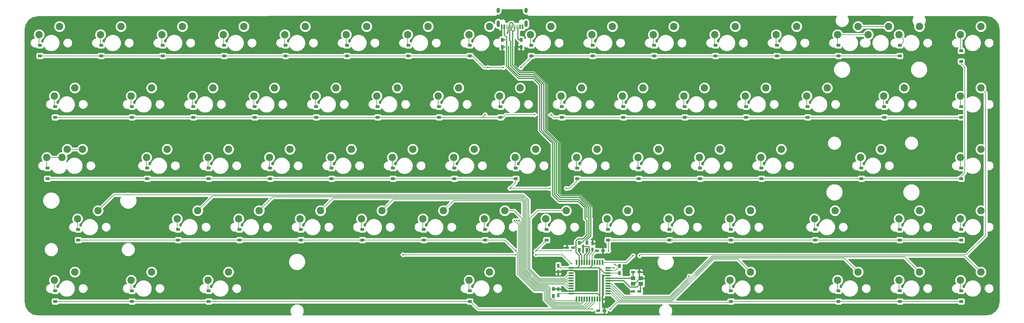
<source format=gbl>
G04 #@! TF.FileFunction,Copper,L2,Bot,Signal*
%FSLAX46Y46*%
G04 Gerber Fmt 4.6, Leading zero omitted, Abs format (unit mm)*
G04 Created by KiCad (PCBNEW 4.0.7) date 02/25/19 20:16:43*
%MOMM*%
%LPD*%
G01*
G04 APERTURE LIST*
%ADD10C,0.100000*%
%ADD11R,1.200000X0.900000*%
%ADD12C,2.286000*%
%ADD13R,0.750000X1.200000*%
%ADD14R,1.200000X0.750000*%
%ADD15R,0.900000X1.200000*%
%ADD16R,0.550000X1.500000*%
%ADD17R,1.500000X0.550000*%
%ADD18R,1.400000X1.200000*%
%ADD19O,1.000000X1.600000*%
%ADD20O,1.000000X2.100000*%
%ADD21R,0.250000X1.450000*%
%ADD22R,0.500000X1.450000*%
%ADD23C,0.500000*%
%ADD24C,0.300000*%
%ADD25C,0.200000*%
%ADD26C,0.150000*%
%ADD27C,0.254000*%
G04 APERTURE END LIST*
D10*
D11*
X372662500Y-110550000D03*
X372662500Y-107250000D03*
D12*
X378777500Y-99695000D03*
X372427500Y-102235000D03*
X221615000Y-137795000D03*
X215265000Y-140335000D03*
X145415000Y-175895000D03*
X139065000Y-178435000D03*
X378777500Y-137795000D03*
X372427500Y-140335000D03*
X140652500Y-118745000D03*
X134302500Y-121285000D03*
X274002500Y-118745000D03*
X267652500Y-121285000D03*
X131127500Y-99695000D03*
X124777500Y-102235000D03*
D13*
X247706250Y-175806250D03*
X247706250Y-173906250D03*
X247706250Y-181206250D03*
X247706250Y-183106250D03*
D14*
X262006250Y-187906250D03*
X260106250Y-187906250D03*
X261606250Y-169306250D03*
X259706250Y-169306250D03*
X250406250Y-168306250D03*
X252306250Y-168306250D03*
D13*
X258306250Y-168906250D03*
X258306250Y-167006250D03*
D14*
X270956250Y-175906250D03*
X272856250Y-175906250D03*
X272856250Y-181906250D03*
X270956250Y-181906250D03*
D12*
X93027500Y-99695000D03*
X86677500Y-102235000D03*
X112077500Y-99695000D03*
X105727500Y-102235000D03*
X150177500Y-99695000D03*
X143827500Y-102235000D03*
X169227500Y-99695000D03*
X162877500Y-102235000D03*
X188277500Y-99695000D03*
X181927500Y-102235000D03*
X207327500Y-99695000D03*
X200977500Y-102235000D03*
X226377500Y-99695000D03*
X220027500Y-102235000D03*
X245427500Y-99695000D03*
X239077500Y-102235000D03*
X264477500Y-99695000D03*
X258127500Y-102235000D03*
X283527500Y-99695000D03*
X277177500Y-102235000D03*
X302577500Y-99695000D03*
X296227500Y-102235000D03*
X321627500Y-99695000D03*
X315277500Y-102235000D03*
X350202500Y-99695000D03*
X343852500Y-102235000D03*
X340677500Y-99695000D03*
X334327500Y-102235000D03*
X359727500Y-99695000D03*
X353377500Y-102235000D03*
X97790000Y-118745000D03*
X91440000Y-121285000D03*
X121602500Y-118745000D03*
X115252500Y-121285000D03*
X159702500Y-118745000D03*
X153352500Y-121285000D03*
X178752500Y-118745000D03*
X172402500Y-121285000D03*
X197802500Y-118745000D03*
X191452500Y-121285000D03*
X216852500Y-118745000D03*
X210502500Y-121285000D03*
X235902500Y-118745000D03*
X229552500Y-121285000D03*
X254952500Y-118745000D03*
X248602500Y-121285000D03*
X293052500Y-118745000D03*
X286702500Y-121285000D03*
X312102500Y-118745000D03*
X305752500Y-121285000D03*
X100171250Y-137795000D03*
X93821250Y-140335000D03*
X95408750Y-137795000D03*
X89058750Y-140335000D03*
X126365000Y-137795000D03*
X120015000Y-140335000D03*
X145415000Y-137795000D03*
X139065000Y-140335000D03*
X164465000Y-137795000D03*
X158115000Y-140335000D03*
X183515000Y-137795000D03*
X177165000Y-140335000D03*
X202565000Y-137795000D03*
X196215000Y-140335000D03*
X240665000Y-137795000D03*
X234315000Y-140335000D03*
X259715000Y-137795000D03*
X253365000Y-140335000D03*
X278765000Y-137795000D03*
X272415000Y-140335000D03*
X297815000Y-137795000D03*
X291465000Y-140335000D03*
X316865000Y-137795000D03*
X310515000Y-140335000D03*
X347821250Y-137795000D03*
X341471250Y-140335000D03*
X135890000Y-156845000D03*
X129540000Y-159385000D03*
X154940000Y-156845000D03*
X148590000Y-159385000D03*
X173990000Y-156845000D03*
X167640000Y-159385000D03*
X193040000Y-156845000D03*
X186690000Y-159385000D03*
X212090000Y-156845000D03*
X205740000Y-159385000D03*
X231140000Y-156845000D03*
X224790000Y-159385000D03*
X250190000Y-156845000D03*
X243840000Y-159385000D03*
X269240000Y-156845000D03*
X262890000Y-159385000D03*
X288290000Y-156845000D03*
X281940000Y-159385000D03*
X307340000Y-156845000D03*
X300990000Y-159385000D03*
X333533750Y-156845000D03*
X327183750Y-159385000D03*
X359727500Y-156845000D03*
X353377500Y-159385000D03*
X340677500Y-175895000D03*
X334327500Y-178435000D03*
X359727500Y-175895000D03*
X353377500Y-178435000D03*
X378777500Y-175895000D03*
X372427500Y-178435000D03*
D15*
X230356250Y-103806250D03*
X230356250Y-106006250D03*
X236206250Y-103806250D03*
X236206250Y-106006250D03*
X254200000Y-166800000D03*
X254200000Y-169000000D03*
X256600000Y-166800000D03*
X256600000Y-169000000D03*
X266700000Y-176212500D03*
X266700000Y-174012500D03*
X246200000Y-181100000D03*
X246200000Y-183300000D03*
D16*
X253400000Y-172893750D03*
X254200000Y-172893750D03*
X255000000Y-172893750D03*
X255800000Y-172893750D03*
X256600000Y-172893750D03*
X257400000Y-172893750D03*
X258200000Y-172893750D03*
X259000000Y-172893750D03*
X259800000Y-172893750D03*
X260600000Y-172893750D03*
X261400000Y-172893750D03*
D17*
X263100000Y-174593750D03*
X263100000Y-175393750D03*
X263100000Y-176193750D03*
X263100000Y-176993750D03*
X263100000Y-177793750D03*
X263100000Y-178593750D03*
X263100000Y-179393750D03*
X263100000Y-180193750D03*
X263100000Y-180993750D03*
X263100000Y-181793750D03*
X263100000Y-182593750D03*
D16*
X261400000Y-184293750D03*
X260600000Y-184293750D03*
X259800000Y-184293750D03*
X259000000Y-184293750D03*
X258200000Y-184293750D03*
X257400000Y-184293750D03*
X256600000Y-184293750D03*
X255800000Y-184293750D03*
X255000000Y-184293750D03*
X254200000Y-184293750D03*
X253400000Y-184293750D03*
D17*
X251700000Y-182593750D03*
X251700000Y-181793750D03*
X251700000Y-180993750D03*
X251700000Y-180193750D03*
X251700000Y-179393750D03*
X251700000Y-178593750D03*
X251700000Y-177793750D03*
X251700000Y-176993750D03*
X251700000Y-176193750D03*
X251700000Y-175393750D03*
X251700000Y-174593750D03*
D18*
X270906250Y-179556250D03*
X273306250Y-179556250D03*
X270906250Y-177856250D03*
X273306250Y-177856250D03*
D12*
X378777500Y-118745000D03*
X372427500Y-121285000D03*
X331152500Y-118745000D03*
X324802500Y-121285000D03*
X354965000Y-118745000D03*
X348615000Y-121285000D03*
X378777500Y-156845000D03*
X372427500Y-159385000D03*
X97790000Y-175895000D03*
X91440000Y-178435000D03*
X121602500Y-175895000D03*
X115252500Y-178435000D03*
X307340000Y-175895000D03*
X300990000Y-178435000D03*
X226377500Y-175895000D03*
X220027500Y-178435000D03*
D11*
X86915698Y-108806340D03*
X86915698Y-105506340D03*
X105965714Y-108806340D03*
X105965714Y-105506340D03*
X125015625Y-108806250D03*
X125015625Y-105506250D03*
X144065625Y-108806250D03*
X144065625Y-105506250D03*
X163115625Y-108806250D03*
X163115625Y-105506250D03*
X182165625Y-108806250D03*
X182165625Y-105506250D03*
X201215625Y-108806250D03*
X201215625Y-105506250D03*
X220265625Y-108806250D03*
X220265625Y-105506250D03*
X239315625Y-108806250D03*
X239315625Y-105506250D03*
X258365625Y-108806250D03*
X258365625Y-105506250D03*
X277415625Y-108806250D03*
X277415625Y-105506250D03*
X296465625Y-108806250D03*
X296465625Y-105506250D03*
X315515625Y-108806250D03*
X315515625Y-105506250D03*
X334565625Y-108806250D03*
X334565625Y-105506250D03*
X353615625Y-108806250D03*
X353615625Y-105506250D03*
X91678125Y-127856250D03*
X91678125Y-124556250D03*
X115490625Y-127856250D03*
X115490625Y-124556250D03*
X134540625Y-127856250D03*
X134540625Y-124556250D03*
X153590625Y-127856250D03*
X153590625Y-124556250D03*
X172640625Y-127856250D03*
X172640625Y-124556250D03*
X191690625Y-127856250D03*
X191690625Y-124556250D03*
X210740625Y-127856250D03*
X210740625Y-124556250D03*
X229790625Y-127856250D03*
X229790625Y-124556250D03*
X248840625Y-127856250D03*
X248840625Y-124556250D03*
X267890625Y-127856250D03*
X267890625Y-124556250D03*
X286940625Y-127856250D03*
X286940625Y-124556250D03*
X305990625Y-127856250D03*
X305990625Y-124556250D03*
X325040625Y-127856250D03*
X325040625Y-124556250D03*
X348853125Y-127856250D03*
X348853125Y-124556250D03*
X372665625Y-127856250D03*
X372665625Y-124556250D03*
X89296875Y-146906250D03*
X89296875Y-143606250D03*
X120253125Y-146906250D03*
X120253125Y-143606250D03*
X139303125Y-146906250D03*
X139303125Y-143606250D03*
X158353125Y-146906250D03*
X158353125Y-143606250D03*
X177403125Y-146906250D03*
X177403125Y-143606250D03*
X196453125Y-146906250D03*
X196453125Y-143606250D03*
X215503125Y-146906250D03*
X215503125Y-143606250D03*
X234553125Y-146906250D03*
X234553125Y-143606250D03*
X253603125Y-146906250D03*
X253603125Y-143606250D03*
X272653125Y-146906250D03*
X272653125Y-143606250D03*
X291703125Y-146906250D03*
X291703125Y-143606250D03*
X310753125Y-146906250D03*
X310753125Y-143606250D03*
X341709375Y-146906250D03*
X341709375Y-143606250D03*
X372665625Y-146906250D03*
X372665625Y-143606250D03*
X98821875Y-165956250D03*
X98821875Y-162656250D03*
X129778125Y-165956250D03*
X129778125Y-162656250D03*
X148828125Y-165956250D03*
X148828125Y-162656250D03*
X167878125Y-165956250D03*
X167878125Y-162656250D03*
X186928125Y-165956250D03*
X186928125Y-162656250D03*
X205978125Y-165956250D03*
X205978125Y-162656250D03*
X225028125Y-165956250D03*
X225028125Y-162656250D03*
X244078125Y-165956250D03*
X244078125Y-162656250D03*
X263128125Y-165956250D03*
X263128125Y-162656250D03*
X282178125Y-165956250D03*
X282178125Y-162656250D03*
X301228125Y-165956250D03*
X301228125Y-162656250D03*
X327421875Y-165956250D03*
X327421875Y-162656250D03*
X353615625Y-165956250D03*
X353615625Y-162656250D03*
X372665625Y-165956250D03*
X372665625Y-162656250D03*
X91678125Y-185006250D03*
X91678125Y-181706250D03*
X115490625Y-185006250D03*
X115490625Y-181706250D03*
X139303125Y-185006250D03*
X139303125Y-181706250D03*
X220265625Y-185006250D03*
X220265625Y-181706250D03*
X301228125Y-185006250D03*
X301228125Y-181706250D03*
X334565625Y-185006250D03*
X334565625Y-181706250D03*
X353615625Y-185006250D03*
X353615625Y-181706250D03*
X372665625Y-185006250D03*
X372665625Y-181706250D03*
D12*
X104933750Y-156845000D03*
X98583750Y-159385000D03*
D19*
X237720000Y-94655000D03*
X229080000Y-94655000D03*
D20*
X237720000Y-98835000D03*
X229080000Y-98835000D03*
D21*
X233150000Y-99750000D03*
X233650000Y-99750000D03*
X234150000Y-99750000D03*
X232650000Y-99750000D03*
X234650000Y-99750000D03*
X232150000Y-99750000D03*
X235150000Y-99750000D03*
X231650000Y-99750000D03*
D22*
X230950000Y-99750000D03*
X235850000Y-99750000D03*
X230175000Y-99750000D03*
X236625000Y-99750000D03*
D23*
X258450000Y-158900000D03*
X256600000Y-158900000D03*
X229700000Y-101900000D03*
X231150000Y-106000000D03*
X232350000Y-106000000D03*
X234300000Y-106000000D03*
X261406250Y-185606250D03*
X253606250Y-180937500D03*
X275206250Y-177806250D03*
X269206250Y-181606250D03*
X255406250Y-168006250D03*
X265006250Y-174606250D03*
X288306250Y-177106250D03*
X272906250Y-170806250D03*
X270906250Y-170806250D03*
X199506250Y-170506250D03*
X234506250Y-170506250D03*
X240756250Y-170506250D03*
X251756250Y-173256250D03*
X265256250Y-173506250D03*
X225906250Y-112400000D03*
X230725000Y-112393750D03*
X236125000Y-112393750D03*
X235506250Y-159906250D03*
X245450000Y-127100000D03*
X240350000Y-127050000D03*
X225000000Y-127056250D03*
X234800000Y-159900000D03*
X250200000Y-149900000D03*
X245000000Y-149900000D03*
X232698952Y-149901048D03*
X234100000Y-159900000D03*
X251706250Y-169306250D03*
X263306250Y-169306250D03*
X234500000Y-169306250D03*
X240800000Y-169300000D03*
X263806250Y-187406250D03*
X258206250Y-187406250D03*
X231150000Y-103800000D03*
X231900000Y-101800000D03*
D24*
X235900000Y-113450000D02*
X234300000Y-111850000D01*
X234300000Y-111850000D02*
X234300000Y-106000000D01*
X240322820Y-113450000D02*
X235900000Y-113450000D01*
X248229950Y-135579950D02*
X244250010Y-131600010D01*
X244250010Y-131600010D02*
X244250009Y-117377189D01*
X244250009Y-117377189D02*
X240322820Y-113450000D01*
X248250010Y-151200010D02*
X248250010Y-140850010D01*
X248250010Y-140850010D02*
X248229950Y-140829950D01*
X248229950Y-140829950D02*
X248229950Y-135579950D01*
X258450000Y-158900000D02*
X258450000Y-155777180D01*
X258450000Y-155777180D02*
X254422810Y-151749990D01*
X254422810Y-151749990D02*
X248799990Y-151749990D01*
X248799990Y-151749990D02*
X248250010Y-151200010D01*
X254100000Y-153400000D02*
X256600000Y-155900000D01*
X256600000Y-155900000D02*
X256600000Y-158900000D01*
X248200000Y-153400000D02*
X254100000Y-153400000D01*
X246600000Y-151800000D02*
X248200000Y-153400000D01*
X246600000Y-135963590D02*
X246600000Y-151800000D01*
X242600000Y-117650000D02*
X242600000Y-131963590D01*
X242600000Y-131963590D02*
X246600000Y-135963590D01*
X235436410Y-115200000D02*
X240150000Y-115200000D01*
X240150000Y-115200000D02*
X242600000Y-117650000D01*
X232350000Y-106000000D02*
X232350000Y-112113590D01*
X232350000Y-112113590D02*
X235436410Y-115200000D01*
X230175000Y-99750000D02*
X230175000Y-101425000D01*
X230175000Y-101425000D02*
X229700000Y-101900000D01*
X231150000Y-106000000D02*
X230362500Y-106000000D01*
X230362500Y-106000000D02*
X230356250Y-106006250D01*
X236206250Y-106006250D02*
X234306250Y-106006250D01*
X234306250Y-106006250D02*
X234300000Y-106000000D01*
X261400000Y-184293750D02*
X261400000Y-185600000D01*
X261400000Y-185600000D02*
X261406250Y-185606250D01*
X273206250Y-177906250D02*
X275106250Y-177906250D01*
X275106250Y-177906250D02*
X275206250Y-177806250D01*
X270956250Y-181906250D02*
X269506250Y-181906250D01*
X269506250Y-181906250D02*
X269206250Y-181606250D01*
X257406250Y-169783752D02*
X257406250Y-168216248D01*
X257406250Y-168216248D02*
X257196252Y-168006250D01*
X257196252Y-168006250D02*
X255406250Y-168006250D01*
X256600000Y-172893750D02*
X256600000Y-170590002D01*
X256600000Y-170590002D02*
X257406250Y-169783752D01*
X247706250Y-175806250D02*
X248381250Y-175806250D01*
X248381250Y-175806250D02*
X248793750Y-175393750D01*
X248793750Y-175393750D02*
X250650000Y-175393750D01*
X250650000Y-175393750D02*
X251700000Y-175393750D01*
X247706250Y-181206250D02*
X248381250Y-181206250D01*
X248381250Y-181206250D02*
X248968750Y-181793750D01*
X248968750Y-181793750D02*
X250650000Y-181793750D01*
X250650000Y-181793750D02*
X251700000Y-181793750D01*
X253606250Y-176534998D02*
X253606250Y-180937500D01*
X253606250Y-180937500D02*
X252750000Y-181793750D01*
X252750000Y-181793750D02*
X251700000Y-181793750D01*
X251700000Y-175393750D02*
X252465002Y-175393750D01*
X252465002Y-175393750D02*
X253606250Y-176534998D01*
X261400000Y-184293750D02*
X261400000Y-177643750D01*
X261400000Y-177643750D02*
X262050000Y-176993750D01*
X262050000Y-176993750D02*
X263100000Y-176993750D01*
X272856250Y-175906250D02*
X272856250Y-177556250D01*
X272856250Y-177556250D02*
X273206250Y-177906250D01*
X271006250Y-179506250D02*
X271426248Y-179506250D01*
X271426248Y-179506250D02*
X273026248Y-177906250D01*
X273026248Y-177906250D02*
X273206250Y-177906250D01*
D25*
X230356250Y-105856250D02*
X230356250Y-106006250D01*
X236206250Y-105856250D02*
X236206250Y-106006250D01*
D24*
X231749999Y-103000000D02*
X231749999Y-112149999D01*
X230950000Y-99750000D02*
X230950000Y-102200001D01*
X230950000Y-102200001D02*
X231749999Y-103000000D01*
X240000000Y-115800000D02*
X242000000Y-117800000D01*
X235400000Y-115800000D02*
X240000000Y-115800000D01*
X242000000Y-132000000D02*
X246000000Y-136000000D01*
X231749999Y-112149999D02*
X235400000Y-115800000D01*
X256000000Y-156000000D02*
X256000000Y-159400000D01*
X242000000Y-117800000D02*
X242000000Y-132000000D01*
X256000000Y-159400000D02*
X256600000Y-160000000D01*
X246000000Y-136000000D02*
X246000000Y-152000000D01*
X248000000Y-154000000D02*
X254000000Y-154000000D01*
X246000000Y-152000000D02*
X248000000Y-154000000D01*
X254000000Y-154000000D02*
X256000000Y-156000000D01*
X256600000Y-160000000D02*
X256600000Y-164400000D01*
X256600000Y-164400000D02*
X255400000Y-165600000D01*
X255400000Y-165600000D02*
X253863590Y-165600000D01*
X253863590Y-165600000D02*
X253200000Y-166263590D01*
X253200000Y-166263590D02*
X253200000Y-167706250D01*
X262050000Y-176193750D02*
X260606250Y-174750000D01*
X260606250Y-174750000D02*
X260450000Y-174593750D01*
X260600000Y-184293750D02*
X260600000Y-174756250D01*
X260600000Y-174756250D02*
X260606250Y-174750000D01*
X251700000Y-182593750D02*
X259950000Y-182593750D01*
X259950000Y-182593750D02*
X260600000Y-183243750D01*
X260600000Y-183243750D02*
X260600000Y-184293750D01*
X263100000Y-176193750D02*
X262050000Y-176193750D01*
X260450000Y-174593750D02*
X257550000Y-174593750D01*
X253550000Y-174593750D02*
X257550000Y-174593750D01*
X257550000Y-174593750D02*
X258200000Y-173943750D01*
X258200000Y-173943750D02*
X258200000Y-172893750D01*
X251700000Y-174593750D02*
X253550000Y-174593750D01*
X253550000Y-174593750D02*
X254200000Y-173943750D01*
X254200000Y-173943750D02*
X254200000Y-172893750D01*
X253200000Y-167706250D02*
X253200000Y-169800000D01*
D25*
X253200000Y-167706250D02*
X253131250Y-167706250D01*
X253131250Y-167706250D02*
X252531250Y-168306250D01*
X252531250Y-168306250D02*
X252306250Y-168306250D01*
X258200000Y-172893750D02*
X258200000Y-170587500D01*
X258200000Y-170587500D02*
X259481250Y-169306250D01*
X259481250Y-169306250D02*
X259706250Y-169306250D01*
X251700000Y-174593750D02*
X248393750Y-174593750D01*
X248393750Y-174593750D02*
X247706250Y-173906250D01*
X251700000Y-182593750D02*
X248218750Y-182593750D01*
X248218750Y-182593750D02*
X247706250Y-183106250D01*
X260600000Y-184293750D02*
X260600000Y-187412500D01*
X260600000Y-187412500D02*
X260106250Y-187906250D01*
D26*
X263100000Y-176193750D02*
X266681250Y-176193750D01*
X266681250Y-176193750D02*
X266700000Y-176212500D01*
D24*
X254200000Y-170800000D02*
X254200000Y-172893750D01*
X253200000Y-169800000D02*
X254200000Y-170800000D01*
D25*
X258306250Y-168906250D02*
X258306250Y-169706250D01*
X258306250Y-169706250D02*
X257400000Y-170612500D01*
X257400000Y-170612500D02*
X257400000Y-171943750D01*
X257400000Y-171943750D02*
X257400000Y-172893750D01*
D24*
X263100000Y-177793750D02*
X270893750Y-177793750D01*
X270893750Y-177793750D02*
X271006250Y-177906250D01*
X270956250Y-175906250D02*
X270956250Y-177856250D01*
X270956250Y-177856250D02*
X271006250Y-177906250D01*
X263100000Y-178593750D02*
X268013748Y-178593750D01*
X268013748Y-178593750D02*
X269926249Y-180506251D01*
X269926249Y-180506251D02*
X272206249Y-180506251D01*
X272206249Y-180506251D02*
X273206250Y-179506250D01*
X273206250Y-179506250D02*
X273206250Y-181556250D01*
X273206250Y-181556250D02*
X272856250Y-181906250D01*
X232875000Y-98500000D02*
X233425000Y-98500000D01*
X233425000Y-98500000D02*
X233649999Y-98724999D01*
X232650000Y-98725000D02*
X232875000Y-98500000D01*
X257200000Y-164600000D02*
X255000000Y-166800000D01*
X257200000Y-155800000D02*
X257200000Y-164600000D01*
X248400000Y-152800000D02*
X254200000Y-152800000D01*
X243200000Y-131856470D02*
X247200000Y-135856470D01*
X243200000Y-117600000D02*
X243200000Y-131856470D01*
X240200000Y-114600000D02*
X243200000Y-117600000D01*
X235636410Y-114600000D02*
X240200000Y-114600000D01*
X254200000Y-152800000D02*
X257200000Y-155800000D01*
X233000000Y-111963590D02*
X235636410Y-114600000D01*
X247200000Y-151600000D02*
X248400000Y-152800000D01*
X233006250Y-111957340D02*
X233000000Y-111963590D01*
X247200000Y-135856470D02*
X247200000Y-151600000D01*
X232650000Y-104100000D02*
X233006250Y-104456250D01*
X232650000Y-99750000D02*
X232650000Y-104100000D01*
X255000000Y-166800000D02*
X254200000Y-166800000D01*
X233006250Y-111957340D02*
X233006250Y-104456250D01*
X233650000Y-99750000D02*
X233649999Y-98724999D01*
X232650000Y-98725000D02*
X232650000Y-99750000D01*
X248600000Y-152200000D02*
X254236410Y-152200000D01*
X254236410Y-152200000D02*
X257800000Y-155763590D01*
X247779940Y-135800000D02*
X247779940Y-151379940D01*
X247779940Y-151379940D02*
X248600000Y-152200000D01*
X234150000Y-99750000D02*
X234150000Y-100775000D01*
X234150000Y-100775000D02*
X233700000Y-101225000D01*
X233700000Y-101225000D02*
X233600000Y-101225000D01*
X233600000Y-104606250D02*
X233600000Y-104900000D01*
X233600000Y-104900000D02*
X233600000Y-111800000D01*
X233150000Y-99750000D02*
X233150000Y-100775000D01*
X233150000Y-100775000D02*
X233600000Y-101225000D01*
X233600000Y-101225000D02*
X233600000Y-104900000D01*
X233600000Y-111800000D02*
X235800000Y-114000000D01*
X235800000Y-114000000D02*
X240236410Y-114000000D01*
X240236410Y-114000000D02*
X243800000Y-117563590D01*
X243800000Y-117563590D02*
X243800000Y-131820060D01*
X257800000Y-164700000D02*
X256600000Y-165900000D01*
X243800000Y-131820060D02*
X247779940Y-135800000D01*
X257800000Y-155763590D02*
X257800000Y-164700000D01*
X256600000Y-165900000D02*
X256600000Y-166800000D01*
D25*
X251700000Y-177793750D02*
X250750000Y-177793750D01*
X250750000Y-177793750D02*
X250287510Y-178256240D01*
X250287510Y-178256240D02*
X241761252Y-178256240D01*
X241761252Y-178256240D02*
X238556240Y-175051228D01*
X236906250Y-151906250D02*
X109872500Y-151906250D01*
X238556240Y-175051228D02*
X238556240Y-153556240D01*
X238556240Y-153556240D02*
X236906250Y-151906250D01*
X109872500Y-151906250D02*
X104933750Y-156845000D01*
X95408750Y-137795000D02*
X100171250Y-137795000D01*
X251700000Y-178593750D02*
X250750000Y-178593750D01*
X250750000Y-178593750D02*
X250737500Y-178606250D01*
X250737500Y-178606250D02*
X241616274Y-178606250D01*
X241616274Y-178606250D02*
X238206230Y-175196206D01*
X238206230Y-175196206D02*
X238206230Y-153706230D01*
X238206230Y-153706230D02*
X236756260Y-152256260D01*
X236756260Y-152256260D02*
X140478740Y-152256260D01*
X140478740Y-152256260D02*
X135890000Y-156845000D01*
X251700000Y-179393750D02*
X250750000Y-179393750D01*
X250750000Y-179393750D02*
X250312510Y-178956260D01*
X250312510Y-178956260D02*
X241471296Y-178956260D01*
X241471296Y-178956260D02*
X237856220Y-175341184D01*
X237856220Y-175341184D02*
X237856220Y-153856220D01*
X237856220Y-153856220D02*
X236606270Y-152606270D01*
X236606270Y-152606270D02*
X159178730Y-152606270D01*
X159178730Y-152606270D02*
X154940000Y-156845000D01*
X237506210Y-154001198D02*
X236905012Y-153400000D01*
X236905012Y-153400000D02*
X236511262Y-153006250D01*
X173990000Y-156845000D02*
X177878720Y-152956280D01*
X177878720Y-152956280D02*
X236461292Y-152956280D01*
X236461292Y-152956280D02*
X236905012Y-153400000D01*
X237506210Y-175486162D02*
X237506210Y-154001198D01*
X242106270Y-179306270D02*
X241326318Y-179306270D01*
X241326318Y-179306270D02*
X237506210Y-175486162D01*
X245206250Y-179306270D02*
X242106270Y-179306270D01*
X249862520Y-179306270D02*
X245206250Y-179306270D01*
X251700000Y-180193750D02*
X250750000Y-180193750D01*
X250750000Y-180193750D02*
X249862520Y-179306270D01*
X251700000Y-180993750D02*
X250750000Y-180993750D01*
X250750000Y-180993750D02*
X249412530Y-179656280D01*
X249412530Y-179656280D02*
X241181340Y-179656280D01*
X236306290Y-153306290D02*
X196578710Y-153306290D01*
X241181340Y-179656280D02*
X237156200Y-175631140D01*
X237156200Y-175631140D02*
X237156200Y-154156200D01*
X237156200Y-154156200D02*
X236306290Y-153306290D01*
X196578710Y-153306290D02*
X193040000Y-156845000D01*
X231140000Y-156845000D02*
X234045000Y-156845000D01*
X234045000Y-156845000D02*
X236456182Y-159256182D01*
X236535084Y-176000000D02*
X236456180Y-175921096D01*
X240891384Y-180356300D02*
X236535084Y-176000000D01*
X236535084Y-176000000D02*
X236456182Y-175921098D01*
X236456182Y-175921098D02*
X236456182Y-159256182D01*
X242206250Y-180356300D02*
X240891384Y-180356300D01*
X244156300Y-180356300D02*
X242206250Y-180356300D01*
X244856240Y-181056240D02*
X244156300Y-180356300D01*
X244856240Y-183951230D02*
X244856240Y-181056240D01*
X246548769Y-185643759D02*
X244856240Y-183951230D01*
X254599991Y-185643759D02*
X246548769Y-185643759D01*
X255000000Y-185243750D02*
X254599991Y-185643759D01*
X255000000Y-184293750D02*
X255000000Y-185243750D01*
X251700000Y-176993750D02*
X250618750Y-176993750D01*
X250618750Y-176993750D02*
X249706270Y-177906230D01*
X249706270Y-177906230D02*
X241906230Y-177906230D01*
X238906250Y-159206250D02*
X241267500Y-156845000D01*
X241906230Y-177906230D02*
X238906250Y-174906250D01*
X238906250Y-174906250D02*
X238906250Y-159206250D01*
X241267500Y-156845000D02*
X250190000Y-156845000D01*
X265006250Y-174606250D02*
X263112500Y-174606250D01*
X263112500Y-174606250D02*
X263100000Y-174593750D01*
X288306250Y-177106250D02*
X288306250Y-177526298D01*
X288306250Y-177526298D02*
X282326338Y-183506210D01*
X282326338Y-183506210D02*
X268162460Y-183506210D01*
X268162460Y-183506210D02*
X264050000Y-179393750D01*
X264050000Y-179393750D02*
X263100000Y-179393750D01*
X263100000Y-182593750D02*
X264050000Y-182593750D01*
X266362500Y-184906250D02*
X282906250Y-184906250D01*
X264050000Y-182593750D02*
X266362500Y-184906250D01*
X282906250Y-184906250D02*
X295906250Y-171906250D01*
X295906250Y-171906250D02*
X303351250Y-171906250D01*
X303351250Y-171906250D02*
X307340000Y-175895000D01*
X263100000Y-181793750D02*
X264050000Y-181793750D01*
X264050000Y-181793750D02*
X266812490Y-184556240D01*
X282761272Y-184556240D02*
X295761272Y-171556240D01*
X266812490Y-184556240D02*
X282761272Y-184556240D01*
X295761272Y-171556240D02*
X336338740Y-171556240D01*
X336338740Y-171556240D02*
X340677500Y-175895000D01*
X263100000Y-180993750D02*
X264050000Y-180993750D01*
X264050000Y-180993750D02*
X267262480Y-184206230D01*
X267262480Y-184206230D02*
X282616294Y-184206230D01*
X282616294Y-184206230D02*
X295616294Y-171206230D01*
X295616294Y-171206230D02*
X355038730Y-171206230D01*
X355038730Y-171206230D02*
X359727500Y-175895000D01*
X263100000Y-180193750D02*
X264050000Y-180193750D01*
X264050000Y-180193750D02*
X267712470Y-183856220D01*
X267712470Y-183856220D02*
X282471316Y-183856220D01*
X282471316Y-183856220D02*
X295471316Y-170856220D01*
X295471316Y-170856220D02*
X373738720Y-170856220D01*
X373738720Y-170856220D02*
X378777500Y-175895000D01*
X340677500Y-99695000D02*
X350202500Y-99695000D01*
X316076099Y-170476099D02*
X374336401Y-170476099D01*
X374336401Y-170476099D02*
X380216599Y-164595901D01*
X380216599Y-164595901D02*
X380216599Y-120184099D01*
X380216599Y-120184099D02*
X378777500Y-118745000D01*
X272906250Y-170806250D02*
X273236401Y-170476099D01*
X273236401Y-170476099D02*
X316076099Y-170476099D01*
X316076099Y-170476099D02*
X316106210Y-170506210D01*
X261400000Y-172893750D02*
X268818750Y-172893750D01*
X268818750Y-172893750D02*
X270906250Y-170806250D01*
X215278700Y-153656300D02*
X236161312Y-153656300D01*
X236161312Y-153656300D02*
X236806190Y-154301178D01*
X212090000Y-156845000D02*
X215278700Y-153656300D01*
X254200000Y-184293750D02*
X254200000Y-184968752D01*
X254200000Y-184968752D02*
X253875001Y-185293751D01*
X246693749Y-185293751D02*
X245206250Y-183806252D01*
X236806190Y-175776118D02*
X236806190Y-154301178D01*
X253875001Y-185293751D02*
X246693749Y-185293751D01*
X244306290Y-180006290D02*
X241036362Y-180006290D01*
X245206250Y-183806252D02*
X245206250Y-180906250D01*
X245206250Y-180906250D02*
X244306290Y-180006290D01*
X241036362Y-180006290D02*
X236806190Y-175776118D01*
D24*
X254200000Y-169000000D02*
X254200000Y-169900000D01*
X254200000Y-169900000D02*
X255000000Y-170700000D01*
X255000000Y-170700000D02*
X255000000Y-171843750D01*
X255000000Y-171843750D02*
X255000000Y-172893750D01*
X256600000Y-169000000D02*
X256600000Y-169900000D01*
X256600000Y-169900000D02*
X255800000Y-170700000D01*
X255800000Y-170700000D02*
X255800000Y-171843750D01*
X255800000Y-171843750D02*
X255800000Y-172893750D01*
D25*
X251756250Y-173256250D02*
X249006250Y-170506250D01*
X249006250Y-170506250D02*
X240756250Y-170506250D01*
X234506250Y-170506250D02*
X199506250Y-170506250D01*
X266700000Y-174012500D02*
X265762500Y-174012500D01*
X265762500Y-174012500D02*
X265256250Y-173506250D01*
D26*
X263100000Y-175393750D02*
X265468750Y-175393750D01*
X265468750Y-175393750D02*
X266700000Y-174162500D01*
X266700000Y-174162500D02*
X266700000Y-174012500D01*
D25*
X246200000Y-183300000D02*
X246200000Y-184100000D01*
X246200000Y-184100000D02*
X246900000Y-184800000D01*
X246900000Y-184800000D02*
X252893750Y-184800000D01*
X252893750Y-184800000D02*
X253400000Y-184293750D01*
X239315625Y-108806250D02*
X258365625Y-108806250D01*
X236125000Y-112393750D02*
X239315625Y-109203125D01*
X239315625Y-109203125D02*
X239315625Y-108806250D01*
X277415625Y-108806250D02*
X276615625Y-108806250D01*
X276615625Y-108806250D02*
X258365625Y-108806250D01*
X277415625Y-108806250D02*
X278215625Y-108806250D01*
X278215625Y-108806250D02*
X296465625Y-108806250D01*
X315515625Y-108806250D02*
X314715625Y-108806250D01*
X314715625Y-108806250D02*
X296465625Y-108806250D01*
X315515625Y-108806250D02*
X334565625Y-108806250D01*
X353615625Y-108806250D02*
X334565625Y-108806250D01*
X105965714Y-108806340D02*
X86915698Y-108806340D01*
X125015625Y-108806250D02*
X105965804Y-108806250D01*
X105965804Y-108806250D02*
X105965714Y-108806340D01*
X144065625Y-108806250D02*
X143265625Y-108806250D01*
X143265625Y-108806250D02*
X125015625Y-108806250D01*
X162259375Y-108750000D02*
X162203125Y-108806250D01*
X162203125Y-108806250D02*
X144065625Y-108806250D01*
X163115625Y-108806250D02*
X162315625Y-108806250D01*
X162315625Y-108806250D02*
X162259375Y-108750000D01*
X182165625Y-108806250D02*
X181365625Y-108806250D01*
X181365625Y-108806250D02*
X163115625Y-108806250D01*
X182165625Y-108806250D02*
X182965625Y-108806250D01*
X182965625Y-108806250D02*
X201215625Y-108806250D01*
X220265625Y-108806250D02*
X201215625Y-108806250D01*
X220265625Y-108806250D02*
X221065625Y-108806250D01*
X221065625Y-108806250D02*
X224653125Y-112393750D01*
X224653125Y-112393750D02*
X225900000Y-112393750D01*
X200965625Y-108756250D02*
X201565625Y-108756250D01*
X225900000Y-112393750D02*
X230725000Y-112393750D01*
X246403791Y-185993769D02*
X244506230Y-184096208D01*
X254744969Y-185993769D02*
X246403791Y-185993769D01*
X255800000Y-184938738D02*
X254744969Y-185993769D01*
X244506230Y-181406230D02*
X243806310Y-180706310D01*
X244506230Y-184096208D02*
X244506230Y-181406230D01*
X243806310Y-180706310D02*
X242206250Y-180706310D01*
X240746406Y-180706310D02*
X236106172Y-176066076D01*
X242206250Y-180706310D02*
X240746406Y-180706310D01*
X236106172Y-176066076D02*
X236106172Y-161906250D01*
X236106172Y-160506172D02*
X235506250Y-159906250D01*
X236106172Y-161906250D02*
X236106172Y-160506172D01*
X255800000Y-184293750D02*
X255800000Y-184938738D01*
X372665625Y-127856250D02*
X371865625Y-127856250D01*
X371865625Y-127856250D02*
X348853125Y-127856250D01*
X325040625Y-127856250D02*
X348853125Y-127856250D01*
X325040625Y-127856250D02*
X305990625Y-127856250D01*
X286940625Y-127856250D02*
X287740625Y-127856250D01*
X287740625Y-127856250D02*
X305990625Y-127856250D01*
X267890625Y-127856250D02*
X268690625Y-127856250D01*
X268690625Y-127856250D02*
X286940625Y-127856250D01*
X248840625Y-127856250D02*
X246206250Y-127856250D01*
X246206250Y-127856250D02*
X245450000Y-127100000D01*
X248840625Y-127856250D02*
X267890625Y-127856250D01*
X231750000Y-127056250D02*
X240343750Y-127056250D01*
X229790625Y-127856250D02*
X230590625Y-127856250D01*
X230590625Y-127856250D02*
X231390625Y-127056250D01*
X231390625Y-127056250D02*
X231750000Y-127056250D01*
X210740625Y-127856250D02*
X224000000Y-127856250D01*
X224000000Y-127856250D02*
X224200000Y-127856250D01*
X229790625Y-127856250D02*
X224000000Y-127856250D01*
X224200000Y-127856250D02*
X225000000Y-127056250D01*
X191690625Y-127856250D02*
X192490625Y-127856250D01*
X192490625Y-127856250D02*
X210740625Y-127856250D01*
X172640625Y-127856250D02*
X173440625Y-127856250D01*
X173440625Y-127856250D02*
X191690625Y-127856250D01*
X153590625Y-127856250D02*
X154390625Y-127856250D01*
X154390625Y-127856250D02*
X172640625Y-127856250D01*
X134540625Y-127856250D02*
X153590625Y-127856250D01*
X115490625Y-127856250D02*
X134540625Y-127856250D01*
X91678125Y-127856250D02*
X92478125Y-127856250D01*
X92478125Y-127856250D02*
X115490625Y-127856250D01*
X240343750Y-127056250D02*
X240350000Y-127050000D01*
X256600000Y-184293750D02*
X256600000Y-185243750D01*
X256600000Y-185243750D02*
X255499971Y-186343779D01*
X255499971Y-186343779D02*
X246258813Y-186343779D01*
X246258813Y-186343779D02*
X244156220Y-184241186D01*
X243661332Y-181056320D02*
X240601428Y-181056320D01*
X244156220Y-184241186D02*
X244156220Y-181551208D01*
X244156220Y-181551208D02*
X243661332Y-181056320D01*
X235756162Y-160896164D02*
X234800000Y-159940002D01*
X234800000Y-159940002D02*
X234800000Y-159900000D01*
X240601428Y-181056320D02*
X235756162Y-176211054D01*
X235756162Y-176211054D02*
X235756162Y-160896164D01*
X372662500Y-110550000D02*
X372662500Y-111200000D01*
X372662500Y-111200000D02*
X373820501Y-112358001D01*
X373820501Y-112358001D02*
X373820501Y-145101374D01*
X373820501Y-145101374D02*
X372665625Y-146256250D01*
X372665625Y-146256250D02*
X372665625Y-146906250D01*
X341709375Y-146906250D02*
X372665625Y-146906250D01*
X310753125Y-146906250D02*
X341709375Y-146906250D01*
X250200000Y-149900000D02*
X251259375Y-149900000D01*
X253603125Y-147556250D02*
X253603125Y-146906250D01*
X251259375Y-149900000D02*
X253603125Y-147556250D01*
X272653125Y-146906250D02*
X271853125Y-146906250D01*
X271853125Y-146906250D02*
X253603125Y-146906250D01*
X291703125Y-146906250D02*
X272653125Y-146906250D01*
X310753125Y-146906250D02*
X291703125Y-146906250D01*
X234553125Y-146906250D02*
X234553125Y-148046875D01*
X234553125Y-148046875D02*
X232698952Y-149901048D01*
X215503125Y-146906250D02*
X215653125Y-146906250D01*
X215653125Y-146906250D02*
X234553125Y-146906250D01*
X196453125Y-146906250D02*
X215503125Y-146906250D01*
X177403125Y-146906250D02*
X178203125Y-146906250D01*
X178203125Y-146906250D02*
X196453125Y-146906250D01*
X158353125Y-146906250D02*
X177403125Y-146906250D01*
X158353125Y-146906250D02*
X157553125Y-146906250D01*
X157553125Y-146906250D02*
X139303125Y-146906250D01*
X120253125Y-146906250D02*
X139303125Y-146906250D01*
X89296875Y-146906250D02*
X90096875Y-146906250D01*
X90096875Y-146906250D02*
X120253125Y-146906250D01*
X232698952Y-149901048D02*
X244998952Y-149901048D01*
X244998952Y-149901048D02*
X245000000Y-149900000D01*
X243806210Y-181706210D02*
X243506330Y-181406330D01*
X243506330Y-181406330D02*
X240456450Y-181406330D01*
X240456450Y-181406330D02*
X235406152Y-176356032D01*
X235406152Y-176356032D02*
X235406152Y-161246154D01*
X235406152Y-161246154D02*
X234100000Y-159940002D01*
X234100000Y-159940002D02*
X234100000Y-159900000D01*
X257400000Y-184293750D02*
X257400000Y-185243750D01*
X257400000Y-185243750D02*
X255949961Y-186693789D01*
X255949961Y-186693789D02*
X246113835Y-186693789D01*
X246113835Y-186693789D02*
X243806210Y-184386164D01*
X243806210Y-184386164D02*
X243806210Y-181706210D01*
X353615625Y-165956250D02*
X372665625Y-165956250D01*
X327421875Y-165956250D02*
X328221875Y-165956250D01*
X328221875Y-165956250D02*
X353615625Y-165956250D01*
X301228125Y-165956250D02*
X327421875Y-165956250D01*
X282178125Y-165956250D02*
X282978125Y-165956250D01*
X282978125Y-165956250D02*
X301228125Y-165956250D01*
X263128125Y-165956250D02*
X263928125Y-165956250D01*
X263928125Y-165956250D02*
X282178125Y-165956250D01*
X263306250Y-169306250D02*
X263306250Y-166134375D01*
X263306250Y-166134375D02*
X263128125Y-165956250D01*
X240806250Y-169306250D02*
X251706250Y-169306250D01*
X263128125Y-169128125D02*
X263306250Y-169306250D01*
X225028125Y-165956250D02*
X231150000Y-165956250D01*
X231150000Y-165956250D02*
X234500000Y-169306250D01*
X205978125Y-165956250D02*
X225028125Y-165956250D01*
X186928125Y-165956250D02*
X187728125Y-165956250D01*
X187728125Y-165956250D02*
X205978125Y-165956250D01*
X167878125Y-165956250D02*
X168678125Y-165956250D01*
X168678125Y-165956250D02*
X186928125Y-165956250D01*
X148828125Y-165956250D02*
X149628125Y-165956250D01*
X149628125Y-165956250D02*
X167878125Y-165956250D01*
X129778125Y-165956250D02*
X130578125Y-165956250D01*
X130578125Y-165956250D02*
X148828125Y-165956250D01*
X98821875Y-165956250D02*
X99621875Y-165956250D01*
X99621875Y-165956250D02*
X129778125Y-165956250D01*
X244078125Y-166021875D02*
X240800000Y-169300000D01*
X258200000Y-184293750D02*
X258200000Y-185243750D01*
X258200000Y-185243750D02*
X256399951Y-187043799D01*
X243300000Y-181756340D02*
X240311472Y-181756340D01*
X240311472Y-181756340D02*
X235056142Y-176501010D01*
X235056142Y-176501010D02*
X235056142Y-169862392D01*
X256399951Y-187043799D02*
X245968857Y-187043799D01*
X243406250Y-181862590D02*
X243300000Y-181756340D01*
X245968857Y-187043799D02*
X243406250Y-184481192D01*
X235056142Y-169862392D02*
X234500000Y-169306250D01*
X243406250Y-184481192D02*
X243406250Y-181862590D01*
X353615625Y-185006250D02*
X372665625Y-185006250D01*
X334565625Y-185006250D02*
X335365625Y-185006250D01*
X335365625Y-185006250D02*
X353615625Y-185006250D01*
X301228125Y-185006250D02*
X334565625Y-185006250D01*
X301228125Y-185006250D02*
X301078125Y-185006250D01*
X301078125Y-185006250D02*
X300790624Y-185293751D01*
X300790624Y-185293751D02*
X265918749Y-185293751D01*
X263806250Y-187406250D02*
X265918749Y-185293751D01*
X220265625Y-185006250D02*
X220415625Y-185006250D01*
X220415625Y-185006250D02*
X222803184Y-187393809D01*
X222803184Y-187393809D02*
X256849941Y-187393809D01*
X139303125Y-185006250D02*
X220265625Y-185006250D01*
X115490625Y-185006250D02*
X139303125Y-185006250D01*
X91678125Y-185006250D02*
X115490625Y-185006250D01*
X256849941Y-187393809D02*
X258193809Y-187393809D01*
X258193809Y-187393809D02*
X258206250Y-187406250D01*
X259000000Y-184293750D02*
X259000000Y-185243750D01*
X259000000Y-185243750D02*
X256849941Y-187393809D01*
X86677500Y-102235000D02*
X86677500Y-105268142D01*
X86677500Y-105268142D02*
X86915698Y-105506340D01*
D26*
X86915698Y-102473198D02*
X86677500Y-102235000D01*
D25*
X105727500Y-102235000D02*
X105727500Y-105268126D01*
X105727500Y-105268126D02*
X105965714Y-105506340D01*
D26*
X105965714Y-102473214D02*
X105727500Y-102235000D01*
D25*
X124777500Y-102235000D02*
X124777500Y-105268125D01*
X124777500Y-105268125D02*
X125015625Y-105506250D01*
X125015625Y-102473125D02*
X124777500Y-102235000D01*
X143827500Y-102235000D02*
X143827500Y-105268125D01*
X143827500Y-105268125D02*
X144065625Y-105506250D01*
X144065625Y-102473125D02*
X143827500Y-102235000D01*
X162877500Y-102235000D02*
X162877500Y-105268125D01*
X162877500Y-105268125D02*
X163115625Y-105506250D01*
X163115625Y-102473125D02*
X162877500Y-102235000D01*
X181927500Y-102235000D02*
X181927500Y-105268125D01*
X181927500Y-105268125D02*
X182165625Y-105506250D01*
X182165625Y-102473125D02*
X181927500Y-102235000D01*
X200977500Y-102235000D02*
X200977500Y-105268125D01*
X200977500Y-105268125D02*
X201215625Y-105506250D01*
X201215625Y-102473125D02*
X200977500Y-102235000D01*
X220027500Y-102235000D02*
X220027500Y-105268125D01*
X220027500Y-105268125D02*
X220265625Y-105506250D01*
X220265625Y-102473125D02*
X220027500Y-102235000D01*
X239077500Y-102235000D02*
X239077500Y-105268125D01*
X239077500Y-105268125D02*
X239315625Y-105506250D01*
X239315625Y-102473125D02*
X239077500Y-102235000D01*
X258127500Y-102235000D02*
X258127500Y-105268125D01*
X258127500Y-105268125D02*
X258365625Y-105506250D01*
X258365625Y-102473125D02*
X258127500Y-102235000D01*
X277177500Y-102235000D02*
X277177500Y-105268125D01*
X277177500Y-105268125D02*
X277415625Y-105506250D01*
X277415625Y-102473125D02*
X277177500Y-102235000D01*
X296227500Y-102235000D02*
X296227500Y-105268125D01*
X296227500Y-105268125D02*
X296465625Y-105506250D01*
X296465625Y-102473125D02*
X296227500Y-102235000D01*
X315277500Y-102235000D02*
X315277500Y-105268125D01*
X315277500Y-105268125D02*
X315515625Y-105506250D01*
X315515625Y-102473125D02*
X315277500Y-102235000D01*
X334327500Y-102235000D02*
X334327500Y-105268125D01*
X334327500Y-105268125D02*
X334565625Y-105506250D01*
X334565625Y-102473125D02*
X334327500Y-102235000D01*
X334327500Y-102235000D02*
X343852500Y-102235000D01*
X354750000Y-104521875D02*
X354750000Y-103607500D01*
X354750000Y-103607500D02*
X353377500Y-102235000D01*
X353615625Y-105506250D02*
X353765625Y-105506250D01*
X353765625Y-105506250D02*
X354750000Y-104521875D01*
X91440000Y-121285000D02*
X91440000Y-124318125D01*
X91440000Y-124318125D02*
X91678125Y-124556250D01*
X115252500Y-121285000D02*
X115252500Y-124318125D01*
X115252500Y-124318125D02*
X115490625Y-124556250D01*
X115490625Y-121523125D02*
X115252500Y-121285000D01*
X134302500Y-121285000D02*
X134302500Y-124318125D01*
X134302500Y-124318125D02*
X134540625Y-124556250D01*
X134540625Y-121523125D02*
X134302500Y-121285000D01*
X153352500Y-121285000D02*
X153352500Y-124318125D01*
X153352500Y-124318125D02*
X153590625Y-124556250D01*
X153590625Y-121523125D02*
X153352500Y-121285000D01*
X172402500Y-121285000D02*
X172402500Y-124318125D01*
X172402500Y-124318125D02*
X172640625Y-124556250D01*
X172640625Y-121523125D02*
X172402500Y-121285000D01*
X191452500Y-121285000D02*
X191452500Y-124318125D01*
X191452500Y-124318125D02*
X191690625Y-124556250D01*
X191690625Y-121523125D02*
X191452500Y-121285000D01*
X210502500Y-121285000D02*
X210502500Y-124318125D01*
X210502500Y-124318125D02*
X210740625Y-124556250D01*
X210740625Y-121523125D02*
X210502500Y-121285000D01*
X229552500Y-121285000D02*
X229552500Y-124318125D01*
X229552500Y-124318125D02*
X229790625Y-124556250D01*
X229790625Y-121523125D02*
X229552500Y-121285000D01*
X248602500Y-121285000D02*
X248602500Y-124318125D01*
X248602500Y-124318125D02*
X248840625Y-124556250D01*
X248840625Y-121523125D02*
X248602500Y-121285000D01*
X267652500Y-121285000D02*
X267652500Y-124318125D01*
X267652500Y-124318125D02*
X267890625Y-124556250D01*
X267890625Y-121523125D02*
X267652500Y-121285000D01*
X286702500Y-121285000D02*
X286702500Y-124318125D01*
X286702500Y-124318125D02*
X286940625Y-124556250D01*
X286940625Y-121523125D02*
X286702500Y-121285000D01*
X305752500Y-121285000D02*
X305752500Y-124318125D01*
X305752500Y-124318125D02*
X305990625Y-124556250D01*
X305990625Y-121523125D02*
X305752500Y-121285000D01*
X324802500Y-121285000D02*
X324802500Y-124318125D01*
X324802500Y-124318125D02*
X325040625Y-124556250D01*
X325040625Y-121523125D02*
X324802500Y-121285000D01*
X348615000Y-121285000D02*
X348615000Y-124318125D01*
X348615000Y-124318125D02*
X348853125Y-124556250D01*
X348853125Y-121523125D02*
X348615000Y-121285000D01*
X372427500Y-121285000D02*
X372427500Y-124318125D01*
X372427500Y-124318125D02*
X372665625Y-124556250D01*
X372665625Y-121523125D02*
X372427500Y-121285000D01*
X89058750Y-140335000D02*
X89058750Y-143368125D01*
X89058750Y-143368125D02*
X89296875Y-143606250D01*
X89296875Y-140573125D02*
X89058750Y-140335000D01*
X89058750Y-140335000D02*
X90675196Y-140335000D01*
X90675196Y-140335000D02*
X93821250Y-140335000D01*
X120015000Y-140335000D02*
X120015000Y-143368125D01*
X120015000Y-143368125D02*
X120253125Y-143606250D01*
X120253125Y-140573125D02*
X120015000Y-140335000D01*
X139065000Y-140335000D02*
X139065000Y-143368125D01*
X139065000Y-143368125D02*
X139303125Y-143606250D01*
X139303125Y-140573125D02*
X139065000Y-140335000D01*
X158115000Y-140335000D02*
X158115000Y-143368125D01*
X158115000Y-143368125D02*
X158353125Y-143606250D01*
X158353125Y-140573125D02*
X158115000Y-140335000D01*
X177165000Y-140335000D02*
X177165000Y-143368125D01*
X177165000Y-143368125D02*
X177403125Y-143606250D01*
X177403125Y-140573125D02*
X177165000Y-140335000D01*
X196215000Y-140335000D02*
X196215000Y-143368125D01*
X196215000Y-143368125D02*
X196453125Y-143606250D01*
X196453125Y-140573125D02*
X196215000Y-140335000D01*
X215265000Y-140335000D02*
X215265000Y-143368125D01*
X215265000Y-143368125D02*
X215503125Y-143606250D01*
X215503125Y-140573125D02*
X215265000Y-140335000D01*
X234315000Y-140335000D02*
X234315000Y-143368125D01*
X234315000Y-143368125D02*
X234553125Y-143606250D01*
X234553125Y-140573125D02*
X234315000Y-140335000D01*
X253365000Y-140335000D02*
X253365000Y-143368125D01*
X253365000Y-143368125D02*
X253603125Y-143606250D01*
X253603125Y-140573125D02*
X253365000Y-140335000D01*
X272415000Y-140335000D02*
X272415000Y-143368125D01*
X272415000Y-143368125D02*
X272653125Y-143606250D01*
X272653125Y-140573125D02*
X272415000Y-140335000D01*
X291465000Y-140335000D02*
X291465000Y-143368125D01*
X291465000Y-143368125D02*
X291703125Y-143606250D01*
X291703125Y-140573125D02*
X291465000Y-140335000D01*
X310515000Y-140335000D02*
X310515000Y-143368125D01*
X310515000Y-143368125D02*
X310753125Y-143606250D01*
X310753125Y-140573125D02*
X310515000Y-140335000D01*
X341471250Y-140335000D02*
X341471250Y-143368125D01*
X341471250Y-143368125D02*
X341709375Y-143606250D01*
X341709375Y-140573125D02*
X341471250Y-140335000D01*
X372427500Y-102235000D02*
X372427500Y-107015000D01*
X372427500Y-107015000D02*
X372662500Y-107250000D01*
X372427500Y-140335000D02*
X372427500Y-143368125D01*
X372427500Y-143368125D02*
X372665625Y-143606250D01*
X372665625Y-140573125D02*
X372427500Y-140335000D01*
X98583750Y-159385000D02*
X98583750Y-162418125D01*
X98583750Y-162418125D02*
X98821875Y-162656250D01*
X98821875Y-159623125D02*
X98583750Y-159385000D01*
X129540000Y-159385000D02*
X129540000Y-162418125D01*
X129540000Y-162418125D02*
X129778125Y-162656250D01*
X129778125Y-159623125D02*
X129540000Y-159385000D01*
X148590000Y-159385000D02*
X148590000Y-162418125D01*
X148590000Y-162418125D02*
X148828125Y-162656250D01*
X148828125Y-159623125D02*
X148590000Y-159385000D01*
X167640000Y-159385000D02*
X167640000Y-162418125D01*
X167640000Y-162418125D02*
X167878125Y-162656250D01*
X167878125Y-159623125D02*
X167640000Y-159385000D01*
X186690000Y-159385000D02*
X186690000Y-162418125D01*
X186690000Y-162418125D02*
X186928125Y-162656250D01*
X186928125Y-159623125D02*
X186690000Y-159385000D01*
X205740000Y-159385000D02*
X205740000Y-162418125D01*
X205740000Y-162418125D02*
X205978125Y-162656250D01*
X205978125Y-159623125D02*
X205740000Y-159385000D01*
X224790000Y-159385000D02*
X224790000Y-162418125D01*
X224790000Y-162418125D02*
X225028125Y-162656250D01*
X225028125Y-159623125D02*
X224790000Y-159385000D01*
X243840000Y-159385000D02*
X243840000Y-162418125D01*
X243840000Y-162418125D02*
X244078125Y-162656250D01*
X244078125Y-159623125D02*
X243840000Y-159385000D01*
X262890000Y-159385000D02*
X262890000Y-162418125D01*
X262890000Y-162418125D02*
X263128125Y-162656250D01*
X263128125Y-159623125D02*
X262890000Y-159385000D01*
X281940000Y-159385000D02*
X281940000Y-162418125D01*
X281940000Y-162418125D02*
X282178125Y-162656250D01*
X282178125Y-159623125D02*
X281940000Y-159385000D01*
X300990000Y-159385000D02*
X300990000Y-162418125D01*
X300990000Y-162418125D02*
X301228125Y-162656250D01*
X301228125Y-159623125D02*
X300990000Y-159385000D01*
X327183750Y-159385000D02*
X327183750Y-162418125D01*
X327183750Y-162418125D02*
X327421875Y-162656250D01*
X327421875Y-159623125D02*
X327183750Y-159385000D01*
X353377500Y-159385000D02*
X353377500Y-162418125D01*
X353377500Y-162418125D02*
X353615625Y-162656250D01*
X353615625Y-159623125D02*
X353377500Y-159385000D01*
X372427500Y-159385000D02*
X372427500Y-162418125D01*
X372427500Y-162418125D02*
X372665625Y-162656250D01*
X372665625Y-159623125D02*
X372427500Y-159385000D01*
X91440000Y-178435000D02*
X91440000Y-181468125D01*
X91440000Y-181468125D02*
X91678125Y-181706250D01*
X91678125Y-178673125D02*
X91440000Y-178435000D01*
X115252500Y-178435000D02*
X115252500Y-181468125D01*
X115252500Y-181468125D02*
X115490625Y-181706250D01*
X115490625Y-178673125D02*
X115252500Y-178435000D01*
X139065000Y-178435000D02*
X139065000Y-181468125D01*
X139065000Y-181468125D02*
X139303125Y-181706250D01*
X139303125Y-178673125D02*
X139065000Y-178435000D01*
X220027500Y-178435000D02*
X220027500Y-181468125D01*
X220027500Y-181468125D02*
X220265625Y-181706250D01*
X220265625Y-178673125D02*
X220027500Y-178435000D01*
X300990000Y-178435000D02*
X300990000Y-181468125D01*
X300990000Y-181468125D02*
X301228125Y-181706250D01*
X301228125Y-178673125D02*
X300990000Y-178435000D01*
X334327500Y-178435000D02*
X334327500Y-181468125D01*
X334327500Y-181468125D02*
X334565625Y-181706250D01*
X334565625Y-178673125D02*
X334327500Y-178435000D01*
X353377500Y-178435000D02*
X353377500Y-181468125D01*
X353377500Y-181468125D02*
X353615625Y-181706250D01*
X353615625Y-178673125D02*
X353377500Y-178435000D01*
X372427500Y-178435000D02*
X372427500Y-181468125D01*
X372427500Y-181468125D02*
X372665625Y-181706250D01*
X372665625Y-178673125D02*
X372427500Y-178435000D01*
D24*
X232150000Y-99750000D02*
X232150000Y-101550000D01*
X232150000Y-101550000D02*
X231900000Y-101800000D01*
X231150000Y-103800000D02*
X230362500Y-103800000D01*
X230362500Y-103800000D02*
X230356250Y-103806250D01*
X235150000Y-99750000D02*
X235150000Y-103500000D01*
X235150000Y-103500000D02*
X235456250Y-103806250D01*
X235456250Y-103806250D02*
X236206250Y-103806250D01*
X229080000Y-98285000D02*
X229080000Y-98835000D01*
D27*
G36*
X236585000Y-94983113D02*
X236671397Y-95417459D01*
X236917434Y-95785679D01*
X237285654Y-96031716D01*
X237720000Y-96118113D01*
X237891996Y-96083901D01*
X238008239Y-96200145D01*
X238170450Y-96308532D01*
X238170453Y-96308533D01*
X238170454Y-96308534D01*
X238426395Y-96414548D01*
X238617737Y-96452608D01*
X238687550Y-96452608D01*
X238756015Y-96466250D01*
X333963016Y-96497786D01*
X333895256Y-96565428D01*
X333565876Y-97358664D01*
X333565126Y-98217567D01*
X333893122Y-99011377D01*
X334499928Y-99619244D01*
X335293164Y-99948624D01*
X336152067Y-99949374D01*
X336945877Y-99621378D01*
X337553744Y-99014572D01*
X337883124Y-98221336D01*
X337883874Y-97362433D01*
X337555878Y-96568623D01*
X337486330Y-96498953D01*
X357831096Y-96505692D01*
X357771256Y-96565428D01*
X357441876Y-97358664D01*
X357441126Y-98217567D01*
X357769122Y-99011377D01*
X357993035Y-99235682D01*
X357949809Y-99339782D01*
X357949192Y-100047114D01*
X358219306Y-100700840D01*
X358719029Y-101201436D01*
X359372282Y-101472691D01*
X360079614Y-101473308D01*
X360733340Y-101203194D01*
X361233936Y-100703471D01*
X361505191Y-100050218D01*
X361505193Y-100047114D01*
X376999192Y-100047114D01*
X377269306Y-100700840D01*
X377769029Y-101201436D01*
X378422282Y-101472691D01*
X379129614Y-101473308D01*
X379783340Y-101203194D01*
X380283936Y-100703471D01*
X380555191Y-100050218D01*
X380555808Y-99342886D01*
X380285694Y-98689160D01*
X379785971Y-98188564D01*
X379132718Y-97917309D01*
X378425386Y-97916692D01*
X377771660Y-98186806D01*
X377271064Y-98686529D01*
X376999809Y-99339782D01*
X376999192Y-100047114D01*
X361505193Y-100047114D01*
X361505808Y-99342886D01*
X361387554Y-99056689D01*
X361429744Y-99014572D01*
X361759124Y-98221336D01*
X361759874Y-97362433D01*
X361431878Y-96568623D01*
X361370227Y-96506864D01*
X380332071Y-96513145D01*
X381947208Y-96834416D01*
X383257420Y-97709871D01*
X384132875Y-99020083D01*
X384453922Y-100634092D01*
X384456862Y-185075664D01*
X384136177Y-186687850D01*
X383260722Y-187998062D01*
X381950510Y-188873517D01*
X380336680Y-189194528D01*
X282806771Y-189194528D01*
X282816744Y-189184572D01*
X283146124Y-188391336D01*
X283146874Y-187532433D01*
X282818878Y-186738623D01*
X282212072Y-186130756D01*
X281966416Y-186028751D01*
X300341212Y-186028751D01*
X300376235Y-186052681D01*
X300628125Y-186103690D01*
X301828125Y-186103690D01*
X302063442Y-186059412D01*
X302279566Y-185920340D01*
X302401933Y-185741250D01*
X333394433Y-185741250D01*
X333501535Y-185907691D01*
X333713735Y-186052681D01*
X333965625Y-186103690D01*
X335165625Y-186103690D01*
X335400942Y-186059412D01*
X335617066Y-185920340D01*
X335739433Y-185741250D01*
X352444433Y-185741250D01*
X352551535Y-185907691D01*
X352763735Y-186052681D01*
X353015625Y-186103690D01*
X354215625Y-186103690D01*
X354450942Y-186059412D01*
X354667066Y-185920340D01*
X354789433Y-185741250D01*
X371494433Y-185741250D01*
X371601535Y-185907691D01*
X371813735Y-186052681D01*
X372065625Y-186103690D01*
X373265625Y-186103690D01*
X373500942Y-186059412D01*
X373717066Y-185920340D01*
X373862056Y-185708140D01*
X373913065Y-185456250D01*
X373913065Y-184556250D01*
X373868787Y-184320933D01*
X373729715Y-184104809D01*
X373517515Y-183959819D01*
X373265625Y-183908810D01*
X372065625Y-183908810D01*
X371830308Y-183953088D01*
X371614184Y-184092160D01*
X371491817Y-184271250D01*
X354786817Y-184271250D01*
X354679715Y-184104809D01*
X354467515Y-183959819D01*
X354215625Y-183908810D01*
X353015625Y-183908810D01*
X352780308Y-183953088D01*
X352564184Y-184092160D01*
X352441817Y-184271250D01*
X335736817Y-184271250D01*
X335629715Y-184104809D01*
X335417515Y-183959819D01*
X335165625Y-183908810D01*
X333965625Y-183908810D01*
X333730308Y-183953088D01*
X333514184Y-184092160D01*
X333391817Y-184271250D01*
X302399317Y-184271250D01*
X302292215Y-184104809D01*
X302080015Y-183959819D01*
X301828125Y-183908810D01*
X300628125Y-183908810D01*
X300392808Y-183953088D01*
X300176684Y-184092160D01*
X300031694Y-184304360D01*
X299980685Y-184556250D01*
X299980685Y-184558751D01*
X284293195Y-184558751D01*
X287582679Y-181269267D01*
X298233842Y-181269267D01*
X298459580Y-181815595D01*
X298877206Y-182233951D01*
X299423139Y-182460642D01*
X300014267Y-182461158D01*
X300058091Y-182443050D01*
X300164035Y-182607691D01*
X300376235Y-182752681D01*
X300628125Y-182803690D01*
X301828125Y-182803690D01*
X302063442Y-182759412D01*
X302279566Y-182620340D01*
X302424556Y-182408140D01*
X302465055Y-182208152D01*
X302570028Y-182462207D01*
X303308904Y-183202373D01*
X304274785Y-183603442D01*
X305320626Y-183604355D01*
X306287207Y-183204972D01*
X307027373Y-182466096D01*
X307428442Y-181500215D01*
X307428643Y-181269267D01*
X308393842Y-181269267D01*
X308619580Y-181815595D01*
X309037206Y-182233951D01*
X309583139Y-182460642D01*
X310174267Y-182461158D01*
X310720595Y-182235420D01*
X311138951Y-181817794D01*
X311365642Y-181271861D01*
X311365644Y-181269267D01*
X331571342Y-181269267D01*
X331797080Y-181815595D01*
X332214706Y-182233951D01*
X332760639Y-182460642D01*
X333351767Y-182461158D01*
X333395591Y-182443050D01*
X333501535Y-182607691D01*
X333713735Y-182752681D01*
X333965625Y-182803690D01*
X335165625Y-182803690D01*
X335400942Y-182759412D01*
X335617066Y-182620340D01*
X335762056Y-182408140D01*
X335802555Y-182208152D01*
X335907528Y-182462207D01*
X336646404Y-183202373D01*
X337612285Y-183603442D01*
X338658126Y-183604355D01*
X339624707Y-183204972D01*
X340364873Y-182466096D01*
X340765942Y-181500215D01*
X340766143Y-181269267D01*
X341731342Y-181269267D01*
X341957080Y-181815595D01*
X342374706Y-182233951D01*
X342920639Y-182460642D01*
X343511767Y-182461158D01*
X344058095Y-182235420D01*
X344476451Y-181817794D01*
X344703142Y-181271861D01*
X344703144Y-181269267D01*
X350621342Y-181269267D01*
X350847080Y-181815595D01*
X351264706Y-182233951D01*
X351810639Y-182460642D01*
X352401767Y-182461158D01*
X352445591Y-182443050D01*
X352551535Y-182607691D01*
X352763735Y-182752681D01*
X353015625Y-182803690D01*
X354215625Y-182803690D01*
X354450942Y-182759412D01*
X354667066Y-182620340D01*
X354812056Y-182408140D01*
X354852555Y-182208152D01*
X354957528Y-182462207D01*
X355696404Y-183202373D01*
X356662285Y-183603442D01*
X357708126Y-183604355D01*
X358674707Y-183204972D01*
X359414873Y-182466096D01*
X359815942Y-181500215D01*
X359816143Y-181269267D01*
X360781342Y-181269267D01*
X361007080Y-181815595D01*
X361424706Y-182233951D01*
X361970639Y-182460642D01*
X362561767Y-182461158D01*
X363108095Y-182235420D01*
X363526451Y-181817794D01*
X363753142Y-181271861D01*
X363753144Y-181269267D01*
X369671342Y-181269267D01*
X369897080Y-181815595D01*
X370314706Y-182233951D01*
X370860639Y-182460642D01*
X371451767Y-182461158D01*
X371495591Y-182443050D01*
X371601535Y-182607691D01*
X371813735Y-182752681D01*
X372065625Y-182803690D01*
X373265625Y-182803690D01*
X373500942Y-182759412D01*
X373717066Y-182620340D01*
X373862056Y-182408140D01*
X373902555Y-182208152D01*
X374007528Y-182462207D01*
X374746404Y-183202373D01*
X375712285Y-183603442D01*
X376758126Y-183604355D01*
X377724707Y-183204972D01*
X378464873Y-182466096D01*
X378865942Y-181500215D01*
X378866143Y-181269267D01*
X379831342Y-181269267D01*
X380057080Y-181815595D01*
X380474706Y-182233951D01*
X381020639Y-182460642D01*
X381611767Y-182461158D01*
X382158095Y-182235420D01*
X382576451Y-181817794D01*
X382803142Y-181271861D01*
X382803658Y-180680733D01*
X382577920Y-180134405D01*
X382160294Y-179716049D01*
X381614361Y-179489358D01*
X381023233Y-179488842D01*
X380476905Y-179714580D01*
X380058549Y-180132206D01*
X379831858Y-180678139D01*
X379831342Y-181269267D01*
X378866143Y-181269267D01*
X378866855Y-180454374D01*
X378467472Y-179487793D01*
X377728596Y-178747627D01*
X376762715Y-178346558D01*
X375716874Y-178345645D01*
X374750293Y-178745028D01*
X374010127Y-179483904D01*
X373609058Y-180449785D01*
X373608820Y-180722205D01*
X373517515Y-180659819D01*
X373265625Y-180608810D01*
X373162500Y-180608810D01*
X373162500Y-180055103D01*
X373433340Y-179943194D01*
X373933936Y-179443471D01*
X374205191Y-178790218D01*
X374205808Y-178082886D01*
X373935694Y-177429160D01*
X373435971Y-176928564D01*
X372782718Y-176657309D01*
X372075386Y-176656692D01*
X371421660Y-176926806D01*
X370921064Y-177426529D01*
X370649809Y-178079782D01*
X370649192Y-178787114D01*
X370919306Y-179440840D01*
X370967315Y-179488933D01*
X370863233Y-179488842D01*
X370316905Y-179714580D01*
X369898549Y-180132206D01*
X369671858Y-180678139D01*
X369671342Y-181269267D01*
X363753144Y-181269267D01*
X363753658Y-180680733D01*
X363527920Y-180134405D01*
X363110294Y-179716049D01*
X362564361Y-179489358D01*
X361973233Y-179488842D01*
X361426905Y-179714580D01*
X361008549Y-180132206D01*
X360781858Y-180678139D01*
X360781342Y-181269267D01*
X359816143Y-181269267D01*
X359816855Y-180454374D01*
X359417472Y-179487793D01*
X358678596Y-178747627D01*
X357712715Y-178346558D01*
X356666874Y-178345645D01*
X355700293Y-178745028D01*
X354960127Y-179483904D01*
X354559058Y-180449785D01*
X354558820Y-180722205D01*
X354467515Y-180659819D01*
X354215625Y-180608810D01*
X354112500Y-180608810D01*
X354112500Y-180055103D01*
X354383340Y-179943194D01*
X354883936Y-179443471D01*
X355155191Y-178790218D01*
X355155808Y-178082886D01*
X354885694Y-177429160D01*
X354385971Y-176928564D01*
X353732718Y-176657309D01*
X353025386Y-176656692D01*
X352371660Y-176926806D01*
X351871064Y-177426529D01*
X351599809Y-178079782D01*
X351599192Y-178787114D01*
X351869306Y-179440840D01*
X351917315Y-179488933D01*
X351813233Y-179488842D01*
X351266905Y-179714580D01*
X350848549Y-180132206D01*
X350621858Y-180678139D01*
X350621342Y-181269267D01*
X344703144Y-181269267D01*
X344703658Y-180680733D01*
X344477920Y-180134405D01*
X344060294Y-179716049D01*
X343514361Y-179489358D01*
X342923233Y-179488842D01*
X342376905Y-179714580D01*
X341958549Y-180132206D01*
X341731858Y-180678139D01*
X341731342Y-181269267D01*
X340766143Y-181269267D01*
X340766855Y-180454374D01*
X340367472Y-179487793D01*
X339628596Y-178747627D01*
X338662715Y-178346558D01*
X337616874Y-178345645D01*
X336650293Y-178745028D01*
X335910127Y-179483904D01*
X335509058Y-180449785D01*
X335508820Y-180722205D01*
X335417515Y-180659819D01*
X335165625Y-180608810D01*
X335062500Y-180608810D01*
X335062500Y-180055103D01*
X335333340Y-179943194D01*
X335833936Y-179443471D01*
X336105191Y-178790218D01*
X336105808Y-178082886D01*
X335835694Y-177429160D01*
X335335971Y-176928564D01*
X334682718Y-176657309D01*
X333975386Y-176656692D01*
X333321660Y-176926806D01*
X332821064Y-177426529D01*
X332549809Y-178079782D01*
X332549192Y-178787114D01*
X332819306Y-179440840D01*
X332867315Y-179488933D01*
X332763233Y-179488842D01*
X332216905Y-179714580D01*
X331798549Y-180132206D01*
X331571858Y-180678139D01*
X331571342Y-181269267D01*
X311365644Y-181269267D01*
X311366158Y-180680733D01*
X311140420Y-180134405D01*
X310722794Y-179716049D01*
X310176861Y-179489358D01*
X309585733Y-179488842D01*
X309039405Y-179714580D01*
X308621049Y-180132206D01*
X308394358Y-180678139D01*
X308393842Y-181269267D01*
X307428643Y-181269267D01*
X307429355Y-180454374D01*
X307029972Y-179487793D01*
X306291096Y-178747627D01*
X305325215Y-178346558D01*
X304279374Y-178345645D01*
X303312793Y-178745028D01*
X302572627Y-179483904D01*
X302171558Y-180449785D01*
X302171320Y-180722205D01*
X302080015Y-180659819D01*
X301828125Y-180608810D01*
X301725000Y-180608810D01*
X301725000Y-180055103D01*
X301995840Y-179943194D01*
X302496436Y-179443471D01*
X302767691Y-178790218D01*
X302768308Y-178082886D01*
X302498194Y-177429160D01*
X301998471Y-176928564D01*
X301345218Y-176657309D01*
X300637886Y-176656692D01*
X299984160Y-176926806D01*
X299483564Y-177426529D01*
X299212309Y-178079782D01*
X299211692Y-178787114D01*
X299481806Y-179440840D01*
X299529815Y-179488933D01*
X299425733Y-179488842D01*
X298879405Y-179714580D01*
X298461049Y-180132206D01*
X298234358Y-180678139D01*
X298233842Y-181269267D01*
X287582679Y-181269267D01*
X296210697Y-172641250D01*
X303046804Y-172641250D01*
X305674691Y-175269137D01*
X305562309Y-175539782D01*
X305561692Y-176247114D01*
X305831806Y-176900840D01*
X306331529Y-177401436D01*
X306984782Y-177672691D01*
X307692114Y-177673308D01*
X308345840Y-177403194D01*
X308846436Y-176903471D01*
X309117691Y-176250218D01*
X309118308Y-175542886D01*
X308848194Y-174889160D01*
X308348471Y-174388564D01*
X307695218Y-174117309D01*
X306987886Y-174116692D01*
X306714217Y-174229770D01*
X304775686Y-172291240D01*
X336034294Y-172291240D01*
X339012191Y-175269137D01*
X338899809Y-175539782D01*
X338899192Y-176247114D01*
X339169306Y-176900840D01*
X339669029Y-177401436D01*
X340322282Y-177672691D01*
X341029614Y-177673308D01*
X341683340Y-177403194D01*
X342183936Y-176903471D01*
X342455191Y-176250218D01*
X342455808Y-175542886D01*
X342185694Y-174889160D01*
X341685971Y-174388564D01*
X341032718Y-174117309D01*
X340325386Y-174116692D01*
X340051717Y-174229770D01*
X337763176Y-171941230D01*
X354734284Y-171941230D01*
X358062191Y-175269137D01*
X357949809Y-175539782D01*
X357949192Y-176247114D01*
X358219306Y-176900840D01*
X358719029Y-177401436D01*
X359372282Y-177672691D01*
X360079614Y-177673308D01*
X360733340Y-177403194D01*
X361233936Y-176903471D01*
X361505191Y-176250218D01*
X361505808Y-175542886D01*
X361235694Y-174889160D01*
X360735971Y-174388564D01*
X360082718Y-174117309D01*
X359375386Y-174116692D01*
X359101717Y-174229770D01*
X356463166Y-171591220D01*
X373434274Y-171591220D01*
X377112191Y-175269137D01*
X376999809Y-175539782D01*
X376999192Y-176247114D01*
X377269306Y-176900840D01*
X377769029Y-177401436D01*
X378422282Y-177672691D01*
X379129614Y-177673308D01*
X379783340Y-177403194D01*
X380283936Y-176903471D01*
X380555191Y-176250218D01*
X380555808Y-175542886D01*
X380285694Y-174889160D01*
X379785971Y-174388564D01*
X379132718Y-174117309D01*
X378425386Y-174116692D01*
X378151716Y-174229770D01*
X374886946Y-170965000D01*
X380736323Y-165115624D01*
X380895650Y-164877173D01*
X380930892Y-164700000D01*
X380951599Y-164595901D01*
X380951599Y-163381974D01*
X381020639Y-163410642D01*
X381611767Y-163411158D01*
X382158095Y-163185420D01*
X382576451Y-162767794D01*
X382803142Y-162221861D01*
X382803658Y-161630733D01*
X382577920Y-161084405D01*
X382160294Y-160666049D01*
X381614361Y-160439358D01*
X381023233Y-160438842D01*
X380951599Y-160468441D01*
X380951599Y-144331974D01*
X381020639Y-144360642D01*
X381611767Y-144361158D01*
X382158095Y-144135420D01*
X382576451Y-143717794D01*
X382803142Y-143171861D01*
X382803658Y-142580733D01*
X382577920Y-142034405D01*
X382160294Y-141616049D01*
X381614361Y-141389358D01*
X381023233Y-141388842D01*
X380951599Y-141418441D01*
X380951599Y-125281974D01*
X381020639Y-125310642D01*
X381611767Y-125311158D01*
X382158095Y-125085420D01*
X382576451Y-124667794D01*
X382803142Y-124121861D01*
X382803658Y-123530733D01*
X382577920Y-122984405D01*
X382160294Y-122566049D01*
X381614361Y-122339358D01*
X381023233Y-122338842D01*
X380951599Y-122368441D01*
X380951599Y-120184099D01*
X380895650Y-119902827D01*
X380812620Y-119778564D01*
X380736322Y-119664375D01*
X380442809Y-119370863D01*
X380555191Y-119100218D01*
X380555808Y-118392886D01*
X380285694Y-117739160D01*
X379785971Y-117238564D01*
X379132718Y-116967309D01*
X378425386Y-116966692D01*
X377771660Y-117236806D01*
X377271064Y-117736529D01*
X376999809Y-118389782D01*
X376999192Y-119097114D01*
X377269306Y-119750840D01*
X377769029Y-120251436D01*
X378422282Y-120522691D01*
X379129614Y-120523308D01*
X379403283Y-120410230D01*
X379481599Y-120488546D01*
X379481599Y-136162177D01*
X379132718Y-136017309D01*
X378425386Y-136016692D01*
X377771660Y-136286806D01*
X377271064Y-136786529D01*
X376999809Y-137439782D01*
X376999192Y-138147114D01*
X377269306Y-138800840D01*
X377769029Y-139301436D01*
X378422282Y-139572691D01*
X379129614Y-139573308D01*
X379481599Y-139427871D01*
X379481599Y-155212177D01*
X379132718Y-155067309D01*
X378425386Y-155066692D01*
X377771660Y-155336806D01*
X377271064Y-155836529D01*
X376999809Y-156489782D01*
X376999192Y-157197114D01*
X377269306Y-157850840D01*
X377769029Y-158351436D01*
X378422282Y-158622691D01*
X379129614Y-158623308D01*
X379481599Y-158477871D01*
X379481599Y-164291454D01*
X374031955Y-169741099D01*
X273236401Y-169741099D01*
X272955129Y-169797048D01*
X272769427Y-169921131D01*
X272730985Y-169921097D01*
X272405593Y-170055546D01*
X272156421Y-170304283D01*
X272021404Y-170629440D01*
X272021097Y-170981515D01*
X272155546Y-171306907D01*
X272404283Y-171556079D01*
X272729440Y-171691096D01*
X273081515Y-171691403D01*
X273406907Y-171556954D01*
X273656079Y-171308217D01*
X273696406Y-171211099D01*
X278843214Y-171211099D01*
X278507210Y-171713964D01*
X278307097Y-172720000D01*
X278507210Y-173726036D01*
X279077084Y-174578913D01*
X279929961Y-175148787D01*
X280935997Y-175348900D01*
X281039003Y-175348900D01*
X282045039Y-175148787D01*
X282897916Y-174578913D01*
X283467790Y-173726036D01*
X283667903Y-172720000D01*
X283467790Y-171713964D01*
X283131786Y-171211099D01*
X294076990Y-171211099D01*
X288869889Y-176418201D01*
X288808217Y-176356421D01*
X288483060Y-176221404D01*
X288130985Y-176221097D01*
X287805593Y-176355546D01*
X287556421Y-176604283D01*
X287421404Y-176929440D01*
X287421097Y-177281515D01*
X287447554Y-177345547D01*
X282021892Y-182771210D01*
X273867488Y-182771210D01*
X273907691Y-182745340D01*
X274052681Y-182533140D01*
X274103690Y-182281250D01*
X274103690Y-181531250D01*
X274059412Y-181295933D01*
X273991250Y-181190006D01*
X273991250Y-180803690D01*
X274006250Y-180803690D01*
X274241567Y-180759412D01*
X274457691Y-180620340D01*
X274602681Y-180408140D01*
X274653690Y-180156250D01*
X274653690Y-178956250D01*
X274609412Y-178720933D01*
X274593912Y-178696845D01*
X274641250Y-178582560D01*
X274641250Y-178142000D01*
X274482500Y-177983250D01*
X273433250Y-177983250D01*
X273433250Y-178003250D01*
X273179250Y-178003250D01*
X273179250Y-177983250D01*
X273159250Y-177983250D01*
X273159250Y-177729250D01*
X273179250Y-177729250D01*
X273179250Y-177709250D01*
X273433250Y-177709250D01*
X273433250Y-177729250D01*
X274482500Y-177729250D01*
X274641250Y-177570500D01*
X274641250Y-177129940D01*
X274544577Y-176896551D01*
X274365948Y-176717923D01*
X274132559Y-176621250D01*
X274002737Y-176621250D01*
X274091250Y-176407560D01*
X274091250Y-176192000D01*
X273932500Y-176033250D01*
X272983250Y-176033250D01*
X272983250Y-176053250D01*
X272729250Y-176053250D01*
X272729250Y-176033250D01*
X272709250Y-176033250D01*
X272709250Y-175779250D01*
X272729250Y-175779250D01*
X272729250Y-175055000D01*
X272983250Y-175055000D01*
X272983250Y-175779250D01*
X273932500Y-175779250D01*
X274091250Y-175620500D01*
X274091250Y-175404940D01*
X273994577Y-175171551D01*
X273815948Y-174992923D01*
X273582559Y-174896250D01*
X273142000Y-174896250D01*
X272983250Y-175055000D01*
X272729250Y-175055000D01*
X272570500Y-174896250D01*
X272129941Y-174896250D01*
X271896552Y-174992923D01*
X271895182Y-174994293D01*
X271808140Y-174934819D01*
X271556250Y-174883810D01*
X270356250Y-174883810D01*
X270120933Y-174928088D01*
X269904809Y-175067160D01*
X269759819Y-175279360D01*
X269708810Y-175531250D01*
X269708810Y-176281250D01*
X269753088Y-176516567D01*
X269879002Y-176712244D01*
X269754809Y-176792160D01*
X269609819Y-177004360D01*
X269608930Y-177008750D01*
X267757698Y-177008750D01*
X267797440Y-176812500D01*
X267797440Y-175612500D01*
X267753162Y-175377183D01*
X267614090Y-175161059D01*
X267544289Y-175113366D01*
X267601441Y-175076590D01*
X267746431Y-174864390D01*
X267797440Y-174612500D01*
X267797440Y-173628750D01*
X268818750Y-173628750D01*
X269100022Y-173572801D01*
X269338473Y-173413473D01*
X271060562Y-171691385D01*
X271081515Y-171691403D01*
X271406907Y-171556954D01*
X271656079Y-171308217D01*
X271791096Y-170983060D01*
X271791403Y-170630985D01*
X271656954Y-170305593D01*
X271408217Y-170056421D01*
X271083060Y-169921404D01*
X270730985Y-169921097D01*
X270405593Y-170055546D01*
X270156421Y-170304283D01*
X270021404Y-170629440D01*
X270021385Y-170651669D01*
X268514304Y-172158750D01*
X262322440Y-172158750D01*
X262322440Y-172143750D01*
X262278162Y-171908433D01*
X262139090Y-171692309D01*
X261926890Y-171547319D01*
X261675000Y-171496310D01*
X261125000Y-171496310D01*
X260995411Y-171520694D01*
X260875000Y-171496310D01*
X260325000Y-171496310D01*
X260195411Y-171520694D01*
X260075000Y-171496310D01*
X259525000Y-171496310D01*
X259395411Y-171520694D01*
X259275000Y-171496310D01*
X258935000Y-171496310D01*
X258935000Y-170891946D01*
X259498257Y-170328690D01*
X260306250Y-170328690D01*
X260541567Y-170284412D01*
X260644896Y-170217921D01*
X260646552Y-170219577D01*
X260879941Y-170316250D01*
X261320500Y-170316250D01*
X261479250Y-170157500D01*
X261479250Y-169433250D01*
X261459250Y-169433250D01*
X261459250Y-169179250D01*
X261479250Y-169179250D01*
X261479250Y-168455000D01*
X261733250Y-168455000D01*
X261733250Y-169179250D01*
X261753250Y-169179250D01*
X261753250Y-169433250D01*
X261733250Y-169433250D01*
X261733250Y-170157500D01*
X261892000Y-170316250D01*
X262332559Y-170316250D01*
X262565948Y-170219577D01*
X262744577Y-170040949D01*
X262757657Y-170009371D01*
X262804283Y-170056079D01*
X263129440Y-170191096D01*
X263481515Y-170191403D01*
X263806907Y-170056954D01*
X264056079Y-169808217D01*
X264191096Y-169483060D01*
X264191403Y-169130985D01*
X264056954Y-168805593D01*
X264041250Y-168789862D01*
X264041250Y-166959344D01*
X264179566Y-166870340D01*
X264301933Y-166691250D01*
X281006933Y-166691250D01*
X281114035Y-166857691D01*
X281326235Y-167002681D01*
X281578125Y-167053690D01*
X282778125Y-167053690D01*
X283013442Y-167009412D01*
X283229566Y-166870340D01*
X283351933Y-166691250D01*
X300056933Y-166691250D01*
X300164035Y-166857691D01*
X300376235Y-167002681D01*
X300628125Y-167053690D01*
X301828125Y-167053690D01*
X302063442Y-167009412D01*
X302279566Y-166870340D01*
X302401933Y-166691250D01*
X326250683Y-166691250D01*
X326357785Y-166857691D01*
X326569985Y-167002681D01*
X326821875Y-167053690D01*
X328021875Y-167053690D01*
X328257192Y-167009412D01*
X328473316Y-166870340D01*
X328595683Y-166691250D01*
X352444433Y-166691250D01*
X352551535Y-166857691D01*
X352763735Y-167002681D01*
X353015625Y-167053690D01*
X354215625Y-167053690D01*
X354450942Y-167009412D01*
X354667066Y-166870340D01*
X354789433Y-166691250D01*
X371494433Y-166691250D01*
X371601535Y-166857691D01*
X371813735Y-167002681D01*
X372065625Y-167053690D01*
X373265625Y-167053690D01*
X373500942Y-167009412D01*
X373717066Y-166870340D01*
X373862056Y-166658140D01*
X373913065Y-166406250D01*
X373913065Y-165506250D01*
X373868787Y-165270933D01*
X373729715Y-165054809D01*
X373517515Y-164909819D01*
X373265625Y-164858810D01*
X372065625Y-164858810D01*
X371830308Y-164903088D01*
X371614184Y-165042160D01*
X371491817Y-165221250D01*
X354786817Y-165221250D01*
X354679715Y-165054809D01*
X354467515Y-164909819D01*
X354215625Y-164858810D01*
X353015625Y-164858810D01*
X352780308Y-164903088D01*
X352564184Y-165042160D01*
X352441817Y-165221250D01*
X328593067Y-165221250D01*
X328485965Y-165054809D01*
X328273765Y-164909819D01*
X328021875Y-164858810D01*
X326821875Y-164858810D01*
X326586558Y-164903088D01*
X326370434Y-165042160D01*
X326248067Y-165221250D01*
X302399317Y-165221250D01*
X302292215Y-165054809D01*
X302080015Y-164909819D01*
X301828125Y-164858810D01*
X300628125Y-164858810D01*
X300392808Y-164903088D01*
X300176684Y-165042160D01*
X300054317Y-165221250D01*
X283349317Y-165221250D01*
X283242215Y-165054809D01*
X283030015Y-164909819D01*
X282778125Y-164858810D01*
X281578125Y-164858810D01*
X281342808Y-164903088D01*
X281126684Y-165042160D01*
X281004317Y-165221250D01*
X264299317Y-165221250D01*
X264192215Y-165054809D01*
X263980015Y-164909819D01*
X263728125Y-164858810D01*
X262528125Y-164858810D01*
X262292808Y-164903088D01*
X262076684Y-165042160D01*
X261931694Y-165254360D01*
X261880685Y-165506250D01*
X261880685Y-166406250D01*
X261924963Y-166641567D01*
X262064035Y-166857691D01*
X262276235Y-167002681D01*
X262528125Y-167053690D01*
X262571250Y-167053690D01*
X262571250Y-168398225D01*
X262565948Y-168392923D01*
X262332559Y-168296250D01*
X261892000Y-168296250D01*
X261733250Y-168455000D01*
X261479250Y-168455000D01*
X261320500Y-168296250D01*
X260879941Y-168296250D01*
X260646552Y-168392923D01*
X260645182Y-168394293D01*
X260558140Y-168334819D01*
X260306250Y-168283810D01*
X259324468Y-168283810D01*
X259284412Y-168070933D01*
X259217921Y-167967604D01*
X259219577Y-167965948D01*
X259316250Y-167732559D01*
X259316250Y-167292000D01*
X259157500Y-167133250D01*
X258433250Y-167133250D01*
X258433250Y-167153250D01*
X258179250Y-167153250D01*
X258179250Y-167133250D01*
X258159250Y-167133250D01*
X258159250Y-166879250D01*
X258179250Y-166879250D01*
X258179250Y-165930000D01*
X258433250Y-165930000D01*
X258433250Y-166879250D01*
X259157500Y-166879250D01*
X259316250Y-166720500D01*
X259316250Y-166279941D01*
X259219577Y-166046552D01*
X259040949Y-165867923D01*
X258807560Y-165771250D01*
X258592000Y-165771250D01*
X258433250Y-165930000D01*
X258179250Y-165930000D01*
X258020500Y-165771250D01*
X257838908Y-165771250D01*
X258355079Y-165255079D01*
X258525245Y-165000407D01*
X258585000Y-164700000D01*
X258585000Y-162219267D01*
X260133842Y-162219267D01*
X260359580Y-162765595D01*
X260777206Y-163183951D01*
X261323139Y-163410642D01*
X261914267Y-163411158D01*
X261958091Y-163393050D01*
X262064035Y-163557691D01*
X262276235Y-163702681D01*
X262528125Y-163753690D01*
X263728125Y-163753690D01*
X263963442Y-163709412D01*
X264179566Y-163570340D01*
X264324556Y-163358140D01*
X264365055Y-163158152D01*
X264470028Y-163412207D01*
X265208904Y-164152373D01*
X266174785Y-164553442D01*
X267220626Y-164554355D01*
X268187207Y-164154972D01*
X268927373Y-163416096D01*
X269328442Y-162450215D01*
X269328643Y-162219267D01*
X270293842Y-162219267D01*
X270519580Y-162765595D01*
X270937206Y-163183951D01*
X271483139Y-163410642D01*
X272074267Y-163411158D01*
X272620595Y-163185420D01*
X273038951Y-162767794D01*
X273265642Y-162221861D01*
X273265644Y-162219267D01*
X279183842Y-162219267D01*
X279409580Y-162765595D01*
X279827206Y-163183951D01*
X280373139Y-163410642D01*
X280964267Y-163411158D01*
X281008091Y-163393050D01*
X281114035Y-163557691D01*
X281326235Y-163702681D01*
X281578125Y-163753690D01*
X282778125Y-163753690D01*
X283013442Y-163709412D01*
X283229566Y-163570340D01*
X283374556Y-163358140D01*
X283415055Y-163158152D01*
X283520028Y-163412207D01*
X284258904Y-164152373D01*
X285224785Y-164553442D01*
X286270626Y-164554355D01*
X287237207Y-164154972D01*
X287977373Y-163416096D01*
X288378442Y-162450215D01*
X288378643Y-162219267D01*
X289343842Y-162219267D01*
X289569580Y-162765595D01*
X289987206Y-163183951D01*
X290533139Y-163410642D01*
X291124267Y-163411158D01*
X291670595Y-163185420D01*
X292088951Y-162767794D01*
X292315642Y-162221861D01*
X292315644Y-162219267D01*
X298233842Y-162219267D01*
X298459580Y-162765595D01*
X298877206Y-163183951D01*
X299423139Y-163410642D01*
X300014267Y-163411158D01*
X300058091Y-163393050D01*
X300164035Y-163557691D01*
X300376235Y-163702681D01*
X300628125Y-163753690D01*
X301828125Y-163753690D01*
X302063442Y-163709412D01*
X302279566Y-163570340D01*
X302424556Y-163358140D01*
X302465055Y-163158152D01*
X302570028Y-163412207D01*
X303308904Y-164152373D01*
X304274785Y-164553442D01*
X305320626Y-164554355D01*
X306287207Y-164154972D01*
X307027373Y-163416096D01*
X307428442Y-162450215D01*
X307428643Y-162219267D01*
X308393842Y-162219267D01*
X308619580Y-162765595D01*
X309037206Y-163183951D01*
X309583139Y-163410642D01*
X310174267Y-163411158D01*
X310720595Y-163185420D01*
X311138951Y-162767794D01*
X311365642Y-162221861D01*
X311365644Y-162219267D01*
X324427592Y-162219267D01*
X324653330Y-162765595D01*
X325070956Y-163183951D01*
X325616889Y-163410642D01*
X326208017Y-163411158D01*
X326251841Y-163393050D01*
X326357785Y-163557691D01*
X326569985Y-163702681D01*
X326821875Y-163753690D01*
X328021875Y-163753690D01*
X328257192Y-163709412D01*
X328473316Y-163570340D01*
X328618306Y-163358140D01*
X328658805Y-163158152D01*
X328763778Y-163412207D01*
X329502654Y-164152373D01*
X330468535Y-164553442D01*
X331514376Y-164554355D01*
X332480957Y-164154972D01*
X333221123Y-163416096D01*
X333622192Y-162450215D01*
X333622393Y-162219267D01*
X334587592Y-162219267D01*
X334813330Y-162765595D01*
X335230956Y-163183951D01*
X335776889Y-163410642D01*
X336368017Y-163411158D01*
X336914345Y-163185420D01*
X337332701Y-162767794D01*
X337559392Y-162221861D01*
X337559394Y-162219267D01*
X350621342Y-162219267D01*
X350847080Y-162765595D01*
X351264706Y-163183951D01*
X351810639Y-163410642D01*
X352401767Y-163411158D01*
X352445591Y-163393050D01*
X352551535Y-163557691D01*
X352763735Y-163702681D01*
X353015625Y-163753690D01*
X354215625Y-163753690D01*
X354450942Y-163709412D01*
X354667066Y-163570340D01*
X354812056Y-163358140D01*
X354852555Y-163158152D01*
X354957528Y-163412207D01*
X355696404Y-164152373D01*
X356662285Y-164553442D01*
X357708126Y-164554355D01*
X358674707Y-164154972D01*
X359414873Y-163416096D01*
X359815942Y-162450215D01*
X359816143Y-162219267D01*
X360781342Y-162219267D01*
X361007080Y-162765595D01*
X361424706Y-163183951D01*
X361970639Y-163410642D01*
X362561767Y-163411158D01*
X363108095Y-163185420D01*
X363526451Y-162767794D01*
X363753142Y-162221861D01*
X363753144Y-162219267D01*
X369671342Y-162219267D01*
X369897080Y-162765595D01*
X370314706Y-163183951D01*
X370860639Y-163410642D01*
X371451767Y-163411158D01*
X371495591Y-163393050D01*
X371601535Y-163557691D01*
X371813735Y-163702681D01*
X372065625Y-163753690D01*
X373265625Y-163753690D01*
X373500942Y-163709412D01*
X373717066Y-163570340D01*
X373862056Y-163358140D01*
X373902555Y-163158152D01*
X374007528Y-163412207D01*
X374746404Y-164152373D01*
X375712285Y-164553442D01*
X376758126Y-164554355D01*
X377724707Y-164154972D01*
X378464873Y-163416096D01*
X378865942Y-162450215D01*
X378866855Y-161404374D01*
X378467472Y-160437793D01*
X377728596Y-159697627D01*
X376762715Y-159296558D01*
X375716874Y-159295645D01*
X374750293Y-159695028D01*
X374010127Y-160433904D01*
X373609058Y-161399785D01*
X373608820Y-161672205D01*
X373517515Y-161609819D01*
X373265625Y-161558810D01*
X373162500Y-161558810D01*
X373162500Y-161005103D01*
X373433340Y-160893194D01*
X373933936Y-160393471D01*
X374205191Y-159740218D01*
X374205808Y-159032886D01*
X373935694Y-158379160D01*
X373435971Y-157878564D01*
X372782718Y-157607309D01*
X372075386Y-157606692D01*
X371421660Y-157876806D01*
X370921064Y-158376529D01*
X370649809Y-159029782D01*
X370649192Y-159737114D01*
X370919306Y-160390840D01*
X370967315Y-160438933D01*
X370863233Y-160438842D01*
X370316905Y-160664580D01*
X369898549Y-161082206D01*
X369671858Y-161628139D01*
X369671342Y-162219267D01*
X363753144Y-162219267D01*
X363753658Y-161630733D01*
X363527920Y-161084405D01*
X363110294Y-160666049D01*
X362564361Y-160439358D01*
X361973233Y-160438842D01*
X361426905Y-160664580D01*
X361008549Y-161082206D01*
X360781858Y-161628139D01*
X360781342Y-162219267D01*
X359816143Y-162219267D01*
X359816855Y-161404374D01*
X359417472Y-160437793D01*
X358678596Y-159697627D01*
X357712715Y-159296558D01*
X356666874Y-159295645D01*
X355700293Y-159695028D01*
X354960127Y-160433904D01*
X354559058Y-161399785D01*
X354558820Y-161672205D01*
X354467515Y-161609819D01*
X354215625Y-161558810D01*
X354112500Y-161558810D01*
X354112500Y-161005103D01*
X354383340Y-160893194D01*
X354883936Y-160393471D01*
X355155191Y-159740218D01*
X355155808Y-159032886D01*
X354885694Y-158379160D01*
X354385971Y-157878564D01*
X353732718Y-157607309D01*
X353025386Y-157606692D01*
X352371660Y-157876806D01*
X351871064Y-158376529D01*
X351599809Y-159029782D01*
X351599192Y-159737114D01*
X351869306Y-160390840D01*
X351917315Y-160438933D01*
X351813233Y-160438842D01*
X351266905Y-160664580D01*
X350848549Y-161082206D01*
X350621858Y-161628139D01*
X350621342Y-162219267D01*
X337559394Y-162219267D01*
X337559908Y-161630733D01*
X337334170Y-161084405D01*
X336916544Y-160666049D01*
X336370611Y-160439358D01*
X335779483Y-160438842D01*
X335233155Y-160664580D01*
X334814799Y-161082206D01*
X334588108Y-161628139D01*
X334587592Y-162219267D01*
X333622393Y-162219267D01*
X333623105Y-161404374D01*
X333223722Y-160437793D01*
X332484846Y-159697627D01*
X331518965Y-159296558D01*
X330473124Y-159295645D01*
X329506543Y-159695028D01*
X328766377Y-160433904D01*
X328365308Y-161399785D01*
X328365070Y-161672205D01*
X328273765Y-161609819D01*
X328021875Y-161558810D01*
X327918750Y-161558810D01*
X327918750Y-161005103D01*
X328189590Y-160893194D01*
X328690186Y-160393471D01*
X328961441Y-159740218D01*
X328962058Y-159032886D01*
X328691944Y-158379160D01*
X328192221Y-157878564D01*
X327538968Y-157607309D01*
X326831636Y-157606692D01*
X326177910Y-157876806D01*
X325677314Y-158376529D01*
X325406059Y-159029782D01*
X325405442Y-159737114D01*
X325675556Y-160390840D01*
X325723565Y-160438933D01*
X325619483Y-160438842D01*
X325073155Y-160664580D01*
X324654799Y-161082206D01*
X324428108Y-161628139D01*
X324427592Y-162219267D01*
X311365644Y-162219267D01*
X311366158Y-161630733D01*
X311140420Y-161084405D01*
X310722794Y-160666049D01*
X310176861Y-160439358D01*
X309585733Y-160438842D01*
X309039405Y-160664580D01*
X308621049Y-161082206D01*
X308394358Y-161628139D01*
X308393842Y-162219267D01*
X307428643Y-162219267D01*
X307429355Y-161404374D01*
X307029972Y-160437793D01*
X306291096Y-159697627D01*
X305325215Y-159296558D01*
X304279374Y-159295645D01*
X303312793Y-159695028D01*
X302572627Y-160433904D01*
X302171558Y-161399785D01*
X302171320Y-161672205D01*
X302080015Y-161609819D01*
X301828125Y-161558810D01*
X301725000Y-161558810D01*
X301725000Y-161005103D01*
X301995840Y-160893194D01*
X302496436Y-160393471D01*
X302767691Y-159740218D01*
X302768308Y-159032886D01*
X302498194Y-158379160D01*
X301998471Y-157878564D01*
X301345218Y-157607309D01*
X300637886Y-157606692D01*
X299984160Y-157876806D01*
X299483564Y-158376529D01*
X299212309Y-159029782D01*
X299211692Y-159737114D01*
X299481806Y-160390840D01*
X299529815Y-160438933D01*
X299425733Y-160438842D01*
X298879405Y-160664580D01*
X298461049Y-161082206D01*
X298234358Y-161628139D01*
X298233842Y-162219267D01*
X292315644Y-162219267D01*
X292316158Y-161630733D01*
X292090420Y-161084405D01*
X291672794Y-160666049D01*
X291126861Y-160439358D01*
X290535733Y-160438842D01*
X289989405Y-160664580D01*
X289571049Y-161082206D01*
X289344358Y-161628139D01*
X289343842Y-162219267D01*
X288378643Y-162219267D01*
X288379355Y-161404374D01*
X287979972Y-160437793D01*
X287241096Y-159697627D01*
X286275215Y-159296558D01*
X285229374Y-159295645D01*
X284262793Y-159695028D01*
X283522627Y-160433904D01*
X283121558Y-161399785D01*
X283121320Y-161672205D01*
X283030015Y-161609819D01*
X282778125Y-161558810D01*
X282675000Y-161558810D01*
X282675000Y-161005103D01*
X282945840Y-160893194D01*
X283446436Y-160393471D01*
X283717691Y-159740218D01*
X283718308Y-159032886D01*
X283448194Y-158379160D01*
X282948471Y-157878564D01*
X282295218Y-157607309D01*
X281587886Y-157606692D01*
X280934160Y-157876806D01*
X280433564Y-158376529D01*
X280162309Y-159029782D01*
X280161692Y-159737114D01*
X280431806Y-160390840D01*
X280479815Y-160438933D01*
X280375733Y-160438842D01*
X279829405Y-160664580D01*
X279411049Y-161082206D01*
X279184358Y-161628139D01*
X279183842Y-162219267D01*
X273265644Y-162219267D01*
X273266158Y-161630733D01*
X273040420Y-161084405D01*
X272622794Y-160666049D01*
X272076861Y-160439358D01*
X271485733Y-160438842D01*
X270939405Y-160664580D01*
X270521049Y-161082206D01*
X270294358Y-161628139D01*
X270293842Y-162219267D01*
X269328643Y-162219267D01*
X269329355Y-161404374D01*
X268929972Y-160437793D01*
X268191096Y-159697627D01*
X267225215Y-159296558D01*
X266179374Y-159295645D01*
X265212793Y-159695028D01*
X264472627Y-160433904D01*
X264071558Y-161399785D01*
X264071320Y-161672205D01*
X263980015Y-161609819D01*
X263728125Y-161558810D01*
X263625000Y-161558810D01*
X263625000Y-161005103D01*
X263895840Y-160893194D01*
X264396436Y-160393471D01*
X264667691Y-159740218D01*
X264668308Y-159032886D01*
X264398194Y-158379160D01*
X263898471Y-157878564D01*
X263245218Y-157607309D01*
X262537886Y-157606692D01*
X261884160Y-157876806D01*
X261383564Y-158376529D01*
X261112309Y-159029782D01*
X261111692Y-159737114D01*
X261381806Y-160390840D01*
X261429815Y-160438933D01*
X261325733Y-160438842D01*
X260779405Y-160664580D01*
X260361049Y-161082206D01*
X260134358Y-161628139D01*
X260133842Y-162219267D01*
X258585000Y-162219267D01*
X258585000Y-157197114D01*
X267461692Y-157197114D01*
X267731806Y-157850840D01*
X268231529Y-158351436D01*
X268884782Y-158622691D01*
X269592114Y-158623308D01*
X270245840Y-158353194D01*
X270746436Y-157853471D01*
X271017691Y-157200218D01*
X271017693Y-157197114D01*
X286511692Y-157197114D01*
X286781806Y-157850840D01*
X287281529Y-158351436D01*
X287934782Y-158622691D01*
X288642114Y-158623308D01*
X289295840Y-158353194D01*
X289796436Y-157853471D01*
X290067691Y-157200218D01*
X290067693Y-157197114D01*
X305561692Y-157197114D01*
X305831806Y-157850840D01*
X306331529Y-158351436D01*
X306984782Y-158622691D01*
X307692114Y-158623308D01*
X308345840Y-158353194D01*
X308846436Y-157853471D01*
X309117691Y-157200218D01*
X309117693Y-157197114D01*
X331755442Y-157197114D01*
X332025556Y-157850840D01*
X332525279Y-158351436D01*
X333178532Y-158622691D01*
X333885864Y-158623308D01*
X334539590Y-158353194D01*
X335040186Y-157853471D01*
X335311441Y-157200218D01*
X335311443Y-157197114D01*
X357949192Y-157197114D01*
X358219306Y-157850840D01*
X358719029Y-158351436D01*
X359372282Y-158622691D01*
X360079614Y-158623308D01*
X360733340Y-158353194D01*
X361233936Y-157853471D01*
X361505191Y-157200218D01*
X361505808Y-156492886D01*
X361235694Y-155839160D01*
X360735971Y-155338564D01*
X360082718Y-155067309D01*
X359375386Y-155066692D01*
X358721660Y-155336806D01*
X358221064Y-155836529D01*
X357949809Y-156489782D01*
X357949192Y-157197114D01*
X335311443Y-157197114D01*
X335312058Y-156492886D01*
X335041944Y-155839160D01*
X334542221Y-155338564D01*
X333888968Y-155067309D01*
X333181636Y-155066692D01*
X332527910Y-155336806D01*
X332027314Y-155836529D01*
X331756059Y-156489782D01*
X331755442Y-157197114D01*
X309117693Y-157197114D01*
X309118308Y-156492886D01*
X308848194Y-155839160D01*
X308348471Y-155338564D01*
X307695218Y-155067309D01*
X306987886Y-155066692D01*
X306334160Y-155336806D01*
X305833564Y-155836529D01*
X305562309Y-156489782D01*
X305561692Y-157197114D01*
X290067693Y-157197114D01*
X290068308Y-156492886D01*
X289798194Y-155839160D01*
X289298471Y-155338564D01*
X288645218Y-155067309D01*
X287937886Y-155066692D01*
X287284160Y-155336806D01*
X286783564Y-155836529D01*
X286512309Y-156489782D01*
X286511692Y-157197114D01*
X271017693Y-157197114D01*
X271018308Y-156492886D01*
X270748194Y-155839160D01*
X270248471Y-155338564D01*
X269595218Y-155067309D01*
X268887886Y-155066692D01*
X268234160Y-155336806D01*
X267733564Y-155836529D01*
X267462309Y-156489782D01*
X267461692Y-157197114D01*
X258585000Y-157197114D01*
X258585000Y-155763590D01*
X258572270Y-155699593D01*
X258525245Y-155463183D01*
X258355079Y-155208511D01*
X254797194Y-151650626D01*
X330713895Y-151650626D01*
X331113278Y-152617207D01*
X331852154Y-153357373D01*
X332818035Y-153758442D01*
X333863876Y-153759355D01*
X334830457Y-153359972D01*
X335570623Y-152621096D01*
X335971692Y-151655215D01*
X335971696Y-151650626D01*
X354589895Y-151650626D01*
X354989278Y-152617207D01*
X355728154Y-153357373D01*
X356694035Y-153758442D01*
X357739876Y-153759355D01*
X358706457Y-153359972D01*
X359446623Y-152621096D01*
X359847692Y-151655215D01*
X359848605Y-150609374D01*
X359449222Y-149642793D01*
X358710346Y-148902627D01*
X357744465Y-148501558D01*
X356698624Y-148500645D01*
X355732043Y-148900028D01*
X354991877Y-149638904D01*
X354590808Y-150604785D01*
X354589895Y-151650626D01*
X335971696Y-151650626D01*
X335972605Y-150609374D01*
X335573222Y-149642793D01*
X334834346Y-148902627D01*
X333868465Y-148501558D01*
X332822624Y-148500645D01*
X331856043Y-148900028D01*
X331115877Y-149638904D01*
X330714808Y-150604785D01*
X330713895Y-151650626D01*
X254797194Y-151650626D01*
X254791489Y-151644921D01*
X254536817Y-151474755D01*
X254236410Y-151415000D01*
X248925158Y-151415000D01*
X248564940Y-151054782D01*
X248564940Y-143169267D01*
X250608842Y-143169267D01*
X250834580Y-143715595D01*
X251252206Y-144133951D01*
X251798139Y-144360642D01*
X252389267Y-144361158D01*
X252433091Y-144343050D01*
X252539035Y-144507691D01*
X252751235Y-144652681D01*
X253003125Y-144703690D01*
X254203125Y-144703690D01*
X254438442Y-144659412D01*
X254654566Y-144520340D01*
X254799556Y-144308140D01*
X254840055Y-144108152D01*
X254945028Y-144362207D01*
X255683904Y-145102373D01*
X256649785Y-145503442D01*
X257695626Y-145504355D01*
X258662207Y-145104972D01*
X259402373Y-144366096D01*
X259803442Y-143400215D01*
X259803643Y-143169267D01*
X260768842Y-143169267D01*
X260994580Y-143715595D01*
X261412206Y-144133951D01*
X261958139Y-144360642D01*
X262549267Y-144361158D01*
X263095595Y-144135420D01*
X263513951Y-143717794D01*
X263740642Y-143171861D01*
X263740644Y-143169267D01*
X269658842Y-143169267D01*
X269884580Y-143715595D01*
X270302206Y-144133951D01*
X270848139Y-144360642D01*
X271439267Y-144361158D01*
X271483091Y-144343050D01*
X271589035Y-144507691D01*
X271801235Y-144652681D01*
X272053125Y-144703690D01*
X273253125Y-144703690D01*
X273488442Y-144659412D01*
X273704566Y-144520340D01*
X273849556Y-144308140D01*
X273890055Y-144108152D01*
X273995028Y-144362207D01*
X274733904Y-145102373D01*
X275699785Y-145503442D01*
X276745626Y-145504355D01*
X277712207Y-145104972D01*
X278452373Y-144366096D01*
X278853442Y-143400215D01*
X278853643Y-143169267D01*
X279818842Y-143169267D01*
X280044580Y-143715595D01*
X280462206Y-144133951D01*
X281008139Y-144360642D01*
X281599267Y-144361158D01*
X282145595Y-144135420D01*
X282563951Y-143717794D01*
X282790642Y-143171861D01*
X282790644Y-143169267D01*
X288708842Y-143169267D01*
X288934580Y-143715595D01*
X289352206Y-144133951D01*
X289898139Y-144360642D01*
X290489267Y-144361158D01*
X290533091Y-144343050D01*
X290639035Y-144507691D01*
X290851235Y-144652681D01*
X291103125Y-144703690D01*
X292303125Y-144703690D01*
X292538442Y-144659412D01*
X292754566Y-144520340D01*
X292899556Y-144308140D01*
X292940055Y-144108152D01*
X293045028Y-144362207D01*
X293783904Y-145102373D01*
X294749785Y-145503442D01*
X295795626Y-145504355D01*
X296762207Y-145104972D01*
X297502373Y-144366096D01*
X297903442Y-143400215D01*
X297903643Y-143169267D01*
X298868842Y-143169267D01*
X299094580Y-143715595D01*
X299512206Y-144133951D01*
X300058139Y-144360642D01*
X300649267Y-144361158D01*
X301195595Y-144135420D01*
X301613951Y-143717794D01*
X301840642Y-143171861D01*
X301840644Y-143169267D01*
X307758842Y-143169267D01*
X307984580Y-143715595D01*
X308402206Y-144133951D01*
X308948139Y-144360642D01*
X309539267Y-144361158D01*
X309583091Y-144343050D01*
X309689035Y-144507691D01*
X309901235Y-144652681D01*
X310153125Y-144703690D01*
X311353125Y-144703690D01*
X311588442Y-144659412D01*
X311804566Y-144520340D01*
X311949556Y-144308140D01*
X311990055Y-144108152D01*
X312095028Y-144362207D01*
X312833904Y-145102373D01*
X313799785Y-145503442D01*
X314845626Y-145504355D01*
X315812207Y-145104972D01*
X316552373Y-144366096D01*
X316953442Y-143400215D01*
X316953643Y-143169267D01*
X317918842Y-143169267D01*
X318144580Y-143715595D01*
X318562206Y-144133951D01*
X319108139Y-144360642D01*
X319699267Y-144361158D01*
X320245595Y-144135420D01*
X320663951Y-143717794D01*
X320890642Y-143171861D01*
X320890644Y-143169267D01*
X338715092Y-143169267D01*
X338940830Y-143715595D01*
X339358456Y-144133951D01*
X339904389Y-144360642D01*
X340495517Y-144361158D01*
X340539341Y-144343050D01*
X340645285Y-144507691D01*
X340857485Y-144652681D01*
X341109375Y-144703690D01*
X342309375Y-144703690D01*
X342544692Y-144659412D01*
X342760816Y-144520340D01*
X342905806Y-144308140D01*
X342946305Y-144108152D01*
X343051278Y-144362207D01*
X343790154Y-145102373D01*
X344756035Y-145503442D01*
X345801876Y-145504355D01*
X346768457Y-145104972D01*
X347508623Y-144366096D01*
X347909692Y-143400215D01*
X347909893Y-143169267D01*
X348875092Y-143169267D01*
X349100830Y-143715595D01*
X349518456Y-144133951D01*
X350064389Y-144360642D01*
X350655517Y-144361158D01*
X351201845Y-144135420D01*
X351620201Y-143717794D01*
X351846892Y-143171861D01*
X351847408Y-142580733D01*
X351621670Y-142034405D01*
X351204044Y-141616049D01*
X350658111Y-141389358D01*
X350066983Y-141388842D01*
X349520655Y-141614580D01*
X349102299Y-142032206D01*
X348875608Y-142578139D01*
X348875092Y-143169267D01*
X347909893Y-143169267D01*
X347910605Y-142354374D01*
X347511222Y-141387793D01*
X346772346Y-140647627D01*
X345806465Y-140246558D01*
X344760624Y-140245645D01*
X343794043Y-140645028D01*
X343053877Y-141383904D01*
X342652808Y-142349785D01*
X342652570Y-142622205D01*
X342561265Y-142559819D01*
X342309375Y-142508810D01*
X342206250Y-142508810D01*
X342206250Y-141955103D01*
X342477090Y-141843194D01*
X342977686Y-141343471D01*
X343248941Y-140690218D01*
X343249558Y-139982886D01*
X342979444Y-139329160D01*
X342479721Y-138828564D01*
X341826468Y-138557309D01*
X341119136Y-138556692D01*
X340465410Y-138826806D01*
X339964814Y-139326529D01*
X339693559Y-139979782D01*
X339692942Y-140687114D01*
X339963056Y-141340840D01*
X340011065Y-141388933D01*
X339906983Y-141388842D01*
X339360655Y-141614580D01*
X338942299Y-142032206D01*
X338715608Y-142578139D01*
X338715092Y-143169267D01*
X320890644Y-143169267D01*
X320891158Y-142580733D01*
X320665420Y-142034405D01*
X320247794Y-141616049D01*
X319701861Y-141389358D01*
X319110733Y-141388842D01*
X318564405Y-141614580D01*
X318146049Y-142032206D01*
X317919358Y-142578139D01*
X317918842Y-143169267D01*
X316953643Y-143169267D01*
X316954355Y-142354374D01*
X316554972Y-141387793D01*
X315816096Y-140647627D01*
X314850215Y-140246558D01*
X313804374Y-140245645D01*
X312837793Y-140645028D01*
X312097627Y-141383904D01*
X311696558Y-142349785D01*
X311696320Y-142622205D01*
X311605015Y-142559819D01*
X311353125Y-142508810D01*
X311250000Y-142508810D01*
X311250000Y-141955103D01*
X311520840Y-141843194D01*
X312021436Y-141343471D01*
X312292691Y-140690218D01*
X312293308Y-139982886D01*
X312023194Y-139329160D01*
X311523471Y-138828564D01*
X310870218Y-138557309D01*
X310162886Y-138556692D01*
X309509160Y-138826806D01*
X309008564Y-139326529D01*
X308737309Y-139979782D01*
X308736692Y-140687114D01*
X309006806Y-141340840D01*
X309054815Y-141388933D01*
X308950733Y-141388842D01*
X308404405Y-141614580D01*
X307986049Y-142032206D01*
X307759358Y-142578139D01*
X307758842Y-143169267D01*
X301840644Y-143169267D01*
X301841158Y-142580733D01*
X301615420Y-142034405D01*
X301197794Y-141616049D01*
X300651861Y-141389358D01*
X300060733Y-141388842D01*
X299514405Y-141614580D01*
X299096049Y-142032206D01*
X298869358Y-142578139D01*
X298868842Y-143169267D01*
X297903643Y-143169267D01*
X297904355Y-142354374D01*
X297504972Y-141387793D01*
X296766096Y-140647627D01*
X295800215Y-140246558D01*
X294754374Y-140245645D01*
X293787793Y-140645028D01*
X293047627Y-141383904D01*
X292646558Y-142349785D01*
X292646320Y-142622205D01*
X292555015Y-142559819D01*
X292303125Y-142508810D01*
X292200000Y-142508810D01*
X292200000Y-141955103D01*
X292470840Y-141843194D01*
X292971436Y-141343471D01*
X293242691Y-140690218D01*
X293243308Y-139982886D01*
X292973194Y-139329160D01*
X292473471Y-138828564D01*
X291820218Y-138557309D01*
X291112886Y-138556692D01*
X290459160Y-138826806D01*
X289958564Y-139326529D01*
X289687309Y-139979782D01*
X289686692Y-140687114D01*
X289956806Y-141340840D01*
X290004815Y-141388933D01*
X289900733Y-141388842D01*
X289354405Y-141614580D01*
X288936049Y-142032206D01*
X288709358Y-142578139D01*
X288708842Y-143169267D01*
X282790644Y-143169267D01*
X282791158Y-142580733D01*
X282565420Y-142034405D01*
X282147794Y-141616049D01*
X281601861Y-141389358D01*
X281010733Y-141388842D01*
X280464405Y-141614580D01*
X280046049Y-142032206D01*
X279819358Y-142578139D01*
X279818842Y-143169267D01*
X278853643Y-143169267D01*
X278854355Y-142354374D01*
X278454972Y-141387793D01*
X277716096Y-140647627D01*
X276750215Y-140246558D01*
X275704374Y-140245645D01*
X274737793Y-140645028D01*
X273997627Y-141383904D01*
X273596558Y-142349785D01*
X273596320Y-142622205D01*
X273505015Y-142559819D01*
X273253125Y-142508810D01*
X273150000Y-142508810D01*
X273150000Y-141955103D01*
X273420840Y-141843194D01*
X273921436Y-141343471D01*
X274192691Y-140690218D01*
X274193308Y-139982886D01*
X273923194Y-139329160D01*
X273423471Y-138828564D01*
X272770218Y-138557309D01*
X272062886Y-138556692D01*
X271409160Y-138826806D01*
X270908564Y-139326529D01*
X270637309Y-139979782D01*
X270636692Y-140687114D01*
X270906806Y-141340840D01*
X270954815Y-141388933D01*
X270850733Y-141388842D01*
X270304405Y-141614580D01*
X269886049Y-142032206D01*
X269659358Y-142578139D01*
X269658842Y-143169267D01*
X263740644Y-143169267D01*
X263741158Y-142580733D01*
X263515420Y-142034405D01*
X263097794Y-141616049D01*
X262551861Y-141389358D01*
X261960733Y-141388842D01*
X261414405Y-141614580D01*
X260996049Y-142032206D01*
X260769358Y-142578139D01*
X260768842Y-143169267D01*
X259803643Y-143169267D01*
X259804355Y-142354374D01*
X259404972Y-141387793D01*
X258666096Y-140647627D01*
X257700215Y-140246558D01*
X256654374Y-140245645D01*
X255687793Y-140645028D01*
X254947627Y-141383904D01*
X254546558Y-142349785D01*
X254546320Y-142622205D01*
X254455015Y-142559819D01*
X254203125Y-142508810D01*
X254100000Y-142508810D01*
X254100000Y-141955103D01*
X254370840Y-141843194D01*
X254871436Y-141343471D01*
X255142691Y-140690218D01*
X255143308Y-139982886D01*
X254873194Y-139329160D01*
X254373471Y-138828564D01*
X253720218Y-138557309D01*
X253012886Y-138556692D01*
X252359160Y-138826806D01*
X251858564Y-139326529D01*
X251587309Y-139979782D01*
X251586692Y-140687114D01*
X251856806Y-141340840D01*
X251904815Y-141388933D01*
X251800733Y-141388842D01*
X251254405Y-141614580D01*
X250836049Y-142032206D01*
X250609358Y-142578139D01*
X250608842Y-143169267D01*
X248564940Y-143169267D01*
X248564940Y-138147114D01*
X257936692Y-138147114D01*
X258206806Y-138800840D01*
X258706529Y-139301436D01*
X259359782Y-139572691D01*
X260067114Y-139573308D01*
X260720840Y-139303194D01*
X261221436Y-138803471D01*
X261492691Y-138150218D01*
X261492693Y-138147114D01*
X276986692Y-138147114D01*
X277256806Y-138800840D01*
X277756529Y-139301436D01*
X278409782Y-139572691D01*
X279117114Y-139573308D01*
X279770840Y-139303194D01*
X280271436Y-138803471D01*
X280542691Y-138150218D01*
X280542693Y-138147114D01*
X296036692Y-138147114D01*
X296306806Y-138800840D01*
X296806529Y-139301436D01*
X297459782Y-139572691D01*
X298167114Y-139573308D01*
X298820840Y-139303194D01*
X299321436Y-138803471D01*
X299592691Y-138150218D01*
X299592693Y-138147114D01*
X315086692Y-138147114D01*
X315356806Y-138800840D01*
X315856529Y-139301436D01*
X316509782Y-139572691D01*
X317217114Y-139573308D01*
X317870840Y-139303194D01*
X318371436Y-138803471D01*
X318642691Y-138150218D01*
X318642693Y-138147114D01*
X346042942Y-138147114D01*
X346313056Y-138800840D01*
X346812779Y-139301436D01*
X347466032Y-139572691D01*
X348173364Y-139573308D01*
X348827090Y-139303194D01*
X349327686Y-138803471D01*
X349598941Y-138150218D01*
X349599558Y-137442886D01*
X349329444Y-136789160D01*
X348858674Y-136317567D01*
X355059876Y-136317567D01*
X355387872Y-137111377D01*
X355994678Y-137719244D01*
X356787914Y-138048624D01*
X357646817Y-138049374D01*
X358440627Y-137721378D01*
X359048494Y-137114572D01*
X359377874Y-136321336D01*
X359378624Y-135462433D01*
X359050628Y-134668623D01*
X358443822Y-134060756D01*
X357650586Y-133731376D01*
X356791683Y-133730626D01*
X355997873Y-134058622D01*
X355390006Y-134665428D01*
X355060626Y-135458664D01*
X355059876Y-136317567D01*
X348858674Y-136317567D01*
X348829721Y-136288564D01*
X348176468Y-136017309D01*
X347469136Y-136016692D01*
X346815410Y-136286806D01*
X346314814Y-136786529D01*
X346043559Y-137439782D01*
X346042942Y-138147114D01*
X318642693Y-138147114D01*
X318643308Y-137442886D01*
X318373194Y-136789160D01*
X317902424Y-136317567D01*
X331183876Y-136317567D01*
X331511872Y-137111377D01*
X332118678Y-137719244D01*
X332911914Y-138048624D01*
X333770817Y-138049374D01*
X334564627Y-137721378D01*
X335172494Y-137114572D01*
X335501874Y-136321336D01*
X335502624Y-135462433D01*
X335174628Y-134668623D01*
X334567822Y-134060756D01*
X333774586Y-133731376D01*
X332915683Y-133730626D01*
X332121873Y-134058622D01*
X331514006Y-134665428D01*
X331184626Y-135458664D01*
X331183876Y-136317567D01*
X317902424Y-136317567D01*
X317873471Y-136288564D01*
X317220218Y-136017309D01*
X316512886Y-136016692D01*
X315859160Y-136286806D01*
X315358564Y-136786529D01*
X315087309Y-137439782D01*
X315086692Y-138147114D01*
X299592693Y-138147114D01*
X299593308Y-137442886D01*
X299323194Y-136789160D01*
X298823471Y-136288564D01*
X298170218Y-136017309D01*
X297462886Y-136016692D01*
X296809160Y-136286806D01*
X296308564Y-136786529D01*
X296037309Y-137439782D01*
X296036692Y-138147114D01*
X280542693Y-138147114D01*
X280543308Y-137442886D01*
X280273194Y-136789160D01*
X279773471Y-136288564D01*
X279120218Y-136017309D01*
X278412886Y-136016692D01*
X277759160Y-136286806D01*
X277258564Y-136786529D01*
X276987309Y-137439782D01*
X276986692Y-138147114D01*
X261492693Y-138147114D01*
X261493308Y-137442886D01*
X261223194Y-136789160D01*
X260723471Y-136288564D01*
X260070218Y-136017309D01*
X259362886Y-136016692D01*
X258709160Y-136286806D01*
X258208564Y-136786529D01*
X257937309Y-137439782D01*
X257936692Y-138147114D01*
X248564940Y-138147114D01*
X248564940Y-135800000D01*
X248516418Y-135556064D01*
X248505185Y-135499593D01*
X248335019Y-135244921D01*
X244585000Y-131494902D01*
X244585000Y-127324039D01*
X244699296Y-127600657D01*
X244948033Y-127849829D01*
X245273190Y-127984846D01*
X245295419Y-127984865D01*
X245686527Y-128375973D01*
X245924978Y-128535301D01*
X246206250Y-128591250D01*
X247669433Y-128591250D01*
X247776535Y-128757691D01*
X247988735Y-128902681D01*
X248240625Y-128953690D01*
X249440625Y-128953690D01*
X249675942Y-128909412D01*
X249892066Y-128770340D01*
X250014433Y-128591250D01*
X266719433Y-128591250D01*
X266826535Y-128757691D01*
X267038735Y-128902681D01*
X267290625Y-128953690D01*
X268490625Y-128953690D01*
X268725942Y-128909412D01*
X268942066Y-128770340D01*
X269064433Y-128591250D01*
X285769433Y-128591250D01*
X285876535Y-128757691D01*
X286088735Y-128902681D01*
X286340625Y-128953690D01*
X287540625Y-128953690D01*
X287775942Y-128909412D01*
X287992066Y-128770340D01*
X288114433Y-128591250D01*
X304819433Y-128591250D01*
X304926535Y-128757691D01*
X305138735Y-128902681D01*
X305390625Y-128953690D01*
X306590625Y-128953690D01*
X306825942Y-128909412D01*
X307042066Y-128770340D01*
X307164433Y-128591250D01*
X323869433Y-128591250D01*
X323976535Y-128757691D01*
X324188735Y-128902681D01*
X324440625Y-128953690D01*
X325640625Y-128953690D01*
X325875942Y-128909412D01*
X326092066Y-128770340D01*
X326214433Y-128591250D01*
X347681933Y-128591250D01*
X347789035Y-128757691D01*
X348001235Y-128902681D01*
X348253125Y-128953690D01*
X349453125Y-128953690D01*
X349688442Y-128909412D01*
X349904566Y-128770340D01*
X350026933Y-128591250D01*
X371494433Y-128591250D01*
X371601535Y-128757691D01*
X371813735Y-128902681D01*
X372065625Y-128953690D01*
X373085501Y-128953690D01*
X373085501Y-138683036D01*
X372782718Y-138557309D01*
X372075386Y-138556692D01*
X371421660Y-138826806D01*
X370921064Y-139326529D01*
X370649809Y-139979782D01*
X370649192Y-140687114D01*
X370919306Y-141340840D01*
X370967315Y-141388933D01*
X370863233Y-141388842D01*
X370316905Y-141614580D01*
X369898549Y-142032206D01*
X369671858Y-142578139D01*
X369671342Y-143169267D01*
X369897080Y-143715595D01*
X370314706Y-144133951D01*
X370860639Y-144360642D01*
X371451767Y-144361158D01*
X371495591Y-144343050D01*
X371601535Y-144507691D01*
X371813735Y-144652681D01*
X372065625Y-144703690D01*
X373085501Y-144703690D01*
X373085501Y-144796927D01*
X372145902Y-145736527D01*
X372097604Y-145808810D01*
X372065625Y-145808810D01*
X371830308Y-145853088D01*
X371614184Y-145992160D01*
X371491817Y-146171250D01*
X342880567Y-146171250D01*
X342773465Y-146004809D01*
X342561265Y-145859819D01*
X342309375Y-145808810D01*
X341109375Y-145808810D01*
X340874058Y-145853088D01*
X340657934Y-145992160D01*
X340535567Y-146171250D01*
X311924317Y-146171250D01*
X311817215Y-146004809D01*
X311605015Y-145859819D01*
X311353125Y-145808810D01*
X310153125Y-145808810D01*
X309917808Y-145853088D01*
X309701684Y-145992160D01*
X309579317Y-146171250D01*
X292874317Y-146171250D01*
X292767215Y-146004809D01*
X292555015Y-145859819D01*
X292303125Y-145808810D01*
X291103125Y-145808810D01*
X290867808Y-145853088D01*
X290651684Y-145992160D01*
X290529317Y-146171250D01*
X273824317Y-146171250D01*
X273717215Y-146004809D01*
X273505015Y-145859819D01*
X273253125Y-145808810D01*
X272053125Y-145808810D01*
X271817808Y-145853088D01*
X271601684Y-145992160D01*
X271479317Y-146171250D01*
X254774317Y-146171250D01*
X254667215Y-146004809D01*
X254455015Y-145859819D01*
X254203125Y-145808810D01*
X253003125Y-145808810D01*
X252767808Y-145853088D01*
X252551684Y-145992160D01*
X252406694Y-146204360D01*
X252355685Y-146456250D01*
X252355685Y-147356250D01*
X252399963Y-147591567D01*
X252450236Y-147669693D01*
X250954929Y-149165000D01*
X250716770Y-149165000D01*
X250701967Y-149150171D01*
X250376810Y-149015154D01*
X250024735Y-149014847D01*
X249699343Y-149149296D01*
X249450171Y-149398033D01*
X249315154Y-149723190D01*
X249314847Y-150075265D01*
X249449296Y-150400657D01*
X249698033Y-150649829D01*
X250023190Y-150784846D01*
X250375265Y-150785153D01*
X250700657Y-150650704D01*
X250716388Y-150635000D01*
X251259375Y-150635000D01*
X251540647Y-150579051D01*
X251779098Y-150419723D01*
X254122848Y-148075974D01*
X254171146Y-148003690D01*
X254203125Y-148003690D01*
X254438442Y-147959412D01*
X254654566Y-147820340D01*
X254776933Y-147641250D01*
X271481933Y-147641250D01*
X271589035Y-147807691D01*
X271801235Y-147952681D01*
X272053125Y-148003690D01*
X273253125Y-148003690D01*
X273488442Y-147959412D01*
X273704566Y-147820340D01*
X273826933Y-147641250D01*
X290531933Y-147641250D01*
X290639035Y-147807691D01*
X290851235Y-147952681D01*
X291103125Y-148003690D01*
X292303125Y-148003690D01*
X292538442Y-147959412D01*
X292754566Y-147820340D01*
X292876933Y-147641250D01*
X309581933Y-147641250D01*
X309689035Y-147807691D01*
X309901235Y-147952681D01*
X310153125Y-148003690D01*
X311353125Y-148003690D01*
X311588442Y-147959412D01*
X311804566Y-147820340D01*
X311926933Y-147641250D01*
X340538183Y-147641250D01*
X340645285Y-147807691D01*
X340857485Y-147952681D01*
X341109375Y-148003690D01*
X342309375Y-148003690D01*
X342544692Y-147959412D01*
X342760816Y-147820340D01*
X342883183Y-147641250D01*
X371494433Y-147641250D01*
X371601535Y-147807691D01*
X371813735Y-147952681D01*
X372065625Y-148003690D01*
X373265625Y-148003690D01*
X373500942Y-147959412D01*
X373717066Y-147820340D01*
X373862056Y-147608140D01*
X373913065Y-147356250D01*
X373913065Y-146456250D01*
X373868787Y-146220933D01*
X373818514Y-146142807D01*
X374340224Y-145621098D01*
X374499552Y-145382646D01*
X374555501Y-145101374D01*
X374555501Y-144911137D01*
X374746404Y-145102373D01*
X375712285Y-145503442D01*
X376758126Y-145504355D01*
X377724707Y-145104972D01*
X378464873Y-144366096D01*
X378865942Y-143400215D01*
X378866855Y-142354374D01*
X378467472Y-141387793D01*
X377728596Y-140647627D01*
X376762715Y-140246558D01*
X375716874Y-140245645D01*
X374750293Y-140645028D01*
X374555501Y-140839481D01*
X374555501Y-125861137D01*
X374746404Y-126052373D01*
X375712285Y-126453442D01*
X376758126Y-126454355D01*
X377724707Y-126054972D01*
X378464873Y-125316096D01*
X378865942Y-124350215D01*
X378866855Y-123304374D01*
X378467472Y-122337793D01*
X377728596Y-121597627D01*
X376762715Y-121196558D01*
X375716874Y-121195645D01*
X374750293Y-121595028D01*
X374555501Y-121789481D01*
X374555501Y-112358001D01*
X374499552Y-112076729D01*
X374404852Y-111935000D01*
X374340225Y-111838278D01*
X373816271Y-111314325D01*
X373858931Y-111251890D01*
X373909940Y-111000000D01*
X373909940Y-110100000D01*
X373865662Y-109864683D01*
X373726590Y-109648559D01*
X373514390Y-109503569D01*
X373262500Y-109452560D01*
X372062500Y-109452560D01*
X371827183Y-109496838D01*
X371611059Y-109635910D01*
X371466069Y-109848110D01*
X371415060Y-110100000D01*
X371415060Y-111000000D01*
X371459338Y-111235317D01*
X371598410Y-111451441D01*
X371810610Y-111596431D01*
X372062500Y-111647440D01*
X372094479Y-111647440D01*
X372142777Y-111719723D01*
X373085501Y-112662448D01*
X373085501Y-119633036D01*
X372782718Y-119507309D01*
X372075386Y-119506692D01*
X371421660Y-119776806D01*
X370921064Y-120276529D01*
X370649809Y-120929782D01*
X370649192Y-121637114D01*
X370919306Y-122290840D01*
X370967315Y-122338933D01*
X370863233Y-122338842D01*
X370316905Y-122564580D01*
X369898549Y-122982206D01*
X369671858Y-123528139D01*
X369671342Y-124119267D01*
X369897080Y-124665595D01*
X370314706Y-125083951D01*
X370860639Y-125310642D01*
X371451767Y-125311158D01*
X371495591Y-125293050D01*
X371601535Y-125457691D01*
X371813735Y-125602681D01*
X372065625Y-125653690D01*
X373085501Y-125653690D01*
X373085501Y-126758810D01*
X372065625Y-126758810D01*
X371830308Y-126803088D01*
X371614184Y-126942160D01*
X371491817Y-127121250D01*
X350024317Y-127121250D01*
X349917215Y-126954809D01*
X349705015Y-126809819D01*
X349453125Y-126758810D01*
X348253125Y-126758810D01*
X348017808Y-126803088D01*
X347801684Y-126942160D01*
X347679317Y-127121250D01*
X326211817Y-127121250D01*
X326104715Y-126954809D01*
X325892515Y-126809819D01*
X325640625Y-126758810D01*
X324440625Y-126758810D01*
X324205308Y-126803088D01*
X323989184Y-126942160D01*
X323866817Y-127121250D01*
X307161817Y-127121250D01*
X307054715Y-126954809D01*
X306842515Y-126809819D01*
X306590625Y-126758810D01*
X305390625Y-126758810D01*
X305155308Y-126803088D01*
X304939184Y-126942160D01*
X304816817Y-127121250D01*
X288111817Y-127121250D01*
X288004715Y-126954809D01*
X287792515Y-126809819D01*
X287540625Y-126758810D01*
X286340625Y-126758810D01*
X286105308Y-126803088D01*
X285889184Y-126942160D01*
X285766817Y-127121250D01*
X269061817Y-127121250D01*
X268954715Y-126954809D01*
X268742515Y-126809819D01*
X268490625Y-126758810D01*
X267290625Y-126758810D01*
X267055308Y-126803088D01*
X266839184Y-126942160D01*
X266716817Y-127121250D01*
X250011817Y-127121250D01*
X249904715Y-126954809D01*
X249692515Y-126809819D01*
X249440625Y-126758810D01*
X248240625Y-126758810D01*
X248005308Y-126803088D01*
X247789184Y-126942160D01*
X247666817Y-127121250D01*
X246510696Y-127121250D01*
X246335135Y-126945689D01*
X246335153Y-126924735D01*
X246200704Y-126599343D01*
X245951967Y-126350171D01*
X245626810Y-126215154D01*
X245274735Y-126214847D01*
X244949343Y-126349296D01*
X244700171Y-126598033D01*
X244585000Y-126875396D01*
X244585000Y-124119267D01*
X245846342Y-124119267D01*
X246072080Y-124665595D01*
X246489706Y-125083951D01*
X247035639Y-125310642D01*
X247626767Y-125311158D01*
X247670591Y-125293050D01*
X247776535Y-125457691D01*
X247988735Y-125602681D01*
X248240625Y-125653690D01*
X249440625Y-125653690D01*
X249675942Y-125609412D01*
X249892066Y-125470340D01*
X250037056Y-125258140D01*
X250077555Y-125058152D01*
X250182528Y-125312207D01*
X250921404Y-126052373D01*
X251887285Y-126453442D01*
X252933126Y-126454355D01*
X253899707Y-126054972D01*
X254639873Y-125316096D01*
X255040942Y-124350215D01*
X255041143Y-124119267D01*
X256006342Y-124119267D01*
X256232080Y-124665595D01*
X256649706Y-125083951D01*
X257195639Y-125310642D01*
X257786767Y-125311158D01*
X258333095Y-125085420D01*
X258751451Y-124667794D01*
X258978142Y-124121861D01*
X258978144Y-124119267D01*
X264896342Y-124119267D01*
X265122080Y-124665595D01*
X265539706Y-125083951D01*
X266085639Y-125310642D01*
X266676767Y-125311158D01*
X266720591Y-125293050D01*
X266826535Y-125457691D01*
X267038735Y-125602681D01*
X267290625Y-125653690D01*
X268490625Y-125653690D01*
X268725942Y-125609412D01*
X268942066Y-125470340D01*
X269087056Y-125258140D01*
X269127555Y-125058152D01*
X269232528Y-125312207D01*
X269971404Y-126052373D01*
X270937285Y-126453442D01*
X271983126Y-126454355D01*
X272949707Y-126054972D01*
X273689873Y-125316096D01*
X274090942Y-124350215D01*
X274091143Y-124119267D01*
X275056342Y-124119267D01*
X275282080Y-124665595D01*
X275699706Y-125083951D01*
X276245639Y-125310642D01*
X276836767Y-125311158D01*
X277383095Y-125085420D01*
X277801451Y-124667794D01*
X278028142Y-124121861D01*
X278028144Y-124119267D01*
X283946342Y-124119267D01*
X284172080Y-124665595D01*
X284589706Y-125083951D01*
X285135639Y-125310642D01*
X285726767Y-125311158D01*
X285770591Y-125293050D01*
X285876535Y-125457691D01*
X286088735Y-125602681D01*
X286340625Y-125653690D01*
X287540625Y-125653690D01*
X287775942Y-125609412D01*
X287992066Y-125470340D01*
X288137056Y-125258140D01*
X288177555Y-125058152D01*
X288282528Y-125312207D01*
X289021404Y-126052373D01*
X289987285Y-126453442D01*
X291033126Y-126454355D01*
X291999707Y-126054972D01*
X292739873Y-125316096D01*
X293140942Y-124350215D01*
X293141143Y-124119267D01*
X294106342Y-124119267D01*
X294332080Y-124665595D01*
X294749706Y-125083951D01*
X295295639Y-125310642D01*
X295886767Y-125311158D01*
X296433095Y-125085420D01*
X296851451Y-124667794D01*
X297078142Y-124121861D01*
X297078144Y-124119267D01*
X302996342Y-124119267D01*
X303222080Y-124665595D01*
X303639706Y-125083951D01*
X304185639Y-125310642D01*
X304776767Y-125311158D01*
X304820591Y-125293050D01*
X304926535Y-125457691D01*
X305138735Y-125602681D01*
X305390625Y-125653690D01*
X306590625Y-125653690D01*
X306825942Y-125609412D01*
X307042066Y-125470340D01*
X307187056Y-125258140D01*
X307227555Y-125058152D01*
X307332528Y-125312207D01*
X308071404Y-126052373D01*
X309037285Y-126453442D01*
X310083126Y-126454355D01*
X311049707Y-126054972D01*
X311789873Y-125316096D01*
X312190942Y-124350215D01*
X312191143Y-124119267D01*
X313156342Y-124119267D01*
X313382080Y-124665595D01*
X313799706Y-125083951D01*
X314345639Y-125310642D01*
X314936767Y-125311158D01*
X315483095Y-125085420D01*
X315901451Y-124667794D01*
X316128142Y-124121861D01*
X316128144Y-124119267D01*
X322046342Y-124119267D01*
X322272080Y-124665595D01*
X322689706Y-125083951D01*
X323235639Y-125310642D01*
X323826767Y-125311158D01*
X323870591Y-125293050D01*
X323976535Y-125457691D01*
X324188735Y-125602681D01*
X324440625Y-125653690D01*
X325640625Y-125653690D01*
X325875942Y-125609412D01*
X326092066Y-125470340D01*
X326237056Y-125258140D01*
X326277555Y-125058152D01*
X326382528Y-125312207D01*
X327121404Y-126052373D01*
X328087285Y-126453442D01*
X329133126Y-126454355D01*
X330099707Y-126054972D01*
X330839873Y-125316096D01*
X331240942Y-124350215D01*
X331241143Y-124119267D01*
X332206342Y-124119267D01*
X332432080Y-124665595D01*
X332849706Y-125083951D01*
X333395639Y-125310642D01*
X333986767Y-125311158D01*
X334533095Y-125085420D01*
X334951451Y-124667794D01*
X335178142Y-124121861D01*
X335178144Y-124119267D01*
X345858842Y-124119267D01*
X346084580Y-124665595D01*
X346502206Y-125083951D01*
X347048139Y-125310642D01*
X347639267Y-125311158D01*
X347683091Y-125293050D01*
X347789035Y-125457691D01*
X348001235Y-125602681D01*
X348253125Y-125653690D01*
X349453125Y-125653690D01*
X349688442Y-125609412D01*
X349904566Y-125470340D01*
X350049556Y-125258140D01*
X350090055Y-125058152D01*
X350195028Y-125312207D01*
X350933904Y-126052373D01*
X351899785Y-126453442D01*
X352945626Y-126454355D01*
X353912207Y-126054972D01*
X354652373Y-125316096D01*
X355053442Y-124350215D01*
X355053643Y-124119267D01*
X356018842Y-124119267D01*
X356244580Y-124665595D01*
X356662206Y-125083951D01*
X357208139Y-125310642D01*
X357799267Y-125311158D01*
X358345595Y-125085420D01*
X358763951Y-124667794D01*
X358990642Y-124121861D01*
X358991158Y-123530733D01*
X358765420Y-122984405D01*
X358347794Y-122566049D01*
X357801861Y-122339358D01*
X357210733Y-122338842D01*
X356664405Y-122564580D01*
X356246049Y-122982206D01*
X356019358Y-123528139D01*
X356018842Y-124119267D01*
X355053643Y-124119267D01*
X355054355Y-123304374D01*
X354654972Y-122337793D01*
X353916096Y-121597627D01*
X352950215Y-121196558D01*
X351904374Y-121195645D01*
X350937793Y-121595028D01*
X350197627Y-122333904D01*
X349796558Y-123299785D01*
X349796320Y-123572205D01*
X349705015Y-123509819D01*
X349453125Y-123458810D01*
X349350000Y-123458810D01*
X349350000Y-122905103D01*
X349620840Y-122793194D01*
X350121436Y-122293471D01*
X350392691Y-121640218D01*
X350393308Y-120932886D01*
X350123194Y-120279160D01*
X349623471Y-119778564D01*
X348970218Y-119507309D01*
X348262886Y-119506692D01*
X347609160Y-119776806D01*
X347108564Y-120276529D01*
X346837309Y-120929782D01*
X346836692Y-121637114D01*
X347106806Y-122290840D01*
X347154815Y-122338933D01*
X347050733Y-122338842D01*
X346504405Y-122564580D01*
X346086049Y-122982206D01*
X345859358Y-123528139D01*
X345858842Y-124119267D01*
X335178144Y-124119267D01*
X335178658Y-123530733D01*
X334952920Y-122984405D01*
X334535294Y-122566049D01*
X333989361Y-122339358D01*
X333398233Y-122338842D01*
X332851905Y-122564580D01*
X332433549Y-122982206D01*
X332206858Y-123528139D01*
X332206342Y-124119267D01*
X331241143Y-124119267D01*
X331241855Y-123304374D01*
X330842472Y-122337793D01*
X330103596Y-121597627D01*
X329137715Y-121196558D01*
X328091874Y-121195645D01*
X327125293Y-121595028D01*
X326385127Y-122333904D01*
X325984058Y-123299785D01*
X325983820Y-123572205D01*
X325892515Y-123509819D01*
X325640625Y-123458810D01*
X325537500Y-123458810D01*
X325537500Y-122905103D01*
X325808340Y-122793194D01*
X326308936Y-122293471D01*
X326580191Y-121640218D01*
X326580808Y-120932886D01*
X326310694Y-120279160D01*
X325810971Y-119778564D01*
X325157718Y-119507309D01*
X324450386Y-119506692D01*
X323796660Y-119776806D01*
X323296064Y-120276529D01*
X323024809Y-120929782D01*
X323024192Y-121637114D01*
X323294306Y-122290840D01*
X323342315Y-122338933D01*
X323238233Y-122338842D01*
X322691905Y-122564580D01*
X322273549Y-122982206D01*
X322046858Y-123528139D01*
X322046342Y-124119267D01*
X316128144Y-124119267D01*
X316128658Y-123530733D01*
X315902920Y-122984405D01*
X315485294Y-122566049D01*
X314939361Y-122339358D01*
X314348233Y-122338842D01*
X313801905Y-122564580D01*
X313383549Y-122982206D01*
X313156858Y-123528139D01*
X313156342Y-124119267D01*
X312191143Y-124119267D01*
X312191855Y-123304374D01*
X311792472Y-122337793D01*
X311053596Y-121597627D01*
X310087715Y-121196558D01*
X309041874Y-121195645D01*
X308075293Y-121595028D01*
X307335127Y-122333904D01*
X306934058Y-123299785D01*
X306933820Y-123572205D01*
X306842515Y-123509819D01*
X306590625Y-123458810D01*
X306487500Y-123458810D01*
X306487500Y-122905103D01*
X306758340Y-122793194D01*
X307258936Y-122293471D01*
X307530191Y-121640218D01*
X307530808Y-120932886D01*
X307260694Y-120279160D01*
X306760971Y-119778564D01*
X306107718Y-119507309D01*
X305400386Y-119506692D01*
X304746660Y-119776806D01*
X304246064Y-120276529D01*
X303974809Y-120929782D01*
X303974192Y-121637114D01*
X304244306Y-122290840D01*
X304292315Y-122338933D01*
X304188233Y-122338842D01*
X303641905Y-122564580D01*
X303223549Y-122982206D01*
X302996858Y-123528139D01*
X302996342Y-124119267D01*
X297078144Y-124119267D01*
X297078658Y-123530733D01*
X296852920Y-122984405D01*
X296435294Y-122566049D01*
X295889361Y-122339358D01*
X295298233Y-122338842D01*
X294751905Y-122564580D01*
X294333549Y-122982206D01*
X294106858Y-123528139D01*
X294106342Y-124119267D01*
X293141143Y-124119267D01*
X293141855Y-123304374D01*
X292742472Y-122337793D01*
X292003596Y-121597627D01*
X291037715Y-121196558D01*
X289991874Y-121195645D01*
X289025293Y-121595028D01*
X288285127Y-122333904D01*
X287884058Y-123299785D01*
X287883820Y-123572205D01*
X287792515Y-123509819D01*
X287540625Y-123458810D01*
X287437500Y-123458810D01*
X287437500Y-122905103D01*
X287708340Y-122793194D01*
X288208936Y-122293471D01*
X288480191Y-121640218D01*
X288480808Y-120932886D01*
X288210694Y-120279160D01*
X287710971Y-119778564D01*
X287057718Y-119507309D01*
X286350386Y-119506692D01*
X285696660Y-119776806D01*
X285196064Y-120276529D01*
X284924809Y-120929782D01*
X284924192Y-121637114D01*
X285194306Y-122290840D01*
X285242315Y-122338933D01*
X285138233Y-122338842D01*
X284591905Y-122564580D01*
X284173549Y-122982206D01*
X283946858Y-123528139D01*
X283946342Y-124119267D01*
X278028144Y-124119267D01*
X278028658Y-123530733D01*
X277802920Y-122984405D01*
X277385294Y-122566049D01*
X276839361Y-122339358D01*
X276248233Y-122338842D01*
X275701905Y-122564580D01*
X275283549Y-122982206D01*
X275056858Y-123528139D01*
X275056342Y-124119267D01*
X274091143Y-124119267D01*
X274091855Y-123304374D01*
X273692472Y-122337793D01*
X272953596Y-121597627D01*
X271987715Y-121196558D01*
X270941874Y-121195645D01*
X269975293Y-121595028D01*
X269235127Y-122333904D01*
X268834058Y-123299785D01*
X268833820Y-123572205D01*
X268742515Y-123509819D01*
X268490625Y-123458810D01*
X268387500Y-123458810D01*
X268387500Y-122905103D01*
X268658340Y-122793194D01*
X269158936Y-122293471D01*
X269430191Y-121640218D01*
X269430808Y-120932886D01*
X269160694Y-120279160D01*
X268660971Y-119778564D01*
X268007718Y-119507309D01*
X267300386Y-119506692D01*
X266646660Y-119776806D01*
X266146064Y-120276529D01*
X265874809Y-120929782D01*
X265874192Y-121637114D01*
X266144306Y-122290840D01*
X266192315Y-122338933D01*
X266088233Y-122338842D01*
X265541905Y-122564580D01*
X265123549Y-122982206D01*
X264896858Y-123528139D01*
X264896342Y-124119267D01*
X258978144Y-124119267D01*
X258978658Y-123530733D01*
X258752920Y-122984405D01*
X258335294Y-122566049D01*
X257789361Y-122339358D01*
X257198233Y-122338842D01*
X256651905Y-122564580D01*
X256233549Y-122982206D01*
X256006858Y-123528139D01*
X256006342Y-124119267D01*
X255041143Y-124119267D01*
X255041855Y-123304374D01*
X254642472Y-122337793D01*
X253903596Y-121597627D01*
X252937715Y-121196558D01*
X251891874Y-121195645D01*
X250925293Y-121595028D01*
X250185127Y-122333904D01*
X249784058Y-123299785D01*
X249783820Y-123572205D01*
X249692515Y-123509819D01*
X249440625Y-123458810D01*
X249337500Y-123458810D01*
X249337500Y-122905103D01*
X249608340Y-122793194D01*
X250108936Y-122293471D01*
X250380191Y-121640218D01*
X250380808Y-120932886D01*
X250110694Y-120279160D01*
X249610971Y-119778564D01*
X248957718Y-119507309D01*
X248250386Y-119506692D01*
X247596660Y-119776806D01*
X247096064Y-120276529D01*
X246824809Y-120929782D01*
X246824192Y-121637114D01*
X247094306Y-122290840D01*
X247142315Y-122338933D01*
X247038233Y-122338842D01*
X246491905Y-122564580D01*
X246073549Y-122982206D01*
X245846858Y-123528139D01*
X245846342Y-124119267D01*
X244585000Y-124119267D01*
X244585000Y-119097114D01*
X253174192Y-119097114D01*
X253444306Y-119750840D01*
X253944029Y-120251436D01*
X254597282Y-120522691D01*
X255304614Y-120523308D01*
X255958340Y-120253194D01*
X256458936Y-119753471D01*
X256730191Y-119100218D01*
X256730193Y-119097114D01*
X272224192Y-119097114D01*
X272494306Y-119750840D01*
X272994029Y-120251436D01*
X273647282Y-120522691D01*
X274354614Y-120523308D01*
X275008340Y-120253194D01*
X275508936Y-119753471D01*
X275780191Y-119100218D01*
X275780193Y-119097114D01*
X291274192Y-119097114D01*
X291544306Y-119750840D01*
X292044029Y-120251436D01*
X292697282Y-120522691D01*
X293404614Y-120523308D01*
X294058340Y-120253194D01*
X294558936Y-119753471D01*
X294830191Y-119100218D01*
X294830193Y-119097114D01*
X310324192Y-119097114D01*
X310594306Y-119750840D01*
X311094029Y-120251436D01*
X311747282Y-120522691D01*
X312454614Y-120523308D01*
X313108340Y-120253194D01*
X313608936Y-119753471D01*
X313880191Y-119100218D01*
X313880193Y-119097114D01*
X329374192Y-119097114D01*
X329644306Y-119750840D01*
X330144029Y-120251436D01*
X330797282Y-120522691D01*
X331504614Y-120523308D01*
X332158340Y-120253194D01*
X332658936Y-119753471D01*
X332930191Y-119100218D01*
X332930193Y-119097114D01*
X353186692Y-119097114D01*
X353456806Y-119750840D01*
X353956529Y-120251436D01*
X354609782Y-120522691D01*
X355317114Y-120523308D01*
X355970840Y-120253194D01*
X356471436Y-119753471D01*
X356742691Y-119100218D01*
X356743308Y-118392886D01*
X356473194Y-117739160D01*
X355973471Y-117238564D01*
X355320218Y-116967309D01*
X354612886Y-116966692D01*
X353959160Y-117236806D01*
X353458564Y-117736529D01*
X353187309Y-118389782D01*
X353186692Y-119097114D01*
X332930193Y-119097114D01*
X332930808Y-118392886D01*
X332660694Y-117739160D01*
X332160971Y-117238564D01*
X331507718Y-116967309D01*
X330800386Y-116966692D01*
X330146660Y-117236806D01*
X329646064Y-117736529D01*
X329374809Y-118389782D01*
X329374192Y-119097114D01*
X313880193Y-119097114D01*
X313880808Y-118392886D01*
X313610694Y-117739160D01*
X313110971Y-117238564D01*
X312457718Y-116967309D01*
X311750386Y-116966692D01*
X311096660Y-117236806D01*
X310596064Y-117736529D01*
X310324809Y-118389782D01*
X310324192Y-119097114D01*
X294830193Y-119097114D01*
X294830808Y-118392886D01*
X294560694Y-117739160D01*
X294060971Y-117238564D01*
X293407718Y-116967309D01*
X292700386Y-116966692D01*
X292046660Y-117236806D01*
X291546064Y-117736529D01*
X291274809Y-118389782D01*
X291274192Y-119097114D01*
X275780193Y-119097114D01*
X275780808Y-118392886D01*
X275510694Y-117739160D01*
X275010971Y-117238564D01*
X274357718Y-116967309D01*
X273650386Y-116966692D01*
X272996660Y-117236806D01*
X272496064Y-117736529D01*
X272224809Y-118389782D01*
X272224192Y-119097114D01*
X256730193Y-119097114D01*
X256730808Y-118392886D01*
X256460694Y-117739160D01*
X255960971Y-117238564D01*
X255307718Y-116967309D01*
X254600386Y-116966692D01*
X253946660Y-117236806D01*
X253446064Y-117736529D01*
X253174809Y-118389782D01*
X253174192Y-119097114D01*
X244585000Y-119097114D01*
X244585000Y-117563590D01*
X244572270Y-117499593D01*
X244525245Y-117263183D01*
X244355079Y-117008511D01*
X240897194Y-113550626D01*
X333095145Y-113550626D01*
X333494528Y-114517207D01*
X334233404Y-115257373D01*
X335199285Y-115658442D01*
X336245126Y-115659355D01*
X337211707Y-115259972D01*
X337951873Y-114521096D01*
X338352942Y-113555215D01*
X338352946Y-113550626D01*
X356971145Y-113550626D01*
X357370528Y-114517207D01*
X358109404Y-115257373D01*
X359075285Y-115658442D01*
X360121126Y-115659355D01*
X361087707Y-115259972D01*
X361827873Y-114521096D01*
X362228942Y-113555215D01*
X362229855Y-112509374D01*
X361830472Y-111542793D01*
X361091596Y-110802627D01*
X360125715Y-110401558D01*
X359079874Y-110400645D01*
X358113293Y-110800028D01*
X357373127Y-111538904D01*
X356972058Y-112504785D01*
X356971145Y-113550626D01*
X338352946Y-113550626D01*
X338353855Y-112509374D01*
X337954472Y-111542793D01*
X337215596Y-110802627D01*
X336249715Y-110401558D01*
X335203874Y-110400645D01*
X334237293Y-110800028D01*
X333497127Y-111538904D01*
X333096058Y-112504785D01*
X333095145Y-113550626D01*
X240897194Y-113550626D01*
X240791489Y-113444921D01*
X240536817Y-113274755D01*
X240236410Y-113215000D01*
X236454922Y-113215000D01*
X236625657Y-113144454D01*
X236874829Y-112895717D01*
X237009846Y-112570560D01*
X237009865Y-112548331D01*
X239654507Y-109903690D01*
X239915625Y-109903690D01*
X240150942Y-109859412D01*
X240367066Y-109720340D01*
X240489433Y-109541250D01*
X257194433Y-109541250D01*
X257301535Y-109707691D01*
X257513735Y-109852681D01*
X257765625Y-109903690D01*
X258965625Y-109903690D01*
X259200942Y-109859412D01*
X259417066Y-109720340D01*
X259539433Y-109541250D01*
X276244433Y-109541250D01*
X276351535Y-109707691D01*
X276563735Y-109852681D01*
X276815625Y-109903690D01*
X278015625Y-109903690D01*
X278250942Y-109859412D01*
X278467066Y-109720340D01*
X278589433Y-109541250D01*
X295294433Y-109541250D01*
X295401535Y-109707691D01*
X295613735Y-109852681D01*
X295865625Y-109903690D01*
X297065625Y-109903690D01*
X297300942Y-109859412D01*
X297517066Y-109720340D01*
X297639433Y-109541250D01*
X314344433Y-109541250D01*
X314451535Y-109707691D01*
X314663735Y-109852681D01*
X314915625Y-109903690D01*
X316115625Y-109903690D01*
X316350942Y-109859412D01*
X316567066Y-109720340D01*
X316689433Y-109541250D01*
X333394433Y-109541250D01*
X333501535Y-109707691D01*
X333713735Y-109852681D01*
X333965625Y-109903690D01*
X335165625Y-109903690D01*
X335400942Y-109859412D01*
X335617066Y-109720340D01*
X335739433Y-109541250D01*
X352444433Y-109541250D01*
X352551535Y-109707691D01*
X352763735Y-109852681D01*
X353015625Y-109903690D01*
X354215625Y-109903690D01*
X354450942Y-109859412D01*
X354667066Y-109720340D01*
X354812056Y-109508140D01*
X354863065Y-109256250D01*
X354863065Y-108356250D01*
X354818787Y-108120933D01*
X354679715Y-107904809D01*
X354467515Y-107759819D01*
X354215625Y-107708810D01*
X353015625Y-107708810D01*
X352780308Y-107753088D01*
X352564184Y-107892160D01*
X352441817Y-108071250D01*
X335736817Y-108071250D01*
X335629715Y-107904809D01*
X335417515Y-107759819D01*
X335165625Y-107708810D01*
X333965625Y-107708810D01*
X333730308Y-107753088D01*
X333514184Y-107892160D01*
X333391817Y-108071250D01*
X316686817Y-108071250D01*
X316579715Y-107904809D01*
X316367515Y-107759819D01*
X316115625Y-107708810D01*
X314915625Y-107708810D01*
X314680308Y-107753088D01*
X314464184Y-107892160D01*
X314341817Y-108071250D01*
X297636817Y-108071250D01*
X297529715Y-107904809D01*
X297317515Y-107759819D01*
X297065625Y-107708810D01*
X295865625Y-107708810D01*
X295630308Y-107753088D01*
X295414184Y-107892160D01*
X295291817Y-108071250D01*
X278586817Y-108071250D01*
X278479715Y-107904809D01*
X278267515Y-107759819D01*
X278015625Y-107708810D01*
X276815625Y-107708810D01*
X276580308Y-107753088D01*
X276364184Y-107892160D01*
X276241817Y-108071250D01*
X259536817Y-108071250D01*
X259429715Y-107904809D01*
X259217515Y-107759819D01*
X258965625Y-107708810D01*
X257765625Y-107708810D01*
X257530308Y-107753088D01*
X257314184Y-107892160D01*
X257191817Y-108071250D01*
X240486817Y-108071250D01*
X240379715Y-107904809D01*
X240167515Y-107759819D01*
X239915625Y-107708810D01*
X238715625Y-107708810D01*
X238480308Y-107753088D01*
X238264184Y-107892160D01*
X238119194Y-108104360D01*
X238068185Y-108356250D01*
X238068185Y-109256250D01*
X238092711Y-109386593D01*
X235970689Y-111508615D01*
X235949735Y-111508597D01*
X235624343Y-111643046D01*
X235375171Y-111891783D01*
X235240154Y-112216940D01*
X235240056Y-112329898D01*
X234385000Y-111474842D01*
X234385000Y-106292000D01*
X235121250Y-106292000D01*
X235121250Y-106732559D01*
X235217923Y-106965948D01*
X235396551Y-107144577D01*
X235629940Y-107241250D01*
X235920500Y-107241250D01*
X236079250Y-107082500D01*
X236079250Y-106133250D01*
X235280000Y-106133250D01*
X235121250Y-106292000D01*
X234385000Y-106292000D01*
X234385000Y-103600546D01*
X234424755Y-103800407D01*
X234594921Y-104055079D01*
X234901171Y-104361329D01*
X235129002Y-104513560D01*
X235153088Y-104641567D01*
X235292160Y-104857691D01*
X235360256Y-104904219D01*
X235217923Y-105046552D01*
X235121250Y-105279941D01*
X235121250Y-105720500D01*
X235280000Y-105879250D01*
X236079250Y-105879250D01*
X236079250Y-105859250D01*
X236333250Y-105859250D01*
X236333250Y-105879250D01*
X236353250Y-105879250D01*
X236353250Y-106133250D01*
X236333250Y-106133250D01*
X236333250Y-107082500D01*
X236492000Y-107241250D01*
X236782560Y-107241250D01*
X237015949Y-107144577D01*
X237194577Y-106965948D01*
X237291250Y-106732559D01*
X237291250Y-106292000D01*
X237132502Y-106133252D01*
X237203850Y-106133252D01*
X237510639Y-106260642D01*
X238101767Y-106261158D01*
X238145591Y-106243050D01*
X238251535Y-106407691D01*
X238463735Y-106552681D01*
X238715625Y-106603690D01*
X239915625Y-106603690D01*
X240150942Y-106559412D01*
X240367066Y-106420340D01*
X240512056Y-106208140D01*
X240552555Y-106008152D01*
X240657528Y-106262207D01*
X241396404Y-107002373D01*
X242362285Y-107403442D01*
X243408126Y-107404355D01*
X244374707Y-107004972D01*
X245114873Y-106266096D01*
X245515942Y-105300215D01*
X245516143Y-105069267D01*
X246481342Y-105069267D01*
X246707080Y-105615595D01*
X247124706Y-106033951D01*
X247670639Y-106260642D01*
X248261767Y-106261158D01*
X248808095Y-106035420D01*
X249226451Y-105617794D01*
X249453142Y-105071861D01*
X249453144Y-105069267D01*
X255371342Y-105069267D01*
X255597080Y-105615595D01*
X256014706Y-106033951D01*
X256560639Y-106260642D01*
X257151767Y-106261158D01*
X257195591Y-106243050D01*
X257301535Y-106407691D01*
X257513735Y-106552681D01*
X257765625Y-106603690D01*
X258965625Y-106603690D01*
X259200942Y-106559412D01*
X259417066Y-106420340D01*
X259562056Y-106208140D01*
X259602555Y-106008152D01*
X259707528Y-106262207D01*
X260446404Y-107002373D01*
X261412285Y-107403442D01*
X262458126Y-107404355D01*
X263424707Y-107004972D01*
X264164873Y-106266096D01*
X264565942Y-105300215D01*
X264566143Y-105069267D01*
X265531342Y-105069267D01*
X265757080Y-105615595D01*
X266174706Y-106033951D01*
X266720639Y-106260642D01*
X267311767Y-106261158D01*
X267858095Y-106035420D01*
X268276451Y-105617794D01*
X268503142Y-105071861D01*
X268503144Y-105069267D01*
X274421342Y-105069267D01*
X274647080Y-105615595D01*
X275064706Y-106033951D01*
X275610639Y-106260642D01*
X276201767Y-106261158D01*
X276245591Y-106243050D01*
X276351535Y-106407691D01*
X276563735Y-106552681D01*
X276815625Y-106603690D01*
X278015625Y-106603690D01*
X278250942Y-106559412D01*
X278467066Y-106420340D01*
X278612056Y-106208140D01*
X278652555Y-106008152D01*
X278757528Y-106262207D01*
X279496404Y-107002373D01*
X280462285Y-107403442D01*
X281508126Y-107404355D01*
X282474707Y-107004972D01*
X283214873Y-106266096D01*
X283615942Y-105300215D01*
X283616143Y-105069267D01*
X284581342Y-105069267D01*
X284807080Y-105615595D01*
X285224706Y-106033951D01*
X285770639Y-106260642D01*
X286361767Y-106261158D01*
X286908095Y-106035420D01*
X287326451Y-105617794D01*
X287553142Y-105071861D01*
X287553144Y-105069267D01*
X293471342Y-105069267D01*
X293697080Y-105615595D01*
X294114706Y-106033951D01*
X294660639Y-106260642D01*
X295251767Y-106261158D01*
X295295591Y-106243050D01*
X295401535Y-106407691D01*
X295613735Y-106552681D01*
X295865625Y-106603690D01*
X297065625Y-106603690D01*
X297300942Y-106559412D01*
X297517066Y-106420340D01*
X297662056Y-106208140D01*
X297702555Y-106008152D01*
X297807528Y-106262207D01*
X298546404Y-107002373D01*
X299512285Y-107403442D01*
X300558126Y-107404355D01*
X301524707Y-107004972D01*
X302264873Y-106266096D01*
X302665942Y-105300215D01*
X302666143Y-105069267D01*
X303631342Y-105069267D01*
X303857080Y-105615595D01*
X304274706Y-106033951D01*
X304820639Y-106260642D01*
X305411767Y-106261158D01*
X305958095Y-106035420D01*
X306376451Y-105617794D01*
X306603142Y-105071861D01*
X306603144Y-105069267D01*
X312521342Y-105069267D01*
X312747080Y-105615595D01*
X313164706Y-106033951D01*
X313710639Y-106260642D01*
X314301767Y-106261158D01*
X314345591Y-106243050D01*
X314451535Y-106407691D01*
X314663735Y-106552681D01*
X314915625Y-106603690D01*
X316115625Y-106603690D01*
X316350942Y-106559412D01*
X316567066Y-106420340D01*
X316712056Y-106208140D01*
X316752555Y-106008152D01*
X316857528Y-106262207D01*
X317596404Y-107002373D01*
X318562285Y-107403442D01*
X319608126Y-107404355D01*
X320574707Y-107004972D01*
X321314873Y-106266096D01*
X321715942Y-105300215D01*
X321716143Y-105069267D01*
X322681342Y-105069267D01*
X322907080Y-105615595D01*
X323324706Y-106033951D01*
X323870639Y-106260642D01*
X324461767Y-106261158D01*
X325008095Y-106035420D01*
X325426451Y-105617794D01*
X325653142Y-105071861D01*
X325653144Y-105069267D01*
X331571342Y-105069267D01*
X331797080Y-105615595D01*
X332214706Y-106033951D01*
X332760639Y-106260642D01*
X333351767Y-106261158D01*
X333395591Y-106243050D01*
X333501535Y-106407691D01*
X333713735Y-106552681D01*
X333965625Y-106603690D01*
X335165625Y-106603690D01*
X335400942Y-106559412D01*
X335617066Y-106420340D01*
X335762056Y-106208140D01*
X335802555Y-106008152D01*
X335907528Y-106262207D01*
X336646404Y-107002373D01*
X337612285Y-107403442D01*
X338658126Y-107404355D01*
X339624707Y-107004972D01*
X340364873Y-106266096D01*
X340765942Y-105300215D01*
X340766855Y-104254374D01*
X340367472Y-103287793D01*
X340050233Y-102970000D01*
X342232397Y-102970000D01*
X342344306Y-103240840D01*
X342392315Y-103288933D01*
X342288233Y-103288842D01*
X341741905Y-103514580D01*
X341323549Y-103932206D01*
X341096858Y-104478139D01*
X341096342Y-105069267D01*
X341322080Y-105615595D01*
X341739706Y-106033951D01*
X342285639Y-106260642D01*
X342876767Y-106261158D01*
X342899380Y-106251815D01*
X342920639Y-106260642D01*
X343511767Y-106261158D01*
X344058095Y-106035420D01*
X344476451Y-105617794D01*
X344610226Y-105295626D01*
X345033145Y-105295626D01*
X345432528Y-106262207D01*
X346171404Y-107002373D01*
X347137285Y-107403442D01*
X348183126Y-107404355D01*
X349149707Y-107004972D01*
X349889873Y-106266096D01*
X350290942Y-105300215D01*
X350291143Y-105069267D01*
X350621342Y-105069267D01*
X350847080Y-105615595D01*
X351264706Y-106033951D01*
X351810639Y-106260642D01*
X352401767Y-106261158D01*
X352424380Y-106251815D01*
X352445639Y-106260642D01*
X352456918Y-106260652D01*
X352551535Y-106407691D01*
X352763735Y-106552681D01*
X353015625Y-106603690D01*
X354215625Y-106603690D01*
X354450942Y-106559412D01*
X354667066Y-106420340D01*
X354812056Y-106208140D01*
X354852555Y-106008152D01*
X354957528Y-106262207D01*
X355696404Y-107002373D01*
X356662285Y-107403442D01*
X357708126Y-107404355D01*
X358674707Y-107004972D01*
X359414873Y-106266096D01*
X359815942Y-105300215D01*
X359816143Y-105069267D01*
X360781342Y-105069267D01*
X361007080Y-105615595D01*
X361424706Y-106033951D01*
X361970639Y-106260642D01*
X362561767Y-106261158D01*
X363108095Y-106035420D01*
X363526451Y-105617794D01*
X363753142Y-105071861D01*
X363753144Y-105069267D01*
X369671342Y-105069267D01*
X369897080Y-105615595D01*
X370314706Y-106033951D01*
X370860639Y-106260642D01*
X371451767Y-106261158D01*
X371692500Y-106161689D01*
X371692500Y-106283504D01*
X371611059Y-106335910D01*
X371466069Y-106548110D01*
X371415060Y-106800000D01*
X371415060Y-107700000D01*
X371459338Y-107935317D01*
X371598410Y-108151441D01*
X371810610Y-108296431D01*
X372062500Y-108347440D01*
X373262500Y-108347440D01*
X373497817Y-108303162D01*
X373713941Y-108164090D01*
X373858931Y-107951890D01*
X373909940Y-107700000D01*
X373909940Y-106800000D01*
X373865662Y-106564683D01*
X373726590Y-106348559D01*
X373514390Y-106203569D01*
X373262500Y-106152560D01*
X373162500Y-106152560D01*
X373162500Y-105295626D01*
X373608145Y-105295626D01*
X374007528Y-106262207D01*
X374746404Y-107002373D01*
X375712285Y-107403442D01*
X376758126Y-107404355D01*
X377724707Y-107004972D01*
X378464873Y-106266096D01*
X378865942Y-105300215D01*
X378866143Y-105069267D01*
X379831342Y-105069267D01*
X380057080Y-105615595D01*
X380474706Y-106033951D01*
X381020639Y-106260642D01*
X381611767Y-106261158D01*
X382158095Y-106035420D01*
X382576451Y-105617794D01*
X382803142Y-105071861D01*
X382803658Y-104480733D01*
X382577920Y-103934405D01*
X382160294Y-103516049D01*
X381614361Y-103289358D01*
X381023233Y-103288842D01*
X380476905Y-103514580D01*
X380058549Y-103932206D01*
X379831858Y-104478139D01*
X379831342Y-105069267D01*
X378866143Y-105069267D01*
X378866855Y-104254374D01*
X378467472Y-103287793D01*
X377728596Y-102547627D01*
X376762715Y-102146558D01*
X375716874Y-102145645D01*
X374750293Y-102545028D01*
X374010127Y-103283904D01*
X373609058Y-104249785D01*
X373608145Y-105295626D01*
X373162500Y-105295626D01*
X373162500Y-103855103D01*
X373433340Y-103743194D01*
X373933936Y-103243471D01*
X374205191Y-102590218D01*
X374205808Y-101882886D01*
X373935694Y-101229160D01*
X373435971Y-100728564D01*
X372782718Y-100457309D01*
X372075386Y-100456692D01*
X371421660Y-100726806D01*
X370921064Y-101226529D01*
X370649809Y-101879782D01*
X370649192Y-102587114D01*
X370919306Y-103240840D01*
X370967315Y-103288933D01*
X370863233Y-103288842D01*
X370316905Y-103514580D01*
X369898549Y-103932206D01*
X369671858Y-104478139D01*
X369671342Y-105069267D01*
X363753144Y-105069267D01*
X363753658Y-104480733D01*
X363527920Y-103934405D01*
X363110294Y-103516049D01*
X362564361Y-103289358D01*
X361973233Y-103288842D01*
X361426905Y-103514580D01*
X361008549Y-103932206D01*
X360781858Y-104478139D01*
X360781342Y-105069267D01*
X359816143Y-105069267D01*
X359816855Y-104254374D01*
X359417472Y-103287793D01*
X358678596Y-102547627D01*
X357712715Y-102146558D01*
X356666874Y-102145645D01*
X355700293Y-102545028D01*
X355213210Y-103031263D01*
X355042809Y-102860862D01*
X355155191Y-102590218D01*
X355155808Y-101882886D01*
X354885694Y-101229160D01*
X354385971Y-100728564D01*
X353732718Y-100457309D01*
X353025386Y-100456692D01*
X352371660Y-100726806D01*
X351871064Y-101226529D01*
X351599809Y-101879782D01*
X351599192Y-102587114D01*
X351869306Y-103240840D01*
X351917315Y-103288933D01*
X351813233Y-103288842D01*
X351266905Y-103514580D01*
X350848549Y-103932206D01*
X350621858Y-104478139D01*
X350621342Y-105069267D01*
X350291143Y-105069267D01*
X350291855Y-104254374D01*
X349892472Y-103287793D01*
X349153596Y-102547627D01*
X348187715Y-102146558D01*
X347141874Y-102145645D01*
X346175293Y-102545028D01*
X345435127Y-103283904D01*
X345034058Y-104249785D01*
X345033145Y-105295626D01*
X344610226Y-105295626D01*
X344703142Y-105071861D01*
X344703658Y-104480733D01*
X344477920Y-103934405D01*
X344453873Y-103910316D01*
X344858340Y-103743194D01*
X345358936Y-103243471D01*
X345630191Y-102590218D01*
X345630808Y-101882886D01*
X345360694Y-101229160D01*
X344860971Y-100728564D01*
X344207718Y-100457309D01*
X343500386Y-100456692D01*
X342846660Y-100726806D01*
X342346064Y-101226529D01*
X342232509Y-101500000D01*
X335947603Y-101500000D01*
X335835694Y-101229160D01*
X335335971Y-100728564D01*
X334682718Y-100457309D01*
X333975386Y-100456692D01*
X333321660Y-100726806D01*
X332821064Y-101226529D01*
X332549809Y-101879782D01*
X332549192Y-102587114D01*
X332819306Y-103240840D01*
X332867315Y-103288933D01*
X332763233Y-103288842D01*
X332216905Y-103514580D01*
X331798549Y-103932206D01*
X331571858Y-104478139D01*
X331571342Y-105069267D01*
X325653144Y-105069267D01*
X325653658Y-104480733D01*
X325427920Y-103934405D01*
X325010294Y-103516049D01*
X324464361Y-103289358D01*
X323873233Y-103288842D01*
X323326905Y-103514580D01*
X322908549Y-103932206D01*
X322681858Y-104478139D01*
X322681342Y-105069267D01*
X321716143Y-105069267D01*
X321716855Y-104254374D01*
X321317472Y-103287793D01*
X320578596Y-102547627D01*
X319612715Y-102146558D01*
X318566874Y-102145645D01*
X317600293Y-102545028D01*
X316860127Y-103283904D01*
X316459058Y-104249785D01*
X316458820Y-104522205D01*
X316367515Y-104459819D01*
X316115625Y-104408810D01*
X316012500Y-104408810D01*
X316012500Y-103855103D01*
X316283340Y-103743194D01*
X316783936Y-103243471D01*
X317055191Y-102590218D01*
X317055808Y-101882886D01*
X316785694Y-101229160D01*
X316285971Y-100728564D01*
X315632718Y-100457309D01*
X314925386Y-100456692D01*
X314271660Y-100726806D01*
X313771064Y-101226529D01*
X313499809Y-101879782D01*
X313499192Y-102587114D01*
X313769306Y-103240840D01*
X313817315Y-103288933D01*
X313713233Y-103288842D01*
X313166905Y-103514580D01*
X312748549Y-103932206D01*
X312521858Y-104478139D01*
X312521342Y-105069267D01*
X306603144Y-105069267D01*
X306603658Y-104480733D01*
X306377920Y-103934405D01*
X305960294Y-103516049D01*
X305414361Y-103289358D01*
X304823233Y-103288842D01*
X304276905Y-103514580D01*
X303858549Y-103932206D01*
X303631858Y-104478139D01*
X303631342Y-105069267D01*
X302666143Y-105069267D01*
X302666855Y-104254374D01*
X302267472Y-103287793D01*
X301528596Y-102547627D01*
X300562715Y-102146558D01*
X299516874Y-102145645D01*
X298550293Y-102545028D01*
X297810127Y-103283904D01*
X297409058Y-104249785D01*
X297408820Y-104522205D01*
X297317515Y-104459819D01*
X297065625Y-104408810D01*
X296962500Y-104408810D01*
X296962500Y-103855103D01*
X297233340Y-103743194D01*
X297733936Y-103243471D01*
X298005191Y-102590218D01*
X298005808Y-101882886D01*
X297735694Y-101229160D01*
X297235971Y-100728564D01*
X296582718Y-100457309D01*
X295875386Y-100456692D01*
X295221660Y-100726806D01*
X294721064Y-101226529D01*
X294449809Y-101879782D01*
X294449192Y-102587114D01*
X294719306Y-103240840D01*
X294767315Y-103288933D01*
X294663233Y-103288842D01*
X294116905Y-103514580D01*
X293698549Y-103932206D01*
X293471858Y-104478139D01*
X293471342Y-105069267D01*
X287553144Y-105069267D01*
X287553658Y-104480733D01*
X287327920Y-103934405D01*
X286910294Y-103516049D01*
X286364361Y-103289358D01*
X285773233Y-103288842D01*
X285226905Y-103514580D01*
X284808549Y-103932206D01*
X284581858Y-104478139D01*
X284581342Y-105069267D01*
X283616143Y-105069267D01*
X283616855Y-104254374D01*
X283217472Y-103287793D01*
X282478596Y-102547627D01*
X281512715Y-102146558D01*
X280466874Y-102145645D01*
X279500293Y-102545028D01*
X278760127Y-103283904D01*
X278359058Y-104249785D01*
X278358820Y-104522205D01*
X278267515Y-104459819D01*
X278015625Y-104408810D01*
X277912500Y-104408810D01*
X277912500Y-103855103D01*
X278183340Y-103743194D01*
X278683936Y-103243471D01*
X278955191Y-102590218D01*
X278955808Y-101882886D01*
X278685694Y-101229160D01*
X278185971Y-100728564D01*
X277532718Y-100457309D01*
X276825386Y-100456692D01*
X276171660Y-100726806D01*
X275671064Y-101226529D01*
X275399809Y-101879782D01*
X275399192Y-102587114D01*
X275669306Y-103240840D01*
X275717315Y-103288933D01*
X275613233Y-103288842D01*
X275066905Y-103514580D01*
X274648549Y-103932206D01*
X274421858Y-104478139D01*
X274421342Y-105069267D01*
X268503144Y-105069267D01*
X268503658Y-104480733D01*
X268277920Y-103934405D01*
X267860294Y-103516049D01*
X267314361Y-103289358D01*
X266723233Y-103288842D01*
X266176905Y-103514580D01*
X265758549Y-103932206D01*
X265531858Y-104478139D01*
X265531342Y-105069267D01*
X264566143Y-105069267D01*
X264566855Y-104254374D01*
X264167472Y-103287793D01*
X263428596Y-102547627D01*
X262462715Y-102146558D01*
X261416874Y-102145645D01*
X260450293Y-102545028D01*
X259710127Y-103283904D01*
X259309058Y-104249785D01*
X259308820Y-104522205D01*
X259217515Y-104459819D01*
X258965625Y-104408810D01*
X258862500Y-104408810D01*
X258862500Y-103855103D01*
X259133340Y-103743194D01*
X259633936Y-103243471D01*
X259905191Y-102590218D01*
X259905808Y-101882886D01*
X259635694Y-101229160D01*
X259135971Y-100728564D01*
X258482718Y-100457309D01*
X257775386Y-100456692D01*
X257121660Y-100726806D01*
X256621064Y-101226529D01*
X256349809Y-101879782D01*
X256349192Y-102587114D01*
X256619306Y-103240840D01*
X256667315Y-103288933D01*
X256563233Y-103288842D01*
X256016905Y-103514580D01*
X255598549Y-103932206D01*
X255371858Y-104478139D01*
X255371342Y-105069267D01*
X249453144Y-105069267D01*
X249453658Y-104480733D01*
X249227920Y-103934405D01*
X248810294Y-103516049D01*
X248264361Y-103289358D01*
X247673233Y-103288842D01*
X247126905Y-103514580D01*
X246708549Y-103932206D01*
X246481858Y-104478139D01*
X246481342Y-105069267D01*
X245516143Y-105069267D01*
X245516855Y-104254374D01*
X245117472Y-103287793D01*
X244378596Y-102547627D01*
X243412715Y-102146558D01*
X242366874Y-102145645D01*
X241400293Y-102545028D01*
X240660127Y-103283904D01*
X240259058Y-104249785D01*
X240258820Y-104522205D01*
X240167515Y-104459819D01*
X239915625Y-104408810D01*
X239812500Y-104408810D01*
X239812500Y-103855103D01*
X240083340Y-103743194D01*
X240583936Y-103243471D01*
X240855191Y-102590218D01*
X240855808Y-101882886D01*
X240585694Y-101229160D01*
X240085971Y-100728564D01*
X239432718Y-100457309D01*
X238725386Y-100456692D01*
X238071660Y-100726806D01*
X237571064Y-101226529D01*
X237299809Y-101879782D01*
X237299192Y-102587114D01*
X237569306Y-103240840D01*
X237617315Y-103288933D01*
X237513233Y-103288842D01*
X237303690Y-103375423D01*
X237303690Y-103206250D01*
X237259412Y-102970933D01*
X237120340Y-102754809D01*
X236908140Y-102609819D01*
X236656250Y-102558810D01*
X235935000Y-102558810D01*
X235935000Y-101122440D01*
X236150000Y-101122440D01*
X236240712Y-101105371D01*
X236325000Y-101122440D01*
X236925000Y-101122440D01*
X237160317Y-101078162D01*
X237376441Y-100939090D01*
X237521431Y-100726890D01*
X237562968Y-100521775D01*
X237720000Y-100553011D01*
X238154346Y-100466614D01*
X238522566Y-100220577D01*
X238638470Y-100047114D01*
X243649192Y-100047114D01*
X243919306Y-100700840D01*
X244419029Y-101201436D01*
X245072282Y-101472691D01*
X245779614Y-101473308D01*
X246433340Y-101203194D01*
X246933936Y-100703471D01*
X247205191Y-100050218D01*
X247205193Y-100047114D01*
X262699192Y-100047114D01*
X262969306Y-100700840D01*
X263469029Y-101201436D01*
X264122282Y-101472691D01*
X264829614Y-101473308D01*
X265483340Y-101203194D01*
X265983936Y-100703471D01*
X266255191Y-100050218D01*
X266255193Y-100047114D01*
X281749192Y-100047114D01*
X282019306Y-100700840D01*
X282519029Y-101201436D01*
X283172282Y-101472691D01*
X283879614Y-101473308D01*
X284533340Y-101203194D01*
X285033936Y-100703471D01*
X285305191Y-100050218D01*
X285305193Y-100047114D01*
X300799192Y-100047114D01*
X301069306Y-100700840D01*
X301569029Y-101201436D01*
X302222282Y-101472691D01*
X302929614Y-101473308D01*
X303583340Y-101203194D01*
X304083936Y-100703471D01*
X304355191Y-100050218D01*
X304355193Y-100047114D01*
X319849192Y-100047114D01*
X320119306Y-100700840D01*
X320619029Y-101201436D01*
X321272282Y-101472691D01*
X321979614Y-101473308D01*
X322633340Y-101203194D01*
X323133936Y-100703471D01*
X323405191Y-100050218D01*
X323405193Y-100047114D01*
X338899192Y-100047114D01*
X339169306Y-100700840D01*
X339669029Y-101201436D01*
X340322282Y-101472691D01*
X341029614Y-101473308D01*
X341683340Y-101203194D01*
X342183936Y-100703471D01*
X342297491Y-100430000D01*
X348582397Y-100430000D01*
X348694306Y-100700840D01*
X349194029Y-101201436D01*
X349847282Y-101472691D01*
X350554614Y-101473308D01*
X351208340Y-101203194D01*
X351708936Y-100703471D01*
X351980191Y-100050218D01*
X351980808Y-99342886D01*
X351710694Y-98689160D01*
X351210971Y-98188564D01*
X350557718Y-97917309D01*
X349850386Y-97916692D01*
X349196660Y-98186806D01*
X348696064Y-98686529D01*
X348582509Y-98960000D01*
X342297603Y-98960000D01*
X342185694Y-98689160D01*
X341685971Y-98188564D01*
X341032718Y-97917309D01*
X340325386Y-97916692D01*
X339671660Y-98186806D01*
X339171064Y-98686529D01*
X338899809Y-99339782D01*
X338899192Y-100047114D01*
X323405193Y-100047114D01*
X323405808Y-99342886D01*
X323135694Y-98689160D01*
X322635971Y-98188564D01*
X321982718Y-97917309D01*
X321275386Y-97916692D01*
X320621660Y-98186806D01*
X320121064Y-98686529D01*
X319849809Y-99339782D01*
X319849192Y-100047114D01*
X304355193Y-100047114D01*
X304355808Y-99342886D01*
X304085694Y-98689160D01*
X303585971Y-98188564D01*
X302932718Y-97917309D01*
X302225386Y-97916692D01*
X301571660Y-98186806D01*
X301071064Y-98686529D01*
X300799809Y-99339782D01*
X300799192Y-100047114D01*
X285305193Y-100047114D01*
X285305808Y-99342886D01*
X285035694Y-98689160D01*
X284535971Y-98188564D01*
X283882718Y-97917309D01*
X283175386Y-97916692D01*
X282521660Y-98186806D01*
X282021064Y-98686529D01*
X281749809Y-99339782D01*
X281749192Y-100047114D01*
X266255193Y-100047114D01*
X266255808Y-99342886D01*
X265985694Y-98689160D01*
X265485971Y-98188564D01*
X264832718Y-97917309D01*
X264125386Y-97916692D01*
X263471660Y-98186806D01*
X262971064Y-98686529D01*
X262699809Y-99339782D01*
X262699192Y-100047114D01*
X247205193Y-100047114D01*
X247205808Y-99342886D01*
X246935694Y-98689160D01*
X246435971Y-98188564D01*
X245782718Y-97917309D01*
X245075386Y-97916692D01*
X244421660Y-98186806D01*
X243921064Y-98686529D01*
X243649809Y-99339782D01*
X243649192Y-100047114D01*
X238638470Y-100047114D01*
X238768603Y-99852357D01*
X238855000Y-99418011D01*
X238855000Y-98251989D01*
X238768603Y-97817643D01*
X238522566Y-97449423D01*
X238154346Y-97203386D01*
X237720000Y-97116989D01*
X237285654Y-97203386D01*
X236917434Y-97449423D01*
X236867291Y-97524467D01*
X236834507Y-97491626D01*
X236481794Y-97345167D01*
X236099882Y-97344833D01*
X235746914Y-97490677D01*
X235476626Y-97760493D01*
X235330167Y-98113206D01*
X235329931Y-98383621D01*
X235300000Y-98377560D01*
X235000000Y-98377560D01*
X234896329Y-98397067D01*
X234800000Y-98377560D01*
X234500000Y-98377560D01*
X234396329Y-98397067D01*
X234350675Y-98387822D01*
X234239433Y-98221336D01*
X234205078Y-98169920D01*
X233980079Y-97944921D01*
X233725407Y-97774755D01*
X233425000Y-97715000D01*
X232875000Y-97715000D01*
X232574593Y-97774755D01*
X232319921Y-97944921D01*
X232094921Y-98169921D01*
X231949880Y-98386991D01*
X231896329Y-98397067D01*
X231800000Y-98377560D01*
X231500000Y-98377560D01*
X231469932Y-98383218D01*
X231470167Y-98114882D01*
X231324323Y-97761914D01*
X231054507Y-97491626D01*
X230701794Y-97345167D01*
X230319882Y-97344833D01*
X229966914Y-97490677D01*
X229932851Y-97524680D01*
X229882566Y-97449423D01*
X229514346Y-97203386D01*
X229080000Y-97116989D01*
X228645654Y-97203386D01*
X228277434Y-97449423D01*
X228031397Y-97817643D01*
X227945000Y-98251989D01*
X227945000Y-98832692D01*
X227885694Y-98689160D01*
X227385971Y-98188564D01*
X226732718Y-97917309D01*
X226025386Y-97916692D01*
X225371660Y-98186806D01*
X224871064Y-98686529D01*
X224599809Y-99339782D01*
X224599192Y-100047114D01*
X224869306Y-100700840D01*
X225369029Y-101201436D01*
X226022282Y-101472691D01*
X226729614Y-101473308D01*
X227383340Y-101203194D01*
X227883936Y-100703471D01*
X228155191Y-100050218D01*
X228155202Y-100037644D01*
X228277434Y-100220577D01*
X228645654Y-100466614D01*
X229080000Y-100553011D01*
X229240000Y-100521185D01*
X229240000Y-100601310D01*
X229336673Y-100834699D01*
X229515302Y-101013327D01*
X229748691Y-101110000D01*
X229889250Y-101110000D01*
X230047998Y-100951252D01*
X230047998Y-101110000D01*
X230165000Y-101110000D01*
X230165000Y-102200001D01*
X230224755Y-102500408D01*
X230263778Y-102558810D01*
X229906250Y-102558810D01*
X229670933Y-102603088D01*
X229454809Y-102742160D01*
X229309819Y-102954360D01*
X229258810Y-103206250D01*
X229258810Y-103307815D01*
X229214361Y-103289358D01*
X228623233Y-103288842D01*
X228076905Y-103514580D01*
X227658549Y-103932206D01*
X227431858Y-104478139D01*
X227431342Y-105069267D01*
X227657080Y-105615595D01*
X228074706Y-106033951D01*
X228620639Y-106260642D01*
X229211767Y-106261158D01*
X229365693Y-106197557D01*
X229271250Y-106292000D01*
X229271250Y-106732559D01*
X229367923Y-106965948D01*
X229546551Y-107144577D01*
X229779940Y-107241250D01*
X230070500Y-107241250D01*
X230229250Y-107082500D01*
X230229250Y-106133250D01*
X230209250Y-106133250D01*
X230209250Y-105879250D01*
X230229250Y-105879250D01*
X230229250Y-105859250D01*
X230483250Y-105859250D01*
X230483250Y-105879250D01*
X230503250Y-105879250D01*
X230503250Y-106133250D01*
X230483250Y-106133250D01*
X230483250Y-107082500D01*
X230642000Y-107241250D01*
X230932560Y-107241250D01*
X230964999Y-107227813D01*
X230964999Y-111535142D01*
X230901810Y-111508904D01*
X230549735Y-111508597D01*
X230224343Y-111643046D01*
X230208612Y-111658750D01*
X226416781Y-111658750D01*
X226408217Y-111650171D01*
X226083060Y-111515154D01*
X225730985Y-111514847D01*
X225405593Y-111649296D01*
X225396122Y-111658750D01*
X224957572Y-111658750D01*
X221585348Y-108286527D01*
X221487664Y-108221257D01*
X221468787Y-108120933D01*
X221329715Y-107904809D01*
X221117515Y-107759819D01*
X220865625Y-107708810D01*
X219665625Y-107708810D01*
X219430308Y-107753088D01*
X219214184Y-107892160D01*
X219091817Y-108071250D01*
X202386817Y-108071250D01*
X202279715Y-107904809D01*
X202067515Y-107759819D01*
X201815625Y-107708810D01*
X200615625Y-107708810D01*
X200380308Y-107753088D01*
X200164184Y-107892160D01*
X200041817Y-108071250D01*
X183336817Y-108071250D01*
X183229715Y-107904809D01*
X183017515Y-107759819D01*
X182765625Y-107708810D01*
X181565625Y-107708810D01*
X181330308Y-107753088D01*
X181114184Y-107892160D01*
X180991817Y-108071250D01*
X164286817Y-108071250D01*
X164179715Y-107904809D01*
X163967515Y-107759819D01*
X163715625Y-107708810D01*
X162515625Y-107708810D01*
X162280308Y-107753088D01*
X162064184Y-107892160D01*
X161941817Y-108071250D01*
X145236817Y-108071250D01*
X145129715Y-107904809D01*
X144917515Y-107759819D01*
X144665625Y-107708810D01*
X143465625Y-107708810D01*
X143230308Y-107753088D01*
X143014184Y-107892160D01*
X142891817Y-108071250D01*
X126186817Y-108071250D01*
X126079715Y-107904809D01*
X125867515Y-107759819D01*
X125615625Y-107708810D01*
X124415625Y-107708810D01*
X124180308Y-107753088D01*
X123964184Y-107892160D01*
X123841817Y-108071250D01*
X107136848Y-108071250D01*
X107029804Y-107904899D01*
X106817604Y-107759909D01*
X106565714Y-107708900D01*
X105365714Y-107708900D01*
X105130397Y-107753178D01*
X104914273Y-107892250D01*
X104791906Y-108071340D01*
X88086890Y-108071340D01*
X87979788Y-107904899D01*
X87767588Y-107759909D01*
X87515698Y-107708900D01*
X86315698Y-107708900D01*
X86080381Y-107753178D01*
X85864257Y-107892250D01*
X85719267Y-108104450D01*
X85668258Y-108356340D01*
X85668258Y-109256340D01*
X85712536Y-109491657D01*
X85851608Y-109707781D01*
X86063808Y-109852771D01*
X86315698Y-109903780D01*
X87515698Y-109903780D01*
X87751015Y-109859502D01*
X87967139Y-109720430D01*
X88089506Y-109541340D01*
X104794522Y-109541340D01*
X104901624Y-109707781D01*
X105113824Y-109852771D01*
X105365714Y-109903780D01*
X106565714Y-109903780D01*
X106801031Y-109859502D01*
X107017155Y-109720430D01*
X107139583Y-109541250D01*
X123844433Y-109541250D01*
X123951535Y-109707691D01*
X124163735Y-109852681D01*
X124415625Y-109903690D01*
X125615625Y-109903690D01*
X125850942Y-109859412D01*
X126067066Y-109720340D01*
X126189433Y-109541250D01*
X142894433Y-109541250D01*
X143001535Y-109707691D01*
X143213735Y-109852681D01*
X143465625Y-109903690D01*
X144665625Y-109903690D01*
X144900942Y-109859412D01*
X145117066Y-109720340D01*
X145239433Y-109541250D01*
X161944433Y-109541250D01*
X162051535Y-109707691D01*
X162263735Y-109852681D01*
X162515625Y-109903690D01*
X163715625Y-109903690D01*
X163950942Y-109859412D01*
X164167066Y-109720340D01*
X164289433Y-109541250D01*
X180994433Y-109541250D01*
X181101535Y-109707691D01*
X181313735Y-109852681D01*
X181565625Y-109903690D01*
X182765625Y-109903690D01*
X183000942Y-109859412D01*
X183217066Y-109720340D01*
X183339433Y-109541250D01*
X200044433Y-109541250D01*
X200151535Y-109707691D01*
X200363735Y-109852681D01*
X200615625Y-109903690D01*
X201815625Y-109903690D01*
X202050942Y-109859412D01*
X202267066Y-109720340D01*
X202389433Y-109541250D01*
X219094433Y-109541250D01*
X219201535Y-109707691D01*
X219413735Y-109852681D01*
X219665625Y-109903690D01*
X220865625Y-109903690D01*
X221082762Y-109862833D01*
X224133401Y-112913473D01*
X224318351Y-113037052D01*
X224371853Y-113072801D01*
X224653125Y-113128750D01*
X225383241Y-113128750D01*
X225404283Y-113149829D01*
X225729440Y-113284846D01*
X226081515Y-113285153D01*
X226406907Y-113150704D01*
X226428899Y-113128750D01*
X230208230Y-113128750D01*
X230223033Y-113143579D01*
X230548190Y-113278596D01*
X230900265Y-113278903D01*
X231225657Y-113144454D01*
X231430155Y-112940313D01*
X234844921Y-116355079D01*
X235099594Y-116525245D01*
X235400000Y-116585000D01*
X239674842Y-116585000D01*
X241215000Y-118125158D01*
X241215000Y-126825961D01*
X241100704Y-126549343D01*
X240851967Y-126300171D01*
X240526810Y-126165154D01*
X240174735Y-126164847D01*
X239849343Y-126299296D01*
X239827351Y-126321250D01*
X234205265Y-126321250D01*
X234849707Y-126054972D01*
X235589873Y-125316096D01*
X235990942Y-124350215D01*
X235991143Y-124119267D01*
X236956342Y-124119267D01*
X237182080Y-124665595D01*
X237599706Y-125083951D01*
X238145639Y-125310642D01*
X238736767Y-125311158D01*
X239283095Y-125085420D01*
X239701451Y-124667794D01*
X239928142Y-124121861D01*
X239928658Y-123530733D01*
X239702920Y-122984405D01*
X239285294Y-122566049D01*
X238739361Y-122339358D01*
X238148233Y-122338842D01*
X237601905Y-122564580D01*
X237183549Y-122982206D01*
X236956858Y-123528139D01*
X236956342Y-124119267D01*
X235991143Y-124119267D01*
X235991855Y-123304374D01*
X235592472Y-122337793D01*
X234853596Y-121597627D01*
X233887715Y-121196558D01*
X232841874Y-121195645D01*
X231875293Y-121595028D01*
X231135127Y-122333904D01*
X230734058Y-123299785D01*
X230733820Y-123572205D01*
X230642515Y-123509819D01*
X230390625Y-123458810D01*
X230287500Y-123458810D01*
X230287500Y-122905103D01*
X230558340Y-122793194D01*
X231058936Y-122293471D01*
X231330191Y-121640218D01*
X231330808Y-120932886D01*
X231060694Y-120279160D01*
X230560971Y-119778564D01*
X229907718Y-119507309D01*
X229200386Y-119506692D01*
X228546660Y-119776806D01*
X228046064Y-120276529D01*
X227774809Y-120929782D01*
X227774192Y-121637114D01*
X228044306Y-122290840D01*
X228092315Y-122338933D01*
X227988233Y-122338842D01*
X227441905Y-122564580D01*
X227023549Y-122982206D01*
X226796858Y-123528139D01*
X226796342Y-124119267D01*
X227022080Y-124665595D01*
X227439706Y-125083951D01*
X227985639Y-125310642D01*
X228576767Y-125311158D01*
X228620591Y-125293050D01*
X228726535Y-125457691D01*
X228938735Y-125602681D01*
X229190625Y-125653690D01*
X230390625Y-125653690D01*
X230625942Y-125609412D01*
X230842066Y-125470340D01*
X230987056Y-125258140D01*
X231027555Y-125058152D01*
X231132528Y-125312207D01*
X231871404Y-126052373D01*
X232518931Y-126321250D01*
X231390625Y-126321250D01*
X231140774Y-126370949D01*
X231109353Y-126377199D01*
X230870902Y-126536526D01*
X230605172Y-126802257D01*
X230390625Y-126758810D01*
X229190625Y-126758810D01*
X228955308Y-126803088D01*
X228739184Y-126942160D01*
X228616817Y-127121250D01*
X225884943Y-127121250D01*
X225885153Y-126880985D01*
X225750704Y-126555593D01*
X225501967Y-126306421D01*
X225176810Y-126171404D01*
X224824735Y-126171097D01*
X224499343Y-126305546D01*
X224250171Y-126554283D01*
X224115154Y-126879440D01*
X224115135Y-126901669D01*
X223895554Y-127121250D01*
X211911817Y-127121250D01*
X211804715Y-126954809D01*
X211592515Y-126809819D01*
X211340625Y-126758810D01*
X210140625Y-126758810D01*
X209905308Y-126803088D01*
X209689184Y-126942160D01*
X209566817Y-127121250D01*
X192861817Y-127121250D01*
X192754715Y-126954809D01*
X192542515Y-126809819D01*
X192290625Y-126758810D01*
X191090625Y-126758810D01*
X190855308Y-126803088D01*
X190639184Y-126942160D01*
X190516817Y-127121250D01*
X173811817Y-127121250D01*
X173704715Y-126954809D01*
X173492515Y-126809819D01*
X173240625Y-126758810D01*
X172040625Y-126758810D01*
X171805308Y-126803088D01*
X171589184Y-126942160D01*
X171466817Y-127121250D01*
X154761817Y-127121250D01*
X154654715Y-126954809D01*
X154442515Y-126809819D01*
X154190625Y-126758810D01*
X152990625Y-126758810D01*
X152755308Y-126803088D01*
X152539184Y-126942160D01*
X152416817Y-127121250D01*
X135711817Y-127121250D01*
X135604715Y-126954809D01*
X135392515Y-126809819D01*
X135140625Y-126758810D01*
X133940625Y-126758810D01*
X133705308Y-126803088D01*
X133489184Y-126942160D01*
X133366817Y-127121250D01*
X116661817Y-127121250D01*
X116554715Y-126954809D01*
X116342515Y-126809819D01*
X116090625Y-126758810D01*
X114890625Y-126758810D01*
X114655308Y-126803088D01*
X114439184Y-126942160D01*
X114316817Y-127121250D01*
X92849317Y-127121250D01*
X92742215Y-126954809D01*
X92530015Y-126809819D01*
X92278125Y-126758810D01*
X91078125Y-126758810D01*
X90842808Y-126803088D01*
X90626684Y-126942160D01*
X90481694Y-127154360D01*
X90430685Y-127406250D01*
X90430685Y-128306250D01*
X90474963Y-128541567D01*
X90614035Y-128757691D01*
X90826235Y-128902681D01*
X91078125Y-128953690D01*
X92278125Y-128953690D01*
X92513442Y-128909412D01*
X92729566Y-128770340D01*
X92851933Y-128591250D01*
X114319433Y-128591250D01*
X114426535Y-128757691D01*
X114638735Y-128902681D01*
X114890625Y-128953690D01*
X116090625Y-128953690D01*
X116325942Y-128909412D01*
X116542066Y-128770340D01*
X116664433Y-128591250D01*
X133369433Y-128591250D01*
X133476535Y-128757691D01*
X133688735Y-128902681D01*
X133940625Y-128953690D01*
X135140625Y-128953690D01*
X135375942Y-128909412D01*
X135592066Y-128770340D01*
X135714433Y-128591250D01*
X152419433Y-128591250D01*
X152526535Y-128757691D01*
X152738735Y-128902681D01*
X152990625Y-128953690D01*
X154190625Y-128953690D01*
X154425942Y-128909412D01*
X154642066Y-128770340D01*
X154764433Y-128591250D01*
X171469433Y-128591250D01*
X171576535Y-128757691D01*
X171788735Y-128902681D01*
X172040625Y-128953690D01*
X173240625Y-128953690D01*
X173475942Y-128909412D01*
X173692066Y-128770340D01*
X173814433Y-128591250D01*
X190519433Y-128591250D01*
X190626535Y-128757691D01*
X190838735Y-128902681D01*
X191090625Y-128953690D01*
X192290625Y-128953690D01*
X192525942Y-128909412D01*
X192742066Y-128770340D01*
X192864433Y-128591250D01*
X209569433Y-128591250D01*
X209676535Y-128757691D01*
X209888735Y-128902681D01*
X210140625Y-128953690D01*
X211340625Y-128953690D01*
X211575942Y-128909412D01*
X211792066Y-128770340D01*
X211914433Y-128591250D01*
X228619433Y-128591250D01*
X228726535Y-128757691D01*
X228938735Y-128902681D01*
X229190625Y-128953690D01*
X230390625Y-128953690D01*
X230625942Y-128909412D01*
X230842066Y-128770340D01*
X230987056Y-128558140D01*
X231010425Y-128442739D01*
X231110348Y-128375973D01*
X231695072Y-127791250D01*
X239839469Y-127791250D01*
X239848033Y-127799829D01*
X240173190Y-127934846D01*
X240525265Y-127935153D01*
X240850657Y-127800704D01*
X241099829Y-127551967D01*
X241215000Y-127274604D01*
X241215000Y-132000000D01*
X241274755Y-132300407D01*
X241444921Y-132555079D01*
X245215000Y-136325158D01*
X245215000Y-149031012D01*
X245176810Y-149015154D01*
X244824735Y-149014847D01*
X244499343Y-149149296D01*
X244482562Y-149166048D01*
X234473399Y-149166048D01*
X235072849Y-148566598D01*
X235232176Y-148328147D01*
X235288125Y-148046875D01*
X235288125Y-147978288D01*
X235388442Y-147959412D01*
X235604566Y-147820340D01*
X235749556Y-147608140D01*
X235800565Y-147356250D01*
X235800565Y-146456250D01*
X235756287Y-146220933D01*
X235617215Y-146004809D01*
X235405015Y-145859819D01*
X235153125Y-145808810D01*
X233953125Y-145808810D01*
X233717808Y-145853088D01*
X233501684Y-145992160D01*
X233379317Y-146171250D01*
X216674317Y-146171250D01*
X216567215Y-146004809D01*
X216355015Y-145859819D01*
X216103125Y-145808810D01*
X214903125Y-145808810D01*
X214667808Y-145853088D01*
X214451684Y-145992160D01*
X214329317Y-146171250D01*
X197624317Y-146171250D01*
X197517215Y-146004809D01*
X197305015Y-145859819D01*
X197053125Y-145808810D01*
X195853125Y-145808810D01*
X195617808Y-145853088D01*
X195401684Y-145992160D01*
X195279317Y-146171250D01*
X178574317Y-146171250D01*
X178467215Y-146004809D01*
X178255015Y-145859819D01*
X178003125Y-145808810D01*
X176803125Y-145808810D01*
X176567808Y-145853088D01*
X176351684Y-145992160D01*
X176229317Y-146171250D01*
X159524317Y-146171250D01*
X159417215Y-146004809D01*
X159205015Y-145859819D01*
X158953125Y-145808810D01*
X157753125Y-145808810D01*
X157517808Y-145853088D01*
X157301684Y-145992160D01*
X157179317Y-146171250D01*
X140474317Y-146171250D01*
X140367215Y-146004809D01*
X140155015Y-145859819D01*
X139903125Y-145808810D01*
X138703125Y-145808810D01*
X138467808Y-145853088D01*
X138251684Y-145992160D01*
X138129317Y-146171250D01*
X121424317Y-146171250D01*
X121317215Y-146004809D01*
X121105015Y-145859819D01*
X120853125Y-145808810D01*
X119653125Y-145808810D01*
X119417808Y-145853088D01*
X119201684Y-145992160D01*
X119079317Y-146171250D01*
X90468067Y-146171250D01*
X90360965Y-146004809D01*
X90148765Y-145859819D01*
X89896875Y-145808810D01*
X88696875Y-145808810D01*
X88461558Y-145853088D01*
X88245434Y-145992160D01*
X88100444Y-146204360D01*
X88049435Y-146456250D01*
X88049435Y-147356250D01*
X88093713Y-147591567D01*
X88232785Y-147807691D01*
X88444985Y-147952681D01*
X88696875Y-148003690D01*
X89896875Y-148003690D01*
X90132192Y-147959412D01*
X90348316Y-147820340D01*
X90470683Y-147641250D01*
X119081933Y-147641250D01*
X119189035Y-147807691D01*
X119401235Y-147952681D01*
X119653125Y-148003690D01*
X120853125Y-148003690D01*
X121088442Y-147959412D01*
X121304566Y-147820340D01*
X121426933Y-147641250D01*
X138131933Y-147641250D01*
X138239035Y-147807691D01*
X138451235Y-147952681D01*
X138703125Y-148003690D01*
X139903125Y-148003690D01*
X140138442Y-147959412D01*
X140354566Y-147820340D01*
X140476933Y-147641250D01*
X157181933Y-147641250D01*
X157289035Y-147807691D01*
X157501235Y-147952681D01*
X157753125Y-148003690D01*
X158953125Y-148003690D01*
X159188442Y-147959412D01*
X159404566Y-147820340D01*
X159526933Y-147641250D01*
X176231933Y-147641250D01*
X176339035Y-147807691D01*
X176551235Y-147952681D01*
X176803125Y-148003690D01*
X178003125Y-148003690D01*
X178238442Y-147959412D01*
X178454566Y-147820340D01*
X178576933Y-147641250D01*
X195281933Y-147641250D01*
X195389035Y-147807691D01*
X195601235Y-147952681D01*
X195853125Y-148003690D01*
X197053125Y-148003690D01*
X197288442Y-147959412D01*
X197504566Y-147820340D01*
X197626933Y-147641250D01*
X214331933Y-147641250D01*
X214439035Y-147807691D01*
X214651235Y-147952681D01*
X214903125Y-148003690D01*
X216103125Y-148003690D01*
X216338442Y-147959412D01*
X216554566Y-147820340D01*
X216676933Y-147641250D01*
X233381933Y-147641250D01*
X233489035Y-147807691D01*
X233645770Y-147914783D01*
X232544641Y-149015913D01*
X232523687Y-149015895D01*
X232198295Y-149150344D01*
X231949123Y-149399081D01*
X231814106Y-149724238D01*
X231813799Y-150076313D01*
X231948248Y-150401705D01*
X232196985Y-150650877D01*
X232522142Y-150785894D01*
X232874217Y-150786201D01*
X233199609Y-150651752D01*
X233215340Y-150636048D01*
X244484276Y-150636048D01*
X244498033Y-150649829D01*
X244823190Y-150784846D01*
X245175265Y-150785153D01*
X245215000Y-150768735D01*
X245215000Y-152000000D01*
X245274755Y-152300407D01*
X245444921Y-152555079D01*
X247444921Y-154555079D01*
X247699593Y-154725245D01*
X248000000Y-154785000D01*
X253674842Y-154785000D01*
X255215000Y-156325158D01*
X255215000Y-159400000D01*
X255274755Y-159700407D01*
X255444921Y-159955079D01*
X255815000Y-160325158D01*
X255815000Y-164074842D01*
X255074842Y-164815000D01*
X253863590Y-164815000D01*
X253563183Y-164874755D01*
X253308511Y-165044921D01*
X252644921Y-165708511D01*
X252474755Y-165963183D01*
X252458172Y-166046552D01*
X252415000Y-166263590D01*
X252415000Y-167283810D01*
X251706250Y-167283810D01*
X251470933Y-167328088D01*
X251367604Y-167394579D01*
X251365948Y-167392923D01*
X251132559Y-167296250D01*
X250692000Y-167296250D01*
X250533250Y-167455000D01*
X250533250Y-168179250D01*
X250553250Y-168179250D01*
X250553250Y-168433250D01*
X250533250Y-168433250D01*
X250533250Y-168453250D01*
X250279250Y-168453250D01*
X250279250Y-168433250D01*
X249330000Y-168433250D01*
X249192000Y-168571250D01*
X242568196Y-168571250D01*
X243334506Y-167804940D01*
X249171250Y-167804940D01*
X249171250Y-168020500D01*
X249330000Y-168179250D01*
X250279250Y-168179250D01*
X250279250Y-167455000D01*
X250120500Y-167296250D01*
X249679941Y-167296250D01*
X249446552Y-167392923D01*
X249267923Y-167571551D01*
X249171250Y-167804940D01*
X243334506Y-167804940D01*
X244085757Y-167053690D01*
X244678125Y-167053690D01*
X244913442Y-167009412D01*
X245129566Y-166870340D01*
X245274556Y-166658140D01*
X245325565Y-166406250D01*
X245325565Y-165506250D01*
X245281287Y-165270933D01*
X245142215Y-165054809D01*
X244930015Y-164909819D01*
X244678125Y-164858810D01*
X243478125Y-164858810D01*
X243242808Y-164903088D01*
X243026684Y-165042160D01*
X242881694Y-165254360D01*
X242830685Y-165506250D01*
X242830685Y-166229868D01*
X240645689Y-168414865D01*
X240624735Y-168414847D01*
X240299343Y-168549296D01*
X240050171Y-168798033D01*
X239915154Y-169123190D01*
X239914847Y-169475265D01*
X240049296Y-169800657D01*
X240129709Y-169881210D01*
X240006421Y-170004283D01*
X239871404Y-170329440D01*
X239871097Y-170681515D01*
X240005546Y-171006907D01*
X240254283Y-171256079D01*
X240579440Y-171391096D01*
X240931515Y-171391403D01*
X241256907Y-171256954D01*
X241272638Y-171241250D01*
X248701804Y-171241250D01*
X250871115Y-173410562D01*
X250871097Y-173431515D01*
X250970178Y-173671310D01*
X250950000Y-173671310D01*
X250714683Y-173715588D01*
X250498559Y-173854660D01*
X250495764Y-173858750D01*
X248728690Y-173858750D01*
X248728690Y-173306250D01*
X248684412Y-173070933D01*
X248545340Y-172854809D01*
X248333140Y-172709819D01*
X248081250Y-172658810D01*
X247331250Y-172658810D01*
X247095933Y-172703088D01*
X246879809Y-172842160D01*
X246734819Y-173054360D01*
X246683810Y-173306250D01*
X246683810Y-174506250D01*
X246728088Y-174741567D01*
X246794579Y-174844896D01*
X246792923Y-174846552D01*
X246696250Y-175079941D01*
X246696250Y-175520500D01*
X246855000Y-175679250D01*
X247579250Y-175679250D01*
X247579250Y-175659250D01*
X247833250Y-175659250D01*
X247833250Y-175679250D01*
X248557500Y-175679250D01*
X248716250Y-175520500D01*
X248716250Y-175328750D01*
X250498437Y-175328750D01*
X250593397Y-175393634D01*
X250498559Y-175454660D01*
X250409505Y-175584995D01*
X250315000Y-175679500D01*
X250315000Y-175795060D01*
X250323468Y-175815503D01*
X250302560Y-175918750D01*
X250302560Y-176338030D01*
X250099027Y-176474026D01*
X249401824Y-177171230D01*
X242210677Y-177171230D01*
X241131447Y-176092000D01*
X246696250Y-176092000D01*
X246696250Y-176532559D01*
X246792923Y-176765948D01*
X246971551Y-176944577D01*
X247204940Y-177041250D01*
X247420500Y-177041250D01*
X247579250Y-176882500D01*
X247579250Y-175933250D01*
X247833250Y-175933250D01*
X247833250Y-176882500D01*
X247992000Y-177041250D01*
X248207560Y-177041250D01*
X248440949Y-176944577D01*
X248619577Y-176765948D01*
X248716250Y-176532559D01*
X248716250Y-176092000D01*
X248557500Y-175933250D01*
X247833250Y-175933250D01*
X247579250Y-175933250D01*
X246855000Y-175933250D01*
X246696250Y-176092000D01*
X241131447Y-176092000D01*
X239641250Y-174601804D01*
X239641250Y-162219267D01*
X241083842Y-162219267D01*
X241309580Y-162765595D01*
X241727206Y-163183951D01*
X242273139Y-163410642D01*
X242864267Y-163411158D01*
X242908091Y-163393050D01*
X243014035Y-163557691D01*
X243226235Y-163702681D01*
X243478125Y-163753690D01*
X244678125Y-163753690D01*
X244913442Y-163709412D01*
X245129566Y-163570340D01*
X245274556Y-163358140D01*
X245315055Y-163158152D01*
X245420028Y-163412207D01*
X246158904Y-164152373D01*
X247124785Y-164553442D01*
X248170626Y-164554355D01*
X249137207Y-164154972D01*
X249877373Y-163416096D01*
X250278442Y-162450215D01*
X250278643Y-162219267D01*
X251243842Y-162219267D01*
X251469580Y-162765595D01*
X251887206Y-163183951D01*
X252433139Y-163410642D01*
X253024267Y-163411158D01*
X253570595Y-163185420D01*
X253988951Y-162767794D01*
X254215642Y-162221861D01*
X254216158Y-161630733D01*
X253990420Y-161084405D01*
X253572794Y-160666049D01*
X253026861Y-160439358D01*
X252435733Y-160438842D01*
X251889405Y-160664580D01*
X251471049Y-161082206D01*
X251244358Y-161628139D01*
X251243842Y-162219267D01*
X250278643Y-162219267D01*
X250279355Y-161404374D01*
X249879972Y-160437793D01*
X249141096Y-159697627D01*
X248175215Y-159296558D01*
X247129374Y-159295645D01*
X246162793Y-159695028D01*
X245422627Y-160433904D01*
X245021558Y-161399785D01*
X245021320Y-161672205D01*
X244930015Y-161609819D01*
X244678125Y-161558810D01*
X244575000Y-161558810D01*
X244575000Y-161005103D01*
X244845840Y-160893194D01*
X245346436Y-160393471D01*
X245617691Y-159740218D01*
X245618308Y-159032886D01*
X245348194Y-158379160D01*
X244848471Y-157878564D01*
X244195218Y-157607309D01*
X243487886Y-157606692D01*
X242834160Y-157876806D01*
X242333564Y-158376529D01*
X242062309Y-159029782D01*
X242061692Y-159737114D01*
X242331806Y-160390840D01*
X242379815Y-160438933D01*
X242275733Y-160438842D01*
X241729405Y-160664580D01*
X241311049Y-161082206D01*
X241084358Y-161628139D01*
X241083842Y-162219267D01*
X239641250Y-162219267D01*
X239641250Y-159510696D01*
X241571947Y-157580000D01*
X248569897Y-157580000D01*
X248681806Y-157850840D01*
X249181529Y-158351436D01*
X249834782Y-158622691D01*
X250542114Y-158623308D01*
X251195840Y-158353194D01*
X251696436Y-157853471D01*
X251967691Y-157200218D01*
X251968308Y-156492886D01*
X251698194Y-155839160D01*
X251198471Y-155338564D01*
X250545218Y-155067309D01*
X249837886Y-155066692D01*
X249184160Y-155336806D01*
X248683564Y-155836529D01*
X248570009Y-156110000D01*
X241267500Y-156110000D01*
X240986228Y-156165949D01*
X240747777Y-156325276D01*
X239291240Y-157781814D01*
X239291240Y-153556240D01*
X239235291Y-153274968D01*
X239229431Y-153266198D01*
X239075963Y-153036516D01*
X237425973Y-151386527D01*
X237187522Y-151227199D01*
X236906250Y-151171250D01*
X115169298Y-151171250D01*
X114856965Y-151041558D01*
X113811124Y-151040645D01*
X113495036Y-151171250D01*
X109872500Y-151171250D01*
X109591228Y-151227199D01*
X109352776Y-151386527D01*
X105559613Y-155179691D01*
X105288968Y-155067309D01*
X104581636Y-155066692D01*
X103927910Y-155336806D01*
X103427314Y-155836529D01*
X103156059Y-156489782D01*
X103155442Y-157197114D01*
X103425556Y-157850840D01*
X103925279Y-158351436D01*
X104578532Y-158622691D01*
X105285864Y-158623308D01*
X105939590Y-158353194D01*
X106440186Y-157853471D01*
X106711441Y-157200218D01*
X106712058Y-156492886D01*
X106598980Y-156219216D01*
X110176947Y-152641250D01*
X111912394Y-152641250D01*
X111703308Y-153144785D01*
X111702395Y-154190626D01*
X112101778Y-155157207D01*
X112840654Y-155897373D01*
X113806535Y-156298442D01*
X114852376Y-156299355D01*
X115818957Y-155899972D01*
X116559123Y-155161096D01*
X116960192Y-154195215D01*
X116961105Y-153149374D01*
X116751153Y-152641250D01*
X139054303Y-152641250D01*
X136515863Y-155179691D01*
X136245218Y-155067309D01*
X135537886Y-155066692D01*
X134884160Y-155336806D01*
X134383564Y-155836529D01*
X134112309Y-156489782D01*
X134111692Y-157197114D01*
X134381806Y-157850840D01*
X134881529Y-158351436D01*
X135534782Y-158622691D01*
X136242114Y-158623308D01*
X136895840Y-158353194D01*
X137396436Y-157853471D01*
X137667691Y-157200218D01*
X137668308Y-156492886D01*
X137555230Y-156219216D01*
X140783187Y-152991260D01*
X157754293Y-152991260D01*
X155565863Y-155179691D01*
X155295218Y-155067309D01*
X154587886Y-155066692D01*
X153934160Y-155336806D01*
X153433564Y-155836529D01*
X153162309Y-156489782D01*
X153161692Y-157197114D01*
X153431806Y-157850840D01*
X153931529Y-158351436D01*
X154584782Y-158622691D01*
X155292114Y-158623308D01*
X155945840Y-158353194D01*
X156446436Y-157853471D01*
X156717691Y-157200218D01*
X156718308Y-156492886D01*
X156605230Y-156219216D01*
X159483177Y-153341270D01*
X176454283Y-153341270D01*
X174615863Y-155179691D01*
X174345218Y-155067309D01*
X173637886Y-155066692D01*
X172984160Y-155336806D01*
X172483564Y-155836529D01*
X172212309Y-156489782D01*
X172211692Y-157197114D01*
X172481806Y-157850840D01*
X172981529Y-158351436D01*
X173634782Y-158622691D01*
X174342114Y-158623308D01*
X174995840Y-158353194D01*
X175496436Y-157853471D01*
X175767691Y-157200218D01*
X175768308Y-156492886D01*
X175655230Y-156219216D01*
X178183167Y-153691280D01*
X195154273Y-153691280D01*
X193665863Y-155179691D01*
X193395218Y-155067309D01*
X192687886Y-155066692D01*
X192034160Y-155336806D01*
X191533564Y-155836529D01*
X191262309Y-156489782D01*
X191261692Y-157197114D01*
X191531806Y-157850840D01*
X192031529Y-158351436D01*
X192684782Y-158622691D01*
X193392114Y-158623308D01*
X194045840Y-158353194D01*
X194546436Y-157853471D01*
X194817691Y-157200218D01*
X194818308Y-156492886D01*
X194705230Y-156219216D01*
X196883157Y-154041290D01*
X213854263Y-154041290D01*
X212715863Y-155179691D01*
X212445218Y-155067309D01*
X211737886Y-155066692D01*
X211084160Y-155336806D01*
X210583564Y-155836529D01*
X210312309Y-156489782D01*
X210311692Y-157197114D01*
X210581806Y-157850840D01*
X211081529Y-158351436D01*
X211734782Y-158622691D01*
X212442114Y-158623308D01*
X213095840Y-158353194D01*
X213596436Y-157853471D01*
X213867691Y-157200218D01*
X213868308Y-156492886D01*
X213755230Y-156219216D01*
X215583147Y-154391300D01*
X235856866Y-154391300D01*
X236071190Y-154605625D01*
X236071190Y-157831743D01*
X234564723Y-156325277D01*
X234326272Y-156165949D01*
X234045000Y-156110000D01*
X232760103Y-156110000D01*
X232648194Y-155839160D01*
X232148471Y-155338564D01*
X231495218Y-155067309D01*
X230787886Y-155066692D01*
X230134160Y-155336806D01*
X229633564Y-155836529D01*
X229362309Y-156489782D01*
X229361692Y-157197114D01*
X229631806Y-157850840D01*
X230131529Y-158351436D01*
X230784782Y-158622691D01*
X231492114Y-158623308D01*
X232145840Y-158353194D01*
X232646436Y-157853471D01*
X232759991Y-157580000D01*
X233740554Y-157580000D01*
X235225313Y-159064760D01*
X235160634Y-159091484D01*
X234976810Y-159015154D01*
X234624735Y-159014847D01*
X234449972Y-159087057D01*
X234276810Y-159015154D01*
X233924735Y-159014847D01*
X233599343Y-159149296D01*
X233350171Y-159398033D01*
X233215154Y-159723190D01*
X233214847Y-160075265D01*
X233349296Y-160400657D01*
X233387416Y-160438843D01*
X233385733Y-160438842D01*
X232839405Y-160664580D01*
X232421049Y-161082206D01*
X232194358Y-161628139D01*
X232193842Y-162219267D01*
X232419580Y-162765595D01*
X232837206Y-163183951D01*
X233383139Y-163410642D01*
X233974267Y-163411158D01*
X234520595Y-163185420D01*
X234671152Y-163035126D01*
X234671152Y-168421399D01*
X234654582Y-168421385D01*
X231669723Y-165436527D01*
X231431272Y-165277199D01*
X231150000Y-165221250D01*
X226199317Y-165221250D01*
X226092215Y-165054809D01*
X225880015Y-164909819D01*
X225628125Y-164858810D01*
X224428125Y-164858810D01*
X224192808Y-164903088D01*
X223976684Y-165042160D01*
X223854317Y-165221250D01*
X207149317Y-165221250D01*
X207042215Y-165054809D01*
X206830015Y-164909819D01*
X206578125Y-164858810D01*
X205378125Y-164858810D01*
X205142808Y-164903088D01*
X204926684Y-165042160D01*
X204804317Y-165221250D01*
X188099317Y-165221250D01*
X187992215Y-165054809D01*
X187780015Y-164909819D01*
X187528125Y-164858810D01*
X186328125Y-164858810D01*
X186092808Y-164903088D01*
X185876684Y-165042160D01*
X185754317Y-165221250D01*
X169049317Y-165221250D01*
X168942215Y-165054809D01*
X168730015Y-164909819D01*
X168478125Y-164858810D01*
X167278125Y-164858810D01*
X167042808Y-164903088D01*
X166826684Y-165042160D01*
X166704317Y-165221250D01*
X149999317Y-165221250D01*
X149892215Y-165054809D01*
X149680015Y-164909819D01*
X149428125Y-164858810D01*
X148228125Y-164858810D01*
X147992808Y-164903088D01*
X147776684Y-165042160D01*
X147654317Y-165221250D01*
X130949317Y-165221250D01*
X130842215Y-165054809D01*
X130630015Y-164909819D01*
X130378125Y-164858810D01*
X129178125Y-164858810D01*
X128942808Y-164903088D01*
X128726684Y-165042160D01*
X128604317Y-165221250D01*
X99993067Y-165221250D01*
X99885965Y-165054809D01*
X99673765Y-164909819D01*
X99421875Y-164858810D01*
X98221875Y-164858810D01*
X97986558Y-164903088D01*
X97770434Y-165042160D01*
X97625444Y-165254360D01*
X97574435Y-165506250D01*
X97574435Y-166406250D01*
X97618713Y-166641567D01*
X97757785Y-166857691D01*
X97969985Y-167002681D01*
X98221875Y-167053690D01*
X99421875Y-167053690D01*
X99657192Y-167009412D01*
X99873316Y-166870340D01*
X99995683Y-166691250D01*
X128606933Y-166691250D01*
X128714035Y-166857691D01*
X128926235Y-167002681D01*
X129178125Y-167053690D01*
X130378125Y-167053690D01*
X130613442Y-167009412D01*
X130829566Y-166870340D01*
X130951933Y-166691250D01*
X147656933Y-166691250D01*
X147764035Y-166857691D01*
X147976235Y-167002681D01*
X148228125Y-167053690D01*
X149428125Y-167053690D01*
X149663442Y-167009412D01*
X149879566Y-166870340D01*
X150001933Y-166691250D01*
X166706933Y-166691250D01*
X166814035Y-166857691D01*
X167026235Y-167002681D01*
X167278125Y-167053690D01*
X168478125Y-167053690D01*
X168713442Y-167009412D01*
X168929566Y-166870340D01*
X169051933Y-166691250D01*
X185756933Y-166691250D01*
X185864035Y-166857691D01*
X186076235Y-167002681D01*
X186328125Y-167053690D01*
X187528125Y-167053690D01*
X187763442Y-167009412D01*
X187979566Y-166870340D01*
X188101933Y-166691250D01*
X204806933Y-166691250D01*
X204914035Y-166857691D01*
X205126235Y-167002681D01*
X205378125Y-167053690D01*
X206578125Y-167053690D01*
X206813442Y-167009412D01*
X207029566Y-166870340D01*
X207151933Y-166691250D01*
X223856933Y-166691250D01*
X223964035Y-166857691D01*
X224176235Y-167002681D01*
X224428125Y-167053690D01*
X225628125Y-167053690D01*
X225863442Y-167009412D01*
X226079566Y-166870340D01*
X226201933Y-166691250D01*
X230845554Y-166691250D01*
X233614865Y-169460562D01*
X233614847Y-169481515D01*
X233734563Y-169771250D01*
X200023020Y-169771250D01*
X200008217Y-169756421D01*
X199683060Y-169621404D01*
X199330985Y-169621097D01*
X199005593Y-169755546D01*
X198756421Y-170004283D01*
X198621404Y-170329440D01*
X198621097Y-170681515D01*
X198755546Y-171006907D01*
X199004283Y-171256079D01*
X199329440Y-171391096D01*
X199681515Y-171391403D01*
X200006907Y-171256954D01*
X200022638Y-171241250D01*
X233989480Y-171241250D01*
X234004283Y-171256079D01*
X234321142Y-171387650D01*
X234321142Y-176501010D01*
X234364289Y-176717923D01*
X234377091Y-176782282D01*
X234536419Y-177020733D01*
X239791749Y-182276064D01*
X239988548Y-182407560D01*
X240030200Y-182435391D01*
X240311472Y-182491340D01*
X242671250Y-182491340D01*
X242671250Y-184481192D01*
X242719937Y-184725954D01*
X242727199Y-184762464D01*
X242886527Y-185000915D01*
X244544420Y-186658809D01*
X223107631Y-186658809D01*
X221513065Y-185064244D01*
X221513065Y-184556250D01*
X221468787Y-184320933D01*
X221329715Y-184104809D01*
X221117515Y-183959819D01*
X220865625Y-183908810D01*
X219665625Y-183908810D01*
X219430308Y-183953088D01*
X219214184Y-184092160D01*
X219091817Y-184271250D01*
X140474317Y-184271250D01*
X140367215Y-184104809D01*
X140155015Y-183959819D01*
X139903125Y-183908810D01*
X138703125Y-183908810D01*
X138467808Y-183953088D01*
X138251684Y-184092160D01*
X138129317Y-184271250D01*
X116661817Y-184271250D01*
X116554715Y-184104809D01*
X116342515Y-183959819D01*
X116090625Y-183908810D01*
X114890625Y-183908810D01*
X114655308Y-183953088D01*
X114439184Y-184092160D01*
X114316817Y-184271250D01*
X92849317Y-184271250D01*
X92742215Y-184104809D01*
X92530015Y-183959819D01*
X92278125Y-183908810D01*
X91078125Y-183908810D01*
X90842808Y-183953088D01*
X90626684Y-184092160D01*
X90481694Y-184304360D01*
X90430685Y-184556250D01*
X90430685Y-185456250D01*
X90474963Y-185691567D01*
X90614035Y-185907691D01*
X90826235Y-186052681D01*
X91078125Y-186103690D01*
X92278125Y-186103690D01*
X92513442Y-186059412D01*
X92729566Y-185920340D01*
X92851933Y-185741250D01*
X114319433Y-185741250D01*
X114426535Y-185907691D01*
X114638735Y-186052681D01*
X114890625Y-186103690D01*
X116090625Y-186103690D01*
X116325942Y-186059412D01*
X116542066Y-185920340D01*
X116664433Y-185741250D01*
X138131933Y-185741250D01*
X138239035Y-185907691D01*
X138451235Y-186052681D01*
X138703125Y-186103690D01*
X139903125Y-186103690D01*
X140138442Y-186059412D01*
X140354566Y-185920340D01*
X140476933Y-185741250D01*
X219094433Y-185741250D01*
X219201535Y-185907691D01*
X219413735Y-186052681D01*
X219665625Y-186103690D01*
X220473619Y-186103690D01*
X222283460Y-187913532D01*
X222462631Y-188033250D01*
X222521912Y-188072860D01*
X222803184Y-188128809D01*
X257677061Y-188128809D01*
X257704283Y-188156079D01*
X258029440Y-188291096D01*
X258381515Y-188291403D01*
X258706907Y-188156954D01*
X258858810Y-188005316D01*
X258858810Y-188281250D01*
X258903088Y-188516567D01*
X259042160Y-188732691D01*
X259254360Y-188877681D01*
X259506250Y-188928690D01*
X260706250Y-188928690D01*
X260941567Y-188884412D01*
X261044896Y-188817921D01*
X261046552Y-188819577D01*
X261279941Y-188916250D01*
X261720500Y-188916250D01*
X261879250Y-188757500D01*
X261879250Y-188033250D01*
X261859250Y-188033250D01*
X261859250Y-187779250D01*
X261879250Y-187779250D01*
X261879250Y-187055000D01*
X261720500Y-186896250D01*
X261335000Y-186896250D01*
X261335000Y-185495313D01*
X261471431Y-185295640D01*
X261522440Y-185043750D01*
X261522440Y-184420750D01*
X261527000Y-184420750D01*
X261527000Y-185520000D01*
X261685750Y-185678750D01*
X261801310Y-185678750D01*
X262034699Y-185582077D01*
X262213327Y-185403448D01*
X262310000Y-185170059D01*
X262310000Y-184579500D01*
X262151250Y-184420750D01*
X261527000Y-184420750D01*
X261522440Y-184420750D01*
X261522440Y-183543750D01*
X261478162Y-183308433D01*
X261385000Y-183163655D01*
X261385000Y-176638908D01*
X261494921Y-176748829D01*
X261749594Y-176918995D01*
X261939423Y-176956755D01*
X261993397Y-176993634D01*
X261898559Y-177054660D01*
X261809505Y-177184995D01*
X261715000Y-177279500D01*
X261715000Y-177395060D01*
X261723468Y-177415503D01*
X261702560Y-177518750D01*
X261702560Y-178068750D01*
X261726944Y-178198339D01*
X261702560Y-178318750D01*
X261702560Y-178868750D01*
X261726944Y-178998339D01*
X261702560Y-179118750D01*
X261702560Y-179668750D01*
X261726944Y-179798339D01*
X261702560Y-179918750D01*
X261702560Y-180468750D01*
X261726944Y-180598339D01*
X261702560Y-180718750D01*
X261702560Y-181268750D01*
X261726944Y-181398339D01*
X261702560Y-181518750D01*
X261702560Y-182068750D01*
X261726944Y-182198339D01*
X261702560Y-182318750D01*
X261702560Y-182868750D01*
X261710087Y-182908750D01*
X261685750Y-182908750D01*
X261527000Y-183067500D01*
X261527000Y-184166750D01*
X262151250Y-184166750D01*
X262310000Y-184008000D01*
X262310000Y-183508090D01*
X262350000Y-183516190D01*
X263850000Y-183516190D01*
X263919851Y-183503047D01*
X265294928Y-184878125D01*
X263651939Y-186521115D01*
X263630985Y-186521097D01*
X263305593Y-186655546D01*
X263056421Y-186904283D01*
X263003869Y-187030843D01*
X262965948Y-186992923D01*
X262732559Y-186896250D01*
X262292000Y-186896250D01*
X262133250Y-187055000D01*
X262133250Y-187779250D01*
X262153250Y-187779250D01*
X262153250Y-188033250D01*
X262133250Y-188033250D01*
X262133250Y-188757500D01*
X262292000Y-188916250D01*
X262732559Y-188916250D01*
X262965948Y-188819577D01*
X263144577Y-188640949D01*
X263241250Y-188407560D01*
X263241250Y-188192000D01*
X263082502Y-188033252D01*
X263181670Y-188033252D01*
X263304283Y-188156079D01*
X263629440Y-188291096D01*
X263981515Y-188291403D01*
X264306907Y-188156954D01*
X264556079Y-187908217D01*
X264691096Y-187583060D01*
X264691115Y-187560831D01*
X266223196Y-186028751D01*
X280007829Y-186028751D01*
X279766123Y-186128622D01*
X279158256Y-186735428D01*
X278828876Y-187528664D01*
X278828126Y-188387567D01*
X279156122Y-189181377D01*
X279169250Y-189194528D01*
X168506771Y-189194528D01*
X168516744Y-189184572D01*
X168846124Y-188391336D01*
X168846874Y-187532433D01*
X168518878Y-186738623D01*
X167912072Y-186130756D01*
X167118836Y-185801376D01*
X166259933Y-185800626D01*
X165466123Y-186128622D01*
X164858256Y-186735428D01*
X164528876Y-187528664D01*
X164528126Y-188387567D01*
X164856122Y-189181377D01*
X164869250Y-189194528D01*
X86388708Y-189194528D01*
X84774882Y-188873517D01*
X83464670Y-187998062D01*
X82589215Y-186687850D01*
X82267744Y-185071707D01*
X82267744Y-181269267D01*
X88683842Y-181269267D01*
X88909580Y-181815595D01*
X89327206Y-182233951D01*
X89873139Y-182460642D01*
X90464267Y-182461158D01*
X90508091Y-182443050D01*
X90614035Y-182607691D01*
X90826235Y-182752681D01*
X91078125Y-182803690D01*
X92278125Y-182803690D01*
X92513442Y-182759412D01*
X92729566Y-182620340D01*
X92874556Y-182408140D01*
X92915055Y-182208152D01*
X93020028Y-182462207D01*
X93758904Y-183202373D01*
X94724785Y-183603442D01*
X95770626Y-183604355D01*
X96737207Y-183204972D01*
X97477373Y-182466096D01*
X97878442Y-181500215D01*
X97878643Y-181269267D01*
X98843842Y-181269267D01*
X99069580Y-181815595D01*
X99487206Y-182233951D01*
X100033139Y-182460642D01*
X100624267Y-182461158D01*
X101170595Y-182235420D01*
X101588951Y-181817794D01*
X101815642Y-181271861D01*
X101815644Y-181269267D01*
X112496342Y-181269267D01*
X112722080Y-181815595D01*
X113139706Y-182233951D01*
X113685639Y-182460642D01*
X114276767Y-182461158D01*
X114320591Y-182443050D01*
X114426535Y-182607691D01*
X114638735Y-182752681D01*
X114890625Y-182803690D01*
X116090625Y-182803690D01*
X116325942Y-182759412D01*
X116542066Y-182620340D01*
X116687056Y-182408140D01*
X116727555Y-182208152D01*
X116832528Y-182462207D01*
X117571404Y-183202373D01*
X118537285Y-183603442D01*
X119583126Y-183604355D01*
X120549707Y-183204972D01*
X121289873Y-182466096D01*
X121690942Y-181500215D01*
X121691143Y-181269267D01*
X122656342Y-181269267D01*
X122882080Y-181815595D01*
X123299706Y-182233951D01*
X123845639Y-182460642D01*
X124436767Y-182461158D01*
X124983095Y-182235420D01*
X125401451Y-181817794D01*
X125628142Y-181271861D01*
X125628144Y-181269267D01*
X136308842Y-181269267D01*
X136534580Y-181815595D01*
X136952206Y-182233951D01*
X137498139Y-182460642D01*
X138089267Y-182461158D01*
X138133091Y-182443050D01*
X138239035Y-182607691D01*
X138451235Y-182752681D01*
X138703125Y-182803690D01*
X139903125Y-182803690D01*
X140138442Y-182759412D01*
X140354566Y-182620340D01*
X140499556Y-182408140D01*
X140540055Y-182208152D01*
X140645028Y-182462207D01*
X141383904Y-183202373D01*
X142349785Y-183603442D01*
X143395626Y-183604355D01*
X144362207Y-183204972D01*
X145102373Y-182466096D01*
X145503442Y-181500215D01*
X145503643Y-181269267D01*
X146468842Y-181269267D01*
X146694580Y-181815595D01*
X147112206Y-182233951D01*
X147658139Y-182460642D01*
X148249267Y-182461158D01*
X148795595Y-182235420D01*
X149213951Y-181817794D01*
X149440642Y-181271861D01*
X149440644Y-181269267D01*
X217271342Y-181269267D01*
X217497080Y-181815595D01*
X217914706Y-182233951D01*
X218460639Y-182460642D01*
X219051767Y-182461158D01*
X219095591Y-182443050D01*
X219201535Y-182607691D01*
X219413735Y-182752681D01*
X219665625Y-182803690D01*
X220865625Y-182803690D01*
X221100942Y-182759412D01*
X221317066Y-182620340D01*
X221462056Y-182408140D01*
X221502555Y-182208152D01*
X221607528Y-182462207D01*
X222346404Y-183202373D01*
X223312285Y-183603442D01*
X224358126Y-183604355D01*
X225324707Y-183204972D01*
X226064873Y-182466096D01*
X226465942Y-181500215D01*
X226466143Y-181269267D01*
X227431342Y-181269267D01*
X227657080Y-181815595D01*
X228074706Y-182233951D01*
X228620639Y-182460642D01*
X229211767Y-182461158D01*
X229758095Y-182235420D01*
X230176451Y-181817794D01*
X230403142Y-181271861D01*
X230403658Y-180680733D01*
X230177920Y-180134405D01*
X229760294Y-179716049D01*
X229214361Y-179489358D01*
X228623233Y-179488842D01*
X228076905Y-179714580D01*
X227658549Y-180132206D01*
X227431858Y-180678139D01*
X227431342Y-181269267D01*
X226466143Y-181269267D01*
X226466855Y-180454374D01*
X226067472Y-179487793D01*
X225328596Y-178747627D01*
X224362715Y-178346558D01*
X223316874Y-178345645D01*
X222350293Y-178745028D01*
X221610127Y-179483904D01*
X221209058Y-180449785D01*
X221208820Y-180722205D01*
X221117515Y-180659819D01*
X220865625Y-180608810D01*
X220762500Y-180608810D01*
X220762500Y-180055103D01*
X221033340Y-179943194D01*
X221533936Y-179443471D01*
X221805191Y-178790218D01*
X221805808Y-178082886D01*
X221535694Y-177429160D01*
X221035971Y-176928564D01*
X220382718Y-176657309D01*
X219675386Y-176656692D01*
X219021660Y-176926806D01*
X218521064Y-177426529D01*
X218249809Y-178079782D01*
X218249192Y-178787114D01*
X218519306Y-179440840D01*
X218567315Y-179488933D01*
X218463233Y-179488842D01*
X217916905Y-179714580D01*
X217498549Y-180132206D01*
X217271858Y-180678139D01*
X217271342Y-181269267D01*
X149440644Y-181269267D01*
X149441158Y-180680733D01*
X149215420Y-180134405D01*
X148797794Y-179716049D01*
X148251861Y-179489358D01*
X147660733Y-179488842D01*
X147114405Y-179714580D01*
X146696049Y-180132206D01*
X146469358Y-180678139D01*
X146468842Y-181269267D01*
X145503643Y-181269267D01*
X145504355Y-180454374D01*
X145104972Y-179487793D01*
X144366096Y-178747627D01*
X143400215Y-178346558D01*
X142354374Y-178345645D01*
X141387793Y-178745028D01*
X140647627Y-179483904D01*
X140246558Y-180449785D01*
X140246320Y-180722205D01*
X140155015Y-180659819D01*
X139903125Y-180608810D01*
X139800000Y-180608810D01*
X139800000Y-180055103D01*
X140070840Y-179943194D01*
X140571436Y-179443471D01*
X140842691Y-178790218D01*
X140843308Y-178082886D01*
X140573194Y-177429160D01*
X140073471Y-176928564D01*
X139420218Y-176657309D01*
X138712886Y-176656692D01*
X138059160Y-176926806D01*
X137558564Y-177426529D01*
X137287309Y-178079782D01*
X137286692Y-178787114D01*
X137556806Y-179440840D01*
X137604815Y-179488933D01*
X137500733Y-179488842D01*
X136954405Y-179714580D01*
X136536049Y-180132206D01*
X136309358Y-180678139D01*
X136308842Y-181269267D01*
X125628144Y-181269267D01*
X125628658Y-180680733D01*
X125402920Y-180134405D01*
X124985294Y-179716049D01*
X124439361Y-179489358D01*
X123848233Y-179488842D01*
X123301905Y-179714580D01*
X122883549Y-180132206D01*
X122656858Y-180678139D01*
X122656342Y-181269267D01*
X121691143Y-181269267D01*
X121691855Y-180454374D01*
X121292472Y-179487793D01*
X120553596Y-178747627D01*
X119587715Y-178346558D01*
X118541874Y-178345645
... [312909 chars truncated]
</source>
